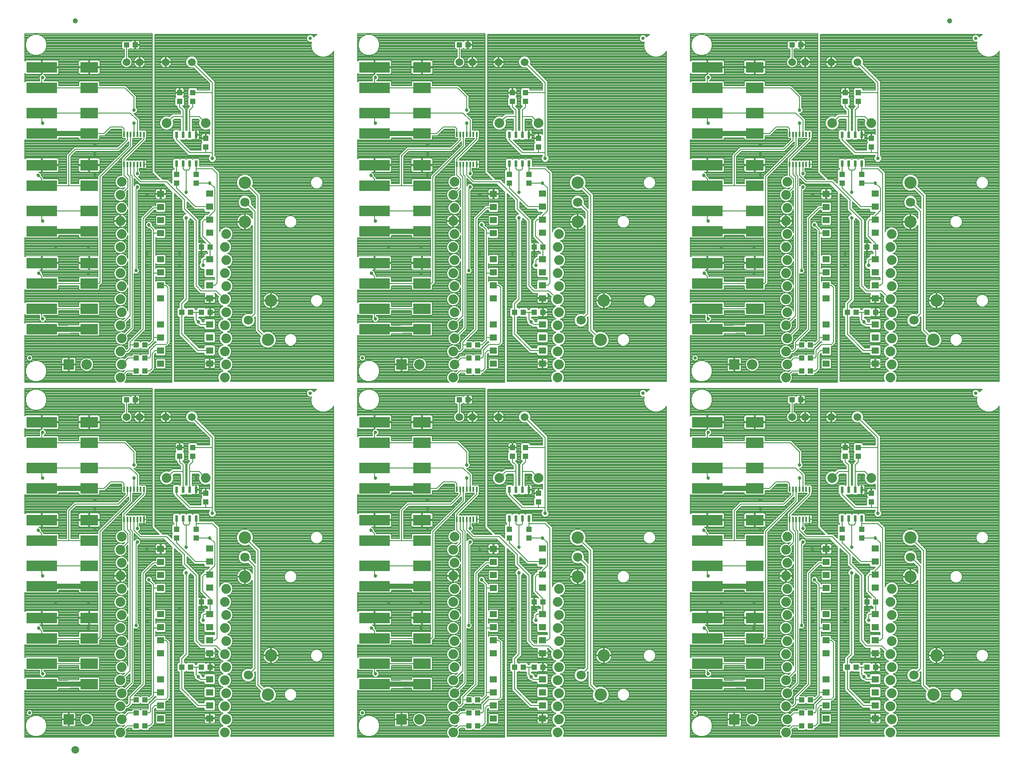
<source format=gtl>
G75*
%MOIN*%
%OFA0B0*%
%FSLAX25Y25*%
%IPPOS*%
%LPD*%
%AMOC8*
5,1,8,0,0,1.08239X$1,22.5*
%
%ADD10C,0.07400*%
%ADD11R,0.05512X0.05118*%
%ADD12R,0.02362X0.04724*%
%ADD13R,0.03937X0.04331*%
%ADD14C,0.05906*%
%ADD15R,0.04331X0.03937*%
%ADD16C,0.07087*%
%ADD17C,0.09450*%
%ADD18R,0.13780X0.07874*%
%ADD19R,0.23622X0.07874*%
%ADD20R,0.08000X0.08000*%
%ADD21C,0.08000*%
%ADD22R,0.01200X0.03900*%
%ADD23C,0.02500*%
%ADD24C,0.03937*%
%ADD25C,0.00700*%
%ADD26C,0.00800*%
%ADD27C,0.02700*%
%ADD28C,0.04000*%
D10*
X0103150Y0033750D03*
X0104150Y0043750D03*
X0103150Y0053750D03*
X0104150Y0063750D03*
X0103150Y0073750D03*
X0104150Y0083750D03*
X0103150Y0093750D03*
X0104150Y0103750D03*
X0103150Y0113750D03*
X0104150Y0123750D03*
X0103150Y0133750D03*
X0104150Y0143750D03*
X0103150Y0153750D03*
X0104150Y0163750D03*
X0103150Y0173750D03*
X0104150Y0183750D03*
X0138650Y0228750D03*
X0168650Y0228750D03*
X0183150Y0305750D03*
X0184150Y0315750D03*
X0183150Y0325750D03*
X0184150Y0335750D03*
X0183150Y0345750D03*
X0184150Y0355750D03*
X0183150Y0365750D03*
X0184150Y0375750D03*
X0183150Y0385750D03*
X0184150Y0395750D03*
X0183150Y0405750D03*
X0184150Y0415750D03*
X0104150Y0415750D03*
X0103150Y0405750D03*
X0104150Y0395750D03*
X0103150Y0385750D03*
X0104150Y0375750D03*
X0103150Y0365750D03*
X0104150Y0355750D03*
X0103150Y0345750D03*
X0104150Y0335750D03*
X0103150Y0325750D03*
X0104150Y0315750D03*
X0103150Y0305750D03*
X0103150Y0425750D03*
X0104150Y0435750D03*
X0103150Y0445750D03*
X0104150Y0455750D03*
X0138650Y0500750D03*
X0168650Y0500750D03*
X0359150Y0455750D03*
X0358150Y0445750D03*
X0359150Y0435750D03*
X0358150Y0425750D03*
X0359150Y0415750D03*
X0358150Y0405750D03*
X0359150Y0395750D03*
X0358150Y0385750D03*
X0359150Y0375750D03*
X0358150Y0365750D03*
X0359150Y0355750D03*
X0358150Y0345750D03*
X0359150Y0335750D03*
X0358150Y0325750D03*
X0359150Y0315750D03*
X0358150Y0305750D03*
X0438150Y0305750D03*
X0439150Y0315750D03*
X0438150Y0325750D03*
X0439150Y0335750D03*
X0438150Y0345750D03*
X0439150Y0355750D03*
X0438150Y0365750D03*
X0439150Y0375750D03*
X0438150Y0385750D03*
X0439150Y0395750D03*
X0438150Y0405750D03*
X0439150Y0415750D03*
X0423650Y0500750D03*
X0393650Y0500750D03*
X0614150Y0455750D03*
X0613150Y0445750D03*
X0614150Y0435750D03*
X0613150Y0425750D03*
X0614150Y0415750D03*
X0613150Y0405750D03*
X0614150Y0395750D03*
X0613150Y0385750D03*
X0614150Y0375750D03*
X0613150Y0365750D03*
X0614150Y0355750D03*
X0613150Y0345750D03*
X0614150Y0335750D03*
X0613150Y0325750D03*
X0614150Y0315750D03*
X0613150Y0305750D03*
X0693150Y0305750D03*
X0694150Y0315750D03*
X0693150Y0325750D03*
X0694150Y0335750D03*
X0693150Y0345750D03*
X0694150Y0355750D03*
X0693150Y0365750D03*
X0694150Y0375750D03*
X0693150Y0385750D03*
X0694150Y0395750D03*
X0693150Y0405750D03*
X0694150Y0415750D03*
X0678650Y0500750D03*
X0648650Y0500750D03*
X0648650Y0228750D03*
X0678650Y0228750D03*
X0614150Y0183750D03*
X0613150Y0173750D03*
X0614150Y0163750D03*
X0613150Y0153750D03*
X0614150Y0143750D03*
X0613150Y0133750D03*
X0614150Y0123750D03*
X0613150Y0113750D03*
X0614150Y0103750D03*
X0613150Y0093750D03*
X0614150Y0083750D03*
X0613150Y0073750D03*
X0614150Y0063750D03*
X0613150Y0053750D03*
X0614150Y0043750D03*
X0613150Y0033750D03*
X0693150Y0033750D03*
X0694150Y0043750D03*
X0693150Y0053750D03*
X0694150Y0063750D03*
X0693150Y0073750D03*
X0694150Y0083750D03*
X0693150Y0093750D03*
X0694150Y0103750D03*
X0693150Y0113750D03*
X0694150Y0123750D03*
X0693150Y0133750D03*
X0694150Y0143750D03*
X0439150Y0143750D03*
X0438150Y0133750D03*
X0439150Y0123750D03*
X0438150Y0113750D03*
X0439150Y0103750D03*
X0438150Y0093750D03*
X0439150Y0083750D03*
X0438150Y0073750D03*
X0439150Y0063750D03*
X0438150Y0053750D03*
X0439150Y0043750D03*
X0438150Y0033750D03*
X0359150Y0043750D03*
X0358150Y0033750D03*
X0358150Y0053750D03*
X0359150Y0063750D03*
X0358150Y0073750D03*
X0359150Y0083750D03*
X0358150Y0093750D03*
X0359150Y0103750D03*
X0358150Y0113750D03*
X0359150Y0123750D03*
X0358150Y0133750D03*
X0359150Y0143750D03*
X0358150Y0153750D03*
X0359150Y0163750D03*
X0358150Y0173750D03*
X0359150Y0183750D03*
X0393650Y0228750D03*
X0423650Y0228750D03*
X0184150Y0143750D03*
X0183150Y0133750D03*
X0184150Y0123750D03*
X0183150Y0113750D03*
X0184150Y0103750D03*
X0183150Y0093750D03*
X0184150Y0083750D03*
X0183150Y0073750D03*
X0184150Y0063750D03*
X0183150Y0053750D03*
X0184150Y0043750D03*
X0183150Y0033750D03*
D11*
X0171681Y0044616D03*
X0171681Y0054616D03*
X0171681Y0064616D03*
X0171681Y0074616D03*
X0171681Y0094616D03*
X0171681Y0104616D03*
X0171681Y0114616D03*
X0171681Y0124616D03*
X0171678Y0144659D03*
X0171678Y0154659D03*
X0171678Y0164659D03*
X0171678Y0174659D03*
X0134119Y0174384D03*
X0134119Y0164384D03*
X0134119Y0154384D03*
X0134119Y0144384D03*
X0134122Y0124341D03*
X0134122Y0114341D03*
X0134122Y0104341D03*
X0134122Y0094341D03*
X0134122Y0074341D03*
X0134122Y0064341D03*
X0134122Y0054341D03*
X0134122Y0044341D03*
X0389122Y0044341D03*
X0389122Y0054341D03*
X0389122Y0064341D03*
X0389122Y0074341D03*
X0389122Y0094341D03*
X0389122Y0104341D03*
X0389122Y0114341D03*
X0389122Y0124341D03*
X0389119Y0144384D03*
X0389119Y0154384D03*
X0389119Y0164384D03*
X0389119Y0174384D03*
X0426678Y0174659D03*
X0426678Y0164659D03*
X0426678Y0154659D03*
X0426678Y0144659D03*
X0426681Y0124616D03*
X0426681Y0114616D03*
X0426681Y0104616D03*
X0426681Y0094616D03*
X0426681Y0074616D03*
X0426681Y0064616D03*
X0426681Y0054616D03*
X0426681Y0044616D03*
X0644122Y0044341D03*
X0644122Y0054341D03*
X0644122Y0064341D03*
X0644122Y0074341D03*
X0644122Y0094341D03*
X0644122Y0104341D03*
X0644122Y0114341D03*
X0644122Y0124341D03*
X0644119Y0144384D03*
X0644119Y0154384D03*
X0644119Y0164384D03*
X0644119Y0174384D03*
X0681678Y0174659D03*
X0681678Y0164659D03*
X0681678Y0154659D03*
X0681678Y0144659D03*
X0681681Y0124616D03*
X0681681Y0114616D03*
X0681681Y0104616D03*
X0681681Y0094616D03*
X0681681Y0074616D03*
X0681681Y0064616D03*
X0681681Y0054616D03*
X0681681Y0044616D03*
X0681681Y0316616D03*
X0681681Y0326616D03*
X0681681Y0336616D03*
X0681681Y0346616D03*
X0681681Y0366616D03*
X0681681Y0376616D03*
X0681681Y0386616D03*
X0681681Y0396616D03*
X0681678Y0416659D03*
X0681678Y0426659D03*
X0681678Y0436659D03*
X0681678Y0446659D03*
X0644119Y0446384D03*
X0644119Y0436384D03*
X0644119Y0426384D03*
X0644119Y0416384D03*
X0644122Y0396341D03*
X0644122Y0386341D03*
X0644122Y0376341D03*
X0644122Y0366341D03*
X0644122Y0346341D03*
X0644122Y0336341D03*
X0644122Y0326341D03*
X0644122Y0316341D03*
X0426681Y0316616D03*
X0426681Y0326616D03*
X0426681Y0336616D03*
X0426681Y0346616D03*
X0426681Y0366616D03*
X0426681Y0376616D03*
X0426681Y0386616D03*
X0426681Y0396616D03*
X0426678Y0416659D03*
X0426678Y0426659D03*
X0426678Y0436659D03*
X0426678Y0446659D03*
X0389119Y0446384D03*
X0389119Y0436384D03*
X0389119Y0426384D03*
X0389119Y0416384D03*
X0389122Y0396341D03*
X0389122Y0386341D03*
X0389122Y0376341D03*
X0389122Y0366341D03*
X0389122Y0346341D03*
X0389122Y0336341D03*
X0389122Y0326341D03*
X0389122Y0316341D03*
X0171681Y0316616D03*
X0171681Y0326616D03*
X0171681Y0336616D03*
X0171681Y0346616D03*
X0171681Y0366616D03*
X0171681Y0376616D03*
X0171681Y0386616D03*
X0171681Y0396616D03*
X0171678Y0416659D03*
X0171678Y0426659D03*
X0171678Y0436659D03*
X0171678Y0446659D03*
X0134119Y0446384D03*
X0134119Y0436384D03*
X0134119Y0426384D03*
X0134119Y0416384D03*
X0134122Y0396341D03*
X0134122Y0386341D03*
X0134122Y0376341D03*
X0134122Y0366341D03*
X0134122Y0346341D03*
X0134122Y0336341D03*
X0134122Y0326341D03*
X0134122Y0316341D03*
D12*
X0146150Y0219774D03*
X0151150Y0219774D03*
X0156150Y0219774D03*
X0161150Y0219774D03*
X0161150Y0197726D03*
X0156150Y0197726D03*
X0151150Y0197726D03*
X0146150Y0197726D03*
X0401150Y0197726D03*
X0406150Y0197726D03*
X0411150Y0197726D03*
X0416150Y0197726D03*
X0416150Y0219774D03*
X0411150Y0219774D03*
X0406150Y0219774D03*
X0401150Y0219774D03*
X0656150Y0219774D03*
X0661150Y0219774D03*
X0666150Y0219774D03*
X0671150Y0219774D03*
X0671150Y0197726D03*
X0666150Y0197726D03*
X0661150Y0197726D03*
X0656150Y0197726D03*
X0656150Y0469726D03*
X0661150Y0469726D03*
X0666150Y0469726D03*
X0671150Y0469726D03*
X0671150Y0491774D03*
X0666150Y0491774D03*
X0661150Y0491774D03*
X0656150Y0491774D03*
X0416150Y0491774D03*
X0411150Y0491774D03*
X0406150Y0491774D03*
X0401150Y0491774D03*
X0401150Y0469726D03*
X0406150Y0469726D03*
X0411150Y0469726D03*
X0416150Y0469726D03*
X0161150Y0469726D03*
X0156150Y0469726D03*
X0151150Y0469726D03*
X0146150Y0469726D03*
X0146150Y0491774D03*
X0151150Y0491774D03*
X0156150Y0491774D03*
X0161150Y0491774D03*
D13*
X0168650Y0489096D03*
X0168650Y0482404D03*
X0161150Y0461596D03*
X0161150Y0454904D03*
X0146150Y0454904D03*
X0146150Y0461596D03*
X0148650Y0517404D03*
X0148650Y0524096D03*
X0158650Y0524096D03*
X0158650Y0517404D03*
X0401150Y0461596D03*
X0401150Y0454904D03*
X0416150Y0454904D03*
X0416150Y0461596D03*
X0423650Y0482404D03*
X0423650Y0489096D03*
X0413650Y0517404D03*
X0413650Y0524096D03*
X0403650Y0524096D03*
X0403650Y0517404D03*
X0658650Y0517404D03*
X0658650Y0524096D03*
X0668650Y0524096D03*
X0668650Y0517404D03*
X0678650Y0489096D03*
X0678650Y0482404D03*
X0671150Y0461596D03*
X0671150Y0454904D03*
X0656150Y0454904D03*
X0656150Y0461596D03*
X0658650Y0252096D03*
X0658650Y0245404D03*
X0668650Y0245404D03*
X0668650Y0252096D03*
X0678650Y0217096D03*
X0678650Y0210404D03*
X0671150Y0189596D03*
X0671150Y0182904D03*
X0656150Y0182904D03*
X0656150Y0189596D03*
X0423650Y0210404D03*
X0423650Y0217096D03*
X0416150Y0189596D03*
X0416150Y0182904D03*
X0401150Y0182904D03*
X0401150Y0189596D03*
X0403650Y0245404D03*
X0403650Y0252096D03*
X0413650Y0252096D03*
X0413650Y0245404D03*
X0168650Y0217096D03*
X0168650Y0210404D03*
X0161150Y0189596D03*
X0161150Y0182904D03*
X0146150Y0182904D03*
X0146150Y0189596D03*
X0148650Y0245404D03*
X0148650Y0252096D03*
X0158650Y0252096D03*
X0158650Y0245404D03*
D14*
X0157941Y0275561D03*
X0137941Y0275561D03*
X0117941Y0275561D03*
X0107941Y0275561D03*
X0362941Y0275561D03*
X0372941Y0275561D03*
X0392941Y0275561D03*
X0412941Y0275561D03*
X0617941Y0275561D03*
X0627941Y0275561D03*
X0647941Y0275561D03*
X0667941Y0275561D03*
X0667941Y0547561D03*
X0647941Y0547561D03*
X0627941Y0547561D03*
X0617941Y0547561D03*
X0412941Y0547561D03*
X0392941Y0547561D03*
X0372941Y0547561D03*
X0362941Y0547561D03*
X0157941Y0547561D03*
X0137941Y0547561D03*
X0117941Y0547561D03*
X0107941Y0547561D03*
X0068650Y0020500D03*
D15*
X0115304Y0038750D03*
X0121996Y0038750D03*
X0121996Y0048750D03*
X0115304Y0048750D03*
X0115304Y0058750D03*
X0121996Y0058750D03*
X0150304Y0083750D03*
X0156996Y0083750D03*
X0165304Y0083750D03*
X0171996Y0083750D03*
X0171996Y0133750D03*
X0165304Y0133750D03*
X0370304Y0058750D03*
X0376996Y0058750D03*
X0376996Y0048750D03*
X0370304Y0048750D03*
X0370304Y0038750D03*
X0376996Y0038750D03*
X0405304Y0083750D03*
X0411996Y0083750D03*
X0420304Y0083750D03*
X0426996Y0083750D03*
X0426996Y0133750D03*
X0420304Y0133750D03*
X0625304Y0058750D03*
X0631996Y0058750D03*
X0631996Y0048750D03*
X0625304Y0048750D03*
X0625304Y0038750D03*
X0631996Y0038750D03*
X0660304Y0083750D03*
X0666996Y0083750D03*
X0675304Y0083750D03*
X0681996Y0083750D03*
X0681996Y0133750D03*
X0675304Y0133750D03*
X0624496Y0288750D03*
X0617804Y0288750D03*
X0625304Y0310750D03*
X0631996Y0310750D03*
X0631996Y0320750D03*
X0625304Y0320750D03*
X0625304Y0330750D03*
X0631996Y0330750D03*
X0660304Y0355750D03*
X0666996Y0355750D03*
X0675304Y0355750D03*
X0681996Y0355750D03*
X0681996Y0405750D03*
X0675304Y0405750D03*
X0624496Y0560750D03*
X0617804Y0560750D03*
X0426996Y0405750D03*
X0420304Y0405750D03*
X0420304Y0355750D03*
X0426996Y0355750D03*
X0411996Y0355750D03*
X0405304Y0355750D03*
X0376996Y0330750D03*
X0370304Y0330750D03*
X0370304Y0320750D03*
X0376996Y0320750D03*
X0376996Y0310750D03*
X0370304Y0310750D03*
X0369496Y0288750D03*
X0362804Y0288750D03*
X0171996Y0355750D03*
X0165304Y0355750D03*
X0156996Y0355750D03*
X0150304Y0355750D03*
X0121996Y0330750D03*
X0115304Y0330750D03*
X0115304Y0320750D03*
X0121996Y0320750D03*
X0121996Y0310750D03*
X0115304Y0310750D03*
X0114496Y0288750D03*
X0107804Y0288750D03*
X0165304Y0405750D03*
X0171996Y0405750D03*
X0114496Y0560750D03*
X0107804Y0560750D03*
X0362804Y0560750D03*
X0369496Y0560750D03*
D16*
X0453650Y0440199D03*
X0456150Y0349699D03*
X0201150Y0349699D03*
X0198650Y0440199D03*
X0198650Y0168199D03*
X0201150Y0077699D03*
X0456150Y0077699D03*
X0453650Y0168199D03*
X0708650Y0168199D03*
X0711150Y0077699D03*
X0711150Y0349699D03*
X0708650Y0440199D03*
D17*
X0708650Y0425199D03*
X0708650Y0455199D03*
X0728650Y0364699D03*
X0726150Y0334699D03*
X0708650Y0183199D03*
X0708650Y0153199D03*
X0728650Y0092699D03*
X0726150Y0062699D03*
X0473650Y0092699D03*
X0471150Y0062699D03*
X0453650Y0153199D03*
X0453650Y0183199D03*
X0471150Y0334699D03*
X0473650Y0364699D03*
X0453650Y0425199D03*
X0453650Y0455199D03*
X0218650Y0364699D03*
X0216150Y0334699D03*
X0198650Y0425199D03*
X0198650Y0455199D03*
X0198650Y0183199D03*
X0198650Y0153199D03*
X0218650Y0092699D03*
X0216150Y0062699D03*
D18*
X0334319Y0070876D03*
X0334319Y0086624D03*
X0334319Y0105876D03*
X0334319Y0121624D03*
X0334319Y0145876D03*
X0334319Y0161624D03*
X0334319Y0180876D03*
X0334319Y0196624D03*
X0334319Y0220876D03*
X0334319Y0236624D03*
X0334319Y0255876D03*
X0334319Y0271624D03*
X0334319Y0342876D03*
X0334319Y0358624D03*
X0334319Y0377876D03*
X0334319Y0393624D03*
X0334319Y0417876D03*
X0334319Y0433624D03*
X0334319Y0452876D03*
X0334319Y0468624D03*
X0334319Y0492876D03*
X0334319Y0508624D03*
X0334319Y0527876D03*
X0334319Y0543624D03*
X0589319Y0543624D03*
X0589319Y0527876D03*
X0589319Y0508624D03*
X0589319Y0492876D03*
X0589319Y0468624D03*
X0589319Y0452876D03*
X0589319Y0433624D03*
X0589319Y0417876D03*
X0589319Y0393624D03*
X0589319Y0377876D03*
X0589319Y0358624D03*
X0589319Y0342876D03*
X0589319Y0271624D03*
X0589319Y0255876D03*
X0589319Y0236624D03*
X0589319Y0220876D03*
X0589319Y0196624D03*
X0589319Y0180876D03*
X0589319Y0161624D03*
X0589319Y0145876D03*
X0589319Y0121624D03*
X0589319Y0105876D03*
X0589319Y0086624D03*
X0589319Y0070876D03*
X0079319Y0070876D03*
X0079319Y0086624D03*
X0079319Y0105876D03*
X0079319Y0121624D03*
X0079319Y0145876D03*
X0079319Y0161624D03*
X0079319Y0180876D03*
X0079319Y0196624D03*
X0079319Y0220876D03*
X0079319Y0236624D03*
X0079319Y0255876D03*
X0079319Y0271624D03*
X0079319Y0342876D03*
X0079319Y0358624D03*
X0079319Y0377876D03*
X0079319Y0393624D03*
X0079319Y0417876D03*
X0079319Y0433624D03*
X0079319Y0452876D03*
X0079319Y0468624D03*
X0079319Y0492876D03*
X0079319Y0508624D03*
X0079319Y0527876D03*
X0079319Y0543624D03*
D19*
X0042902Y0543624D03*
X0042902Y0527876D03*
X0042902Y0508624D03*
X0042902Y0492876D03*
X0042902Y0468624D03*
X0042902Y0452876D03*
X0042902Y0433624D03*
X0042902Y0417876D03*
X0042902Y0393624D03*
X0042902Y0377876D03*
X0042902Y0358624D03*
X0042902Y0342876D03*
X0042902Y0271624D03*
X0042902Y0255876D03*
X0042902Y0236624D03*
X0042902Y0220876D03*
X0042902Y0196624D03*
X0042902Y0180876D03*
X0042902Y0161624D03*
X0042902Y0145876D03*
X0042902Y0121624D03*
X0042902Y0105876D03*
X0042902Y0086624D03*
X0042902Y0070876D03*
X0297902Y0070876D03*
X0297902Y0086624D03*
X0297902Y0105876D03*
X0297902Y0121624D03*
X0297902Y0145876D03*
X0297902Y0161624D03*
X0297902Y0180876D03*
X0297902Y0196624D03*
X0297902Y0220876D03*
X0297902Y0236624D03*
X0297902Y0255876D03*
X0297902Y0271624D03*
X0297902Y0342876D03*
X0297902Y0358624D03*
X0297902Y0377876D03*
X0297902Y0393624D03*
X0297902Y0417876D03*
X0297902Y0433624D03*
X0297902Y0452876D03*
X0297902Y0468624D03*
X0297902Y0492876D03*
X0297902Y0508624D03*
X0297902Y0527876D03*
X0297902Y0543624D03*
X0552902Y0543624D03*
X0552902Y0527876D03*
X0552902Y0508624D03*
X0552902Y0492876D03*
X0552902Y0468624D03*
X0552902Y0452876D03*
X0552902Y0433624D03*
X0552902Y0417876D03*
X0552902Y0393624D03*
X0552902Y0377876D03*
X0552902Y0358624D03*
X0552902Y0342876D03*
X0552902Y0271624D03*
X0552902Y0255876D03*
X0552902Y0236624D03*
X0552902Y0220876D03*
X0552902Y0196624D03*
X0552902Y0180876D03*
X0552902Y0161624D03*
X0552902Y0145876D03*
X0552902Y0121624D03*
X0552902Y0105876D03*
X0552902Y0086624D03*
X0552902Y0070876D03*
D20*
X0573650Y0043750D03*
X0318650Y0043750D03*
X0063650Y0043750D03*
X0063650Y0315750D03*
X0318650Y0315750D03*
X0573650Y0315750D03*
D21*
X0587430Y0315750D03*
X0332430Y0315750D03*
X0077430Y0315750D03*
X0077430Y0043750D03*
X0332430Y0043750D03*
X0587430Y0043750D03*
D22*
X0615973Y0197263D03*
X0618532Y0197263D03*
X0621091Y0197263D03*
X0623650Y0197263D03*
X0626209Y0197263D03*
X0628768Y0197263D03*
X0631327Y0197263D03*
X0631327Y0220237D03*
X0628768Y0220237D03*
X0626209Y0220237D03*
X0623650Y0220237D03*
X0621091Y0220237D03*
X0618532Y0220237D03*
X0615973Y0220237D03*
X0376327Y0220237D03*
X0373768Y0220237D03*
X0371209Y0220237D03*
X0368650Y0220237D03*
X0366091Y0220237D03*
X0363532Y0220237D03*
X0360973Y0220237D03*
X0360973Y0197263D03*
X0363532Y0197263D03*
X0366091Y0197263D03*
X0368650Y0197263D03*
X0371209Y0197263D03*
X0373768Y0197263D03*
X0376327Y0197263D03*
X0121327Y0197263D03*
X0118768Y0197263D03*
X0116209Y0197263D03*
X0113650Y0197263D03*
X0111091Y0197263D03*
X0108532Y0197263D03*
X0105973Y0197263D03*
X0105973Y0220237D03*
X0108532Y0220237D03*
X0111091Y0220237D03*
X0113650Y0220237D03*
X0116209Y0220237D03*
X0118768Y0220237D03*
X0121327Y0220237D03*
X0121327Y0469263D03*
X0118768Y0469263D03*
X0116209Y0469263D03*
X0113650Y0469263D03*
X0111091Y0469263D03*
X0108532Y0469263D03*
X0105973Y0469263D03*
X0105973Y0492237D03*
X0108532Y0492237D03*
X0111091Y0492237D03*
X0113650Y0492237D03*
X0116209Y0492237D03*
X0118768Y0492237D03*
X0121327Y0492237D03*
X0360973Y0492237D03*
X0363532Y0492237D03*
X0366091Y0492237D03*
X0368650Y0492237D03*
X0371209Y0492237D03*
X0373768Y0492237D03*
X0376327Y0492237D03*
X0376327Y0469263D03*
X0373768Y0469263D03*
X0371209Y0469263D03*
X0368650Y0469263D03*
X0366091Y0469263D03*
X0363532Y0469263D03*
X0360973Y0469263D03*
X0615973Y0469263D03*
X0618532Y0469263D03*
X0621091Y0469263D03*
X0623650Y0469263D03*
X0626209Y0469263D03*
X0628768Y0469263D03*
X0631327Y0469263D03*
X0631327Y0492237D03*
X0628768Y0492237D03*
X0626209Y0492237D03*
X0623650Y0492237D03*
X0621091Y0492237D03*
X0618532Y0492237D03*
X0615973Y0492237D03*
D23*
X0503650Y0565750D03*
X0758650Y0565750D03*
X0543650Y0320750D03*
X0503650Y0293750D03*
X0288650Y0320750D03*
X0248650Y0293750D03*
X0033650Y0320750D03*
X0248650Y0565750D03*
X0758650Y0293750D03*
X0543650Y0048750D03*
X0288650Y0048750D03*
X0033650Y0048750D03*
D24*
X0068650Y0579000D03*
X0738650Y0579000D03*
D25*
X0631327Y0492237D02*
X0631327Y0488427D01*
X0615973Y0473073D01*
X0615973Y0469263D01*
X0611650Y0480750D02*
X0618532Y0487632D01*
X0618532Y0492237D01*
X0621091Y0492237D02*
X0621091Y0483191D01*
X0597650Y0459750D01*
X0597650Y0378750D01*
X0596776Y0377876D01*
X0589319Y0377876D01*
X0552902Y0377876D02*
X0552902Y0383498D01*
X0550650Y0385750D01*
X0552902Y0358624D02*
X0552902Y0351498D01*
X0553650Y0350750D01*
X0553650Y0425750D02*
X0552902Y0426498D01*
X0552902Y0433624D01*
X0552902Y0452876D02*
X0552902Y0457998D01*
X0550150Y0460750D01*
X0573650Y0452876D02*
X0573650Y0475750D01*
X0578650Y0480750D01*
X0611650Y0480750D01*
X0553650Y0500750D02*
X0552902Y0501498D01*
X0552902Y0508624D01*
X0376327Y0492237D02*
X0376327Y0488427D01*
X0360973Y0473073D01*
X0360973Y0469263D01*
X0356650Y0480750D02*
X0363532Y0487632D01*
X0363532Y0492237D01*
X0366091Y0492237D02*
X0366091Y0483191D01*
X0342650Y0459750D01*
X0342650Y0378750D01*
X0341776Y0377876D01*
X0334319Y0377876D01*
X0297902Y0377876D02*
X0297902Y0383498D01*
X0295650Y0385750D01*
X0297902Y0358624D02*
X0297902Y0351498D01*
X0298650Y0350750D01*
X0298650Y0425750D02*
X0297902Y0426498D01*
X0297902Y0433624D01*
X0297902Y0452876D02*
X0297902Y0457998D01*
X0295150Y0460750D01*
X0318650Y0452876D02*
X0318650Y0475750D01*
X0323650Y0480750D01*
X0356650Y0480750D01*
X0298650Y0500750D02*
X0297902Y0501498D01*
X0297902Y0508624D01*
X0121327Y0492237D02*
X0121327Y0488427D01*
X0105973Y0473073D01*
X0105973Y0469263D01*
X0101650Y0480750D02*
X0108532Y0487632D01*
X0108532Y0492237D01*
X0111091Y0492237D02*
X0111091Y0483191D01*
X0087650Y0459750D01*
X0087650Y0378750D01*
X0086776Y0377876D01*
X0079319Y0377876D01*
X0042902Y0377876D02*
X0042902Y0383498D01*
X0040650Y0385750D01*
X0042902Y0358624D02*
X0042902Y0351498D01*
X0043650Y0350750D01*
X0043650Y0425750D02*
X0042902Y0426498D01*
X0042902Y0433624D01*
X0042902Y0452876D02*
X0042902Y0457998D01*
X0040150Y0460750D01*
X0063650Y0452876D02*
X0063650Y0475750D01*
X0068650Y0480750D01*
X0101650Y0480750D01*
X0043650Y0500750D02*
X0042902Y0501498D01*
X0042902Y0508624D01*
X0042902Y0236624D02*
X0042902Y0229498D01*
X0043650Y0228750D01*
X0068650Y0208750D02*
X0063650Y0203750D01*
X0063650Y0180876D01*
X0087650Y0187750D02*
X0111091Y0211191D01*
X0111091Y0220237D01*
X0108532Y0220237D02*
X0108532Y0215632D01*
X0101650Y0208750D01*
X0068650Y0208750D01*
X0087650Y0187750D02*
X0087650Y0106750D01*
X0086776Y0105876D01*
X0079319Y0105876D01*
X0042902Y0105876D02*
X0042902Y0111498D01*
X0040650Y0113750D01*
X0042902Y0086624D02*
X0042902Y0079498D01*
X0043650Y0078750D01*
X0043650Y0153750D02*
X0042902Y0154498D01*
X0042902Y0161624D01*
X0042902Y0180876D02*
X0042902Y0185998D01*
X0040150Y0188750D01*
X0105973Y0197263D02*
X0105973Y0201073D01*
X0121327Y0216427D01*
X0121327Y0220237D01*
X0295150Y0188750D02*
X0297902Y0185998D01*
X0297902Y0180876D01*
X0318650Y0180876D02*
X0318650Y0203750D01*
X0323650Y0208750D01*
X0356650Y0208750D01*
X0363532Y0215632D01*
X0363532Y0220237D01*
X0366091Y0220237D02*
X0366091Y0211191D01*
X0342650Y0187750D01*
X0342650Y0106750D01*
X0341776Y0105876D01*
X0334319Y0105876D01*
X0297902Y0105876D02*
X0297902Y0111498D01*
X0295650Y0113750D01*
X0297902Y0086624D02*
X0297902Y0079498D01*
X0298650Y0078750D01*
X0298650Y0153750D02*
X0297902Y0154498D01*
X0297902Y0161624D01*
X0360973Y0197263D02*
X0360973Y0201073D01*
X0376327Y0216427D01*
X0376327Y0220237D01*
X0298650Y0228750D02*
X0297902Y0229498D01*
X0297902Y0236624D01*
X0552902Y0236624D02*
X0552902Y0229498D01*
X0553650Y0228750D01*
X0578650Y0208750D02*
X0573650Y0203750D01*
X0573650Y0180876D01*
X0597650Y0187750D02*
X0621091Y0211191D01*
X0621091Y0220237D01*
X0618532Y0220237D02*
X0618532Y0215632D01*
X0611650Y0208750D01*
X0578650Y0208750D01*
X0597650Y0187750D02*
X0597650Y0106750D01*
X0596776Y0105876D01*
X0589319Y0105876D01*
X0552902Y0105876D02*
X0552902Y0111498D01*
X0550650Y0113750D01*
X0552902Y0086624D02*
X0552902Y0079498D01*
X0553650Y0078750D01*
X0553650Y0153750D02*
X0552902Y0154498D01*
X0552902Y0161624D01*
X0552902Y0180876D02*
X0552902Y0185998D01*
X0550150Y0188750D01*
X0615973Y0197263D02*
X0615973Y0201073D01*
X0631327Y0216427D01*
X0631327Y0220237D01*
D26*
X0030050Y0066273D02*
X0030050Y0030150D01*
X0099810Y0030150D01*
X0098990Y0030970D01*
X0098243Y0032774D01*
X0098243Y0034726D01*
X0098990Y0036530D01*
X0100370Y0037910D01*
X0102174Y0038657D01*
X0104126Y0038657D01*
X0105299Y0038171D01*
X0106543Y0039416D01*
X0106543Y0039416D01*
X0106567Y0039440D01*
X0105126Y0038843D01*
X0103174Y0038843D01*
X0101370Y0039590D01*
X0099990Y0040970D01*
X0099243Y0042774D01*
X0099243Y0044726D01*
X0099990Y0046530D01*
X0101370Y0047910D01*
X0103174Y0048657D01*
X0105126Y0048657D01*
X0106299Y0048171D01*
X0108484Y0050357D01*
X0111931Y0050357D01*
X0111931Y0051218D01*
X0112638Y0051926D01*
X0117969Y0051926D01*
X0118650Y0051244D01*
X0119331Y0051926D01*
X0124543Y0051926D01*
X0124543Y0055416D01*
X0129043Y0059916D01*
X0129984Y0060857D01*
X0130584Y0060857D01*
X0130159Y0061281D01*
X0130159Y0061487D01*
X0129316Y0060643D01*
X0125816Y0057143D01*
X0125369Y0057143D01*
X0125369Y0056281D01*
X0124662Y0055574D01*
X0119331Y0055574D01*
X0118650Y0056256D01*
X0117969Y0055574D01*
X0112638Y0055574D01*
X0112257Y0055956D01*
X0112257Y0055084D01*
X0110257Y0053084D01*
X0109316Y0052143D01*
X0107796Y0052143D01*
X0107310Y0050970D01*
X0105930Y0049590D01*
X0104126Y0048843D01*
X0102174Y0048843D01*
X0100370Y0049590D01*
X0098990Y0050970D01*
X0098243Y0052774D01*
X0098243Y0054726D01*
X0098990Y0056530D01*
X0100370Y0057910D01*
X0102174Y0058657D01*
X0104126Y0058657D01*
X0105930Y0057910D01*
X0107310Y0056530D01*
X0107796Y0055357D01*
X0107984Y0055357D01*
X0109043Y0056416D01*
X0109043Y0061416D01*
X0119043Y0071416D01*
X0119043Y0156416D01*
X0119984Y0157357D01*
X0127984Y0165357D01*
X0130156Y0165357D01*
X0130156Y0167443D01*
X0130863Y0168150D01*
X0137374Y0168150D01*
X0138081Y0167443D01*
X0138081Y0161325D01*
X0137374Y0160618D01*
X0130863Y0160618D01*
X0130156Y0161325D01*
X0130156Y0162143D01*
X0129316Y0162143D01*
X0122257Y0155084D01*
X0122257Y0070084D01*
X0114098Y0061926D01*
X0117969Y0061926D01*
X0118650Y0061244D01*
X0119331Y0061926D01*
X0124662Y0061926D01*
X0125357Y0061230D01*
X0127043Y0062916D01*
X0127043Y0146588D01*
X0125391Y0148240D01*
X0124598Y0148240D01*
X0123658Y0148629D01*
X0122939Y0149349D01*
X0122550Y0150289D01*
X0122550Y0151306D01*
X0122939Y0152246D01*
X0123658Y0152965D01*
X0124598Y0153354D01*
X0125615Y0153354D01*
X0126555Y0152965D01*
X0127274Y0152246D01*
X0127664Y0151306D01*
X0127664Y0150513D01*
X0129316Y0148861D01*
X0130257Y0147920D01*
X0130257Y0147544D01*
X0130863Y0148150D01*
X0137374Y0148150D01*
X0138081Y0147443D01*
X0138081Y0141325D01*
X0137374Y0140618D01*
X0130863Y0140618D01*
X0130257Y0141223D01*
X0130257Y0127497D01*
X0130867Y0128107D01*
X0137378Y0128107D01*
X0138085Y0127400D01*
X0138085Y0121281D01*
X0137378Y0120574D01*
X0130867Y0120574D01*
X0130257Y0121184D01*
X0130257Y0117497D01*
X0130867Y0118107D01*
X0137378Y0118107D01*
X0138085Y0117400D01*
X0138085Y0111281D01*
X0137378Y0110574D01*
X0130867Y0110574D01*
X0130257Y0111184D01*
X0130257Y0107497D01*
X0130867Y0108107D01*
X0137378Y0108107D01*
X0138085Y0107400D01*
X0138085Y0105948D01*
X0138725Y0105948D01*
X0141257Y0103416D01*
X0141257Y0060084D01*
X0140316Y0059143D01*
X0138816Y0057643D01*
X0137842Y0057643D01*
X0138085Y0057400D01*
X0138085Y0051281D01*
X0137378Y0050574D01*
X0130867Y0050574D01*
X0130159Y0051281D01*
X0130159Y0052487D01*
X0129257Y0051584D01*
X0129257Y0040084D01*
X0127257Y0038084D01*
X0126316Y0037143D01*
X0125369Y0037143D01*
X0125369Y0036281D01*
X0124662Y0035574D01*
X0119331Y0035574D01*
X0118650Y0036256D01*
X0117969Y0035574D01*
X0112638Y0035574D01*
X0111931Y0036281D01*
X0111931Y0037143D01*
X0108816Y0037143D01*
X0107571Y0035899D01*
X0108057Y0034726D01*
X0108057Y0032774D01*
X0107310Y0030970D01*
X0106490Y0030150D01*
X0142650Y0030150D01*
X0142650Y0175750D01*
X0136257Y0182143D01*
X0117984Y0182143D01*
X0117043Y0183084D01*
X0113757Y0186370D01*
X0113757Y0180655D01*
X0113982Y0181198D01*
X0114702Y0181918D01*
X0115641Y0182307D01*
X0116659Y0182307D01*
X0117598Y0181918D01*
X0118318Y0181198D01*
X0118707Y0180259D01*
X0118707Y0179241D01*
X0118318Y0178302D01*
X0117598Y0177582D01*
X0116757Y0177234D01*
X0116757Y0117759D01*
X0117318Y0117198D01*
X0117707Y0116259D01*
X0117707Y0115241D01*
X0117318Y0114302D01*
X0116598Y0113582D01*
X0115659Y0113193D01*
X0114641Y0113193D01*
X0113757Y0113559D01*
X0113757Y0071084D01*
X0112816Y0070143D01*
X0108571Y0065899D01*
X0109057Y0064726D01*
X0109057Y0062774D01*
X0108310Y0060970D01*
X0106930Y0059590D01*
X0105126Y0058843D01*
X0103174Y0058843D01*
X0101370Y0059590D01*
X0099990Y0060970D01*
X0099243Y0062774D01*
X0099243Y0064726D01*
X0099990Y0066530D01*
X0101370Y0067910D01*
X0103174Y0068657D01*
X0105126Y0068657D01*
X0106299Y0068171D01*
X0110543Y0072416D01*
X0110543Y0078870D01*
X0107571Y0075899D01*
X0108057Y0074726D01*
X0108057Y0072774D01*
X0107310Y0070970D01*
X0105930Y0069590D01*
X0104126Y0068843D01*
X0102174Y0068843D01*
X0100370Y0069590D01*
X0098990Y0070970D01*
X0098243Y0072774D01*
X0098243Y0074726D01*
X0098990Y0076530D01*
X0100370Y0077910D01*
X0102174Y0078657D01*
X0104126Y0078657D01*
X0105299Y0078171D01*
X0106567Y0079440D01*
X0105126Y0078843D01*
X0103174Y0078843D01*
X0101370Y0079590D01*
X0099990Y0080970D01*
X0099243Y0082774D01*
X0099243Y0084726D01*
X0099990Y0086530D01*
X0101370Y0087910D01*
X0103174Y0088657D01*
X0105126Y0088657D01*
X0106930Y0087910D01*
X0108310Y0086530D01*
X0109043Y0084760D01*
X0109043Y0102740D01*
X0108310Y0100970D01*
X0106930Y0099590D01*
X0105126Y0098843D01*
X0103174Y0098843D01*
X0101370Y0099590D01*
X0099990Y0100970D01*
X0099243Y0102774D01*
X0099243Y0104726D01*
X0099990Y0106530D01*
X0101370Y0107910D01*
X0103174Y0108657D01*
X0105126Y0108657D01*
X0106930Y0107910D01*
X0108310Y0106530D01*
X0109043Y0104760D01*
X0109043Y0122740D01*
X0108310Y0120970D01*
X0106930Y0119590D01*
X0105126Y0118843D01*
X0103174Y0118843D01*
X0101370Y0119590D01*
X0099990Y0120970D01*
X0099243Y0122774D01*
X0099243Y0124726D01*
X0099990Y0126530D01*
X0101370Y0127910D01*
X0103174Y0128657D01*
X0105126Y0128657D01*
X0106930Y0127910D01*
X0108310Y0126530D01*
X0109043Y0124760D01*
X0109043Y0142740D01*
X0108310Y0140970D01*
X0106930Y0139590D01*
X0105126Y0138843D01*
X0103174Y0138843D01*
X0101370Y0139590D01*
X0099990Y0140970D01*
X0099243Y0142774D01*
X0099243Y0144726D01*
X0099990Y0146530D01*
X0101370Y0147910D01*
X0103174Y0148657D01*
X0103550Y0148657D01*
X0103550Y0153350D01*
X0103550Y0154150D01*
X0108250Y0154150D01*
X0108250Y0154151D01*
X0108124Y0154944D01*
X0107876Y0155708D01*
X0107512Y0156423D01*
X0107040Y0157072D01*
X0106472Y0157640D01*
X0105823Y0158112D01*
X0105108Y0158476D01*
X0104344Y0158724D01*
X0103596Y0158843D01*
X0105126Y0158843D01*
X0106930Y0159590D01*
X0108310Y0160970D01*
X0109043Y0162740D01*
X0109043Y0144760D01*
X0108310Y0146530D01*
X0106930Y0147910D01*
X0105126Y0148657D01*
X0103596Y0148657D01*
X0104344Y0148776D01*
X0105108Y0149024D01*
X0105823Y0149388D01*
X0106472Y0149860D01*
X0107040Y0150428D01*
X0107512Y0151077D01*
X0107876Y0151792D01*
X0108124Y0152556D01*
X0108250Y0153349D01*
X0108250Y0153350D01*
X0103550Y0153350D01*
X0102750Y0153350D01*
X0102750Y0148650D01*
X0102749Y0148650D01*
X0101956Y0148776D01*
X0101192Y0149024D01*
X0100477Y0149388D01*
X0099828Y0149860D01*
X0099260Y0150428D01*
X0098788Y0151077D01*
X0098424Y0151792D01*
X0098176Y0152556D01*
X0098050Y0153349D01*
X0098050Y0153350D01*
X0102750Y0153350D01*
X0102750Y0154150D01*
X0102750Y0158850D01*
X0102749Y0158850D01*
X0101956Y0158724D01*
X0101192Y0158476D01*
X0100477Y0158112D01*
X0099828Y0157640D01*
X0099260Y0157072D01*
X0098788Y0156423D01*
X0098424Y0155708D01*
X0098176Y0154944D01*
X0098050Y0154151D01*
X0098050Y0154150D01*
X0102750Y0154150D01*
X0103550Y0154150D01*
X0103550Y0158843D01*
X0103174Y0158843D01*
X0101370Y0159590D01*
X0099990Y0160970D01*
X0099243Y0162774D01*
X0099243Y0164726D01*
X0099990Y0166530D01*
X0101370Y0167910D01*
X0103174Y0168657D01*
X0105126Y0168657D01*
X0106930Y0167910D01*
X0108310Y0166530D01*
X0109043Y0164760D01*
X0109043Y0177370D01*
X0107571Y0175899D01*
X0108057Y0174726D01*
X0108057Y0172774D01*
X0107310Y0170970D01*
X0105930Y0169590D01*
X0104126Y0168843D01*
X0102174Y0168843D01*
X0100370Y0169590D01*
X0098990Y0170970D01*
X0098243Y0172774D01*
X0098243Y0174726D01*
X0098990Y0176530D01*
X0100370Y0177910D01*
X0102174Y0178657D01*
X0104126Y0178657D01*
X0105299Y0178171D01*
X0106567Y0179440D01*
X0105126Y0178843D01*
X0103174Y0178843D01*
X0101370Y0179590D01*
X0099990Y0180970D01*
X0099243Y0182774D01*
X0099243Y0184726D01*
X0099990Y0186530D01*
X0101370Y0187910D01*
X0103174Y0188657D01*
X0104366Y0188657D01*
X0104366Y0194613D01*
X0104166Y0194813D01*
X0104166Y0199713D01*
X0104416Y0199963D01*
X0104416Y0201718D01*
X0119770Y0217072D01*
X0119770Y0217080D01*
X0117668Y0217080D01*
X0117489Y0217260D01*
X0117309Y0217080D01*
X0115109Y0217080D01*
X0114930Y0217260D01*
X0114750Y0217080D01*
X0112648Y0217080D01*
X0112648Y0210546D01*
X0111736Y0209634D01*
X0089207Y0187105D01*
X0089207Y0106105D01*
X0088295Y0105193D01*
X0087421Y0104319D01*
X0087416Y0104319D01*
X0087416Y0101439D01*
X0086709Y0100732D01*
X0071930Y0100732D01*
X0071222Y0101439D01*
X0071222Y0104269D01*
X0055920Y0104269D01*
X0055920Y0101439D01*
X0055213Y0100732D01*
X0030591Y0100732D01*
X0030050Y0101273D01*
X0030050Y0091227D01*
X0030591Y0091768D01*
X0055213Y0091768D01*
X0055920Y0091061D01*
X0055920Y0088231D01*
X0071222Y0088231D01*
X0071222Y0091061D01*
X0071930Y0091768D01*
X0086709Y0091768D01*
X0087416Y0091061D01*
X0087416Y0082187D01*
X0086709Y0081480D01*
X0071930Y0081480D01*
X0071222Y0082187D01*
X0071222Y0085017D01*
X0055920Y0085017D01*
X0055920Y0082187D01*
X0055213Y0081480D01*
X0044459Y0081480D01*
X0044459Y0081183D01*
X0045098Y0080918D01*
X0045818Y0080198D01*
X0046207Y0079259D01*
X0046207Y0078241D01*
X0045818Y0077302D01*
X0045098Y0076582D01*
X0044159Y0076193D01*
X0043141Y0076193D01*
X0042202Y0076582D01*
X0041482Y0077302D01*
X0041093Y0078241D01*
X0041093Y0079259D01*
X0041345Y0079867D01*
X0041345Y0081480D01*
X0030591Y0081480D01*
X0030050Y0082021D01*
X0030050Y0075479D01*
X0030591Y0076020D01*
X0055213Y0076020D01*
X0055920Y0075313D01*
X0055920Y0073957D01*
X0062582Y0073957D01*
X0062886Y0074083D01*
X0071222Y0074083D01*
X0071222Y0075313D01*
X0071930Y0076020D01*
X0086709Y0076020D01*
X0087416Y0075313D01*
X0087416Y0066439D01*
X0086709Y0065732D01*
X0071930Y0065732D01*
X0071222Y0066439D01*
X0071222Y0067669D01*
X0064592Y0067669D01*
X0064288Y0067543D01*
X0055920Y0067543D01*
X0055920Y0066439D01*
X0055213Y0065732D01*
X0030591Y0065732D01*
X0030050Y0066273D01*
X0030050Y0065482D02*
X0099556Y0065482D01*
X0099243Y0064683D02*
X0030050Y0064683D01*
X0030050Y0063884D02*
X0099243Y0063884D01*
X0099243Y0063086D02*
X0030050Y0063086D01*
X0030050Y0062287D02*
X0099444Y0062287D01*
X0099775Y0061489D02*
X0030050Y0061489D01*
X0030050Y0060690D02*
X0100270Y0060690D01*
X0101068Y0059892D02*
X0030050Y0059892D01*
X0030050Y0059093D02*
X0102569Y0059093D01*
X0101300Y0058295D02*
X0030050Y0058295D01*
X0030050Y0057496D02*
X0099957Y0057496D01*
X0099158Y0056698D02*
X0030050Y0056698D01*
X0030050Y0055899D02*
X0098729Y0055899D01*
X0098398Y0055101D02*
X0030050Y0055101D01*
X0030050Y0054302D02*
X0098243Y0054302D01*
X0098243Y0053504D02*
X0030050Y0053504D01*
X0030050Y0052705D02*
X0098271Y0052705D01*
X0098602Y0051907D02*
X0030050Y0051907D01*
X0030050Y0051108D02*
X0032923Y0051108D01*
X0033161Y0051207D02*
X0032258Y0050833D01*
X0031567Y0050142D01*
X0031193Y0049239D01*
X0031193Y0048261D01*
X0031567Y0047358D01*
X0032258Y0046667D01*
X0033161Y0046293D01*
X0034139Y0046293D01*
X0035042Y0046667D01*
X0035733Y0047358D01*
X0036107Y0048261D01*
X0036107Y0049239D01*
X0035733Y0050142D01*
X0035042Y0050833D01*
X0034139Y0051207D01*
X0033161Y0051207D01*
X0034377Y0051108D02*
X0098933Y0051108D01*
X0099651Y0050310D02*
X0035565Y0050310D01*
X0035994Y0049511D02*
X0100560Y0049511D01*
X0101381Y0047914D02*
X0080629Y0047914D01*
X0080379Y0048164D02*
X0081844Y0046700D01*
X0082637Y0044786D01*
X0082637Y0042714D01*
X0081844Y0040800D01*
X0080379Y0039336D01*
X0078465Y0038543D01*
X0076394Y0038543D01*
X0074480Y0039336D01*
X0073015Y0040800D01*
X0072222Y0042714D01*
X0072222Y0044786D01*
X0073015Y0046700D01*
X0074480Y0048164D01*
X0076394Y0048957D01*
X0078465Y0048957D01*
X0080379Y0048164D01*
X0079055Y0048713D02*
X0106840Y0048713D01*
X0107639Y0049511D02*
X0105740Y0049511D01*
X0106649Y0050310D02*
X0108437Y0050310D01*
X0107367Y0051108D02*
X0111931Y0051108D01*
X0112619Y0051907D02*
X0107698Y0051907D01*
X0108650Y0053750D02*
X0103150Y0053750D01*
X0105000Y0058295D02*
X0109043Y0058295D01*
X0109043Y0059093D02*
X0105731Y0059093D01*
X0107232Y0059892D02*
X0109043Y0059892D01*
X0109043Y0060690D02*
X0108030Y0060690D01*
X0108525Y0061489D02*
X0109116Y0061489D01*
X0108856Y0062287D02*
X0109915Y0062287D01*
X0110713Y0063086D02*
X0109057Y0063086D01*
X0109057Y0063884D02*
X0111512Y0063884D01*
X0112310Y0064683D02*
X0109057Y0064683D01*
X0108744Y0065482D02*
X0113109Y0065482D01*
X0113907Y0066280D02*
X0108953Y0066280D01*
X0109751Y0067079D02*
X0114706Y0067079D01*
X0115504Y0067877D02*
X0110550Y0067877D01*
X0111348Y0068676D02*
X0116303Y0068676D01*
X0117101Y0069474D02*
X0112147Y0069474D01*
X0112945Y0070273D02*
X0117900Y0070273D01*
X0118698Y0071071D02*
X0113744Y0071071D01*
X0113757Y0071870D02*
X0119043Y0071870D01*
X0119043Y0072668D02*
X0113757Y0072668D01*
X0113757Y0073467D02*
X0119043Y0073467D01*
X0119043Y0074265D02*
X0113757Y0074265D01*
X0113757Y0075064D02*
X0119043Y0075064D01*
X0119043Y0075862D02*
X0113757Y0075862D01*
X0113757Y0076661D02*
X0119043Y0076661D01*
X0119043Y0077459D02*
X0113757Y0077459D01*
X0113757Y0078258D02*
X0119043Y0078258D01*
X0119043Y0079056D02*
X0113757Y0079056D01*
X0113757Y0079855D02*
X0119043Y0079855D01*
X0119043Y0080653D02*
X0113757Y0080653D01*
X0113757Y0081452D02*
X0119043Y0081452D01*
X0119043Y0082250D02*
X0113757Y0082250D01*
X0113757Y0083049D02*
X0119043Y0083049D01*
X0119043Y0083847D02*
X0113757Y0083847D01*
X0113757Y0084646D02*
X0119043Y0084646D01*
X0119043Y0085444D02*
X0113757Y0085444D01*
X0113757Y0086243D02*
X0119043Y0086243D01*
X0119043Y0087041D02*
X0113757Y0087041D01*
X0113757Y0087840D02*
X0119043Y0087840D01*
X0119043Y0088638D02*
X0113757Y0088638D01*
X0113757Y0089437D02*
X0119043Y0089437D01*
X0119043Y0090235D02*
X0113757Y0090235D01*
X0113757Y0091034D02*
X0119043Y0091034D01*
X0119043Y0091832D02*
X0113757Y0091832D01*
X0113757Y0092631D02*
X0119043Y0092631D01*
X0119043Y0093429D02*
X0113757Y0093429D01*
X0113757Y0094228D02*
X0119043Y0094228D01*
X0119043Y0095026D02*
X0113757Y0095026D01*
X0113757Y0095825D02*
X0119043Y0095825D01*
X0119043Y0096623D02*
X0113757Y0096623D01*
X0113757Y0097422D02*
X0119043Y0097422D01*
X0119043Y0098220D02*
X0113757Y0098220D01*
X0113757Y0099019D02*
X0119043Y0099019D01*
X0119043Y0099818D02*
X0113757Y0099818D01*
X0113757Y0100616D02*
X0119043Y0100616D01*
X0119043Y0101415D02*
X0113757Y0101415D01*
X0113757Y0102213D02*
X0119043Y0102213D01*
X0119043Y0103012D02*
X0113757Y0103012D01*
X0113757Y0103810D02*
X0119043Y0103810D01*
X0119043Y0104609D02*
X0113757Y0104609D01*
X0113757Y0105407D02*
X0119043Y0105407D01*
X0119043Y0106206D02*
X0113757Y0106206D01*
X0113757Y0107004D02*
X0119043Y0107004D01*
X0119043Y0107803D02*
X0113757Y0107803D01*
X0113757Y0108601D02*
X0119043Y0108601D01*
X0119043Y0109400D02*
X0113757Y0109400D01*
X0113757Y0110198D02*
X0119043Y0110198D01*
X0119043Y0110997D02*
X0113757Y0110997D01*
X0113757Y0111795D02*
X0119043Y0111795D01*
X0119043Y0112594D02*
X0113757Y0112594D01*
X0113757Y0113392D02*
X0114160Y0113392D01*
X0116140Y0113392D02*
X0119043Y0113392D01*
X0119043Y0114191D02*
X0117207Y0114191D01*
X0117603Y0114989D02*
X0119043Y0114989D01*
X0119043Y0115788D02*
X0117707Y0115788D01*
X0117571Y0116586D02*
X0119043Y0116586D01*
X0119043Y0117385D02*
X0117131Y0117385D01*
X0116757Y0118183D02*
X0119043Y0118183D01*
X0119043Y0118982D02*
X0116757Y0118982D01*
X0116757Y0119780D02*
X0119043Y0119780D01*
X0119043Y0120579D02*
X0116757Y0120579D01*
X0116757Y0121377D02*
X0119043Y0121377D01*
X0119043Y0122176D02*
X0116757Y0122176D01*
X0116757Y0122974D02*
X0119043Y0122974D01*
X0119043Y0123773D02*
X0116757Y0123773D01*
X0116757Y0124571D02*
X0119043Y0124571D01*
X0119043Y0125370D02*
X0116757Y0125370D01*
X0116757Y0126168D02*
X0119043Y0126168D01*
X0119043Y0126967D02*
X0116757Y0126967D01*
X0116757Y0127765D02*
X0119043Y0127765D01*
X0119043Y0128564D02*
X0116757Y0128564D01*
X0116757Y0129362D02*
X0119043Y0129362D01*
X0119043Y0130161D02*
X0116757Y0130161D01*
X0116757Y0130959D02*
X0119043Y0130959D01*
X0119043Y0131758D02*
X0116757Y0131758D01*
X0116757Y0132556D02*
X0119043Y0132556D01*
X0119043Y0133355D02*
X0116757Y0133355D01*
X0116757Y0134153D02*
X0119043Y0134153D01*
X0119043Y0134952D02*
X0116757Y0134952D01*
X0116757Y0135751D02*
X0119043Y0135751D01*
X0119043Y0136549D02*
X0116757Y0136549D01*
X0116757Y0137348D02*
X0119043Y0137348D01*
X0119043Y0138146D02*
X0116757Y0138146D01*
X0116757Y0138945D02*
X0119043Y0138945D01*
X0119043Y0139743D02*
X0116757Y0139743D01*
X0116757Y0140542D02*
X0119043Y0140542D01*
X0119043Y0141340D02*
X0116757Y0141340D01*
X0116757Y0142139D02*
X0119043Y0142139D01*
X0119043Y0142937D02*
X0116757Y0142937D01*
X0116757Y0143736D02*
X0119043Y0143736D01*
X0119043Y0144534D02*
X0116757Y0144534D01*
X0116757Y0145333D02*
X0119043Y0145333D01*
X0119043Y0146131D02*
X0116757Y0146131D01*
X0116757Y0146930D02*
X0119043Y0146930D01*
X0119043Y0147728D02*
X0116757Y0147728D01*
X0116757Y0148527D02*
X0119043Y0148527D01*
X0119043Y0149325D02*
X0116757Y0149325D01*
X0116757Y0150124D02*
X0119043Y0150124D01*
X0119043Y0150922D02*
X0116757Y0150922D01*
X0116757Y0151721D02*
X0119043Y0151721D01*
X0119043Y0152519D02*
X0116757Y0152519D01*
X0116757Y0153318D02*
X0119043Y0153318D01*
X0119043Y0154116D02*
X0116757Y0154116D01*
X0116757Y0154915D02*
X0119043Y0154915D01*
X0119043Y0155713D02*
X0116757Y0155713D01*
X0116757Y0156512D02*
X0119139Y0156512D01*
X0119938Y0157310D02*
X0116757Y0157310D01*
X0116757Y0158109D02*
X0120736Y0158109D01*
X0121535Y0158907D02*
X0116757Y0158907D01*
X0116757Y0159706D02*
X0122333Y0159706D01*
X0123132Y0160504D02*
X0116757Y0160504D01*
X0116757Y0161303D02*
X0123930Y0161303D01*
X0124729Y0162101D02*
X0116757Y0162101D01*
X0116757Y0162900D02*
X0125527Y0162900D01*
X0126326Y0163698D02*
X0116757Y0163698D01*
X0116757Y0164497D02*
X0127124Y0164497D01*
X0127923Y0165295D02*
X0116757Y0165295D01*
X0116757Y0166094D02*
X0130156Y0166094D01*
X0130156Y0166892D02*
X0116757Y0166892D01*
X0116757Y0167691D02*
X0130404Y0167691D01*
X0131178Y0170425D02*
X0133719Y0170425D01*
X0133719Y0173984D01*
X0134518Y0173984D01*
X0134518Y0170425D01*
X0137059Y0170425D01*
X0137415Y0170520D01*
X0137734Y0170705D01*
X0137995Y0170965D01*
X0138179Y0171284D01*
X0138274Y0171640D01*
X0138274Y0173984D01*
X0134519Y0173984D01*
X0134519Y0174784D01*
X0138274Y0174784D01*
X0138274Y0177127D01*
X0138179Y0177483D01*
X0137995Y0177803D01*
X0137734Y0178063D01*
X0137415Y0178247D01*
X0137059Y0178343D01*
X0134518Y0178343D01*
X0134518Y0174784D01*
X0133719Y0174784D01*
X0133719Y0178343D01*
X0131178Y0178343D01*
X0130822Y0178247D01*
X0130503Y0178063D01*
X0130242Y0177803D01*
X0130058Y0177483D01*
X0129963Y0177127D01*
X0129963Y0174784D01*
X0133718Y0174784D01*
X0133718Y0173984D01*
X0129963Y0173984D01*
X0129963Y0171640D01*
X0130058Y0171284D01*
X0130242Y0170965D01*
X0130503Y0170705D01*
X0130822Y0170520D01*
X0131178Y0170425D01*
X0130322Y0170885D02*
X0116757Y0170885D01*
X0116757Y0170087D02*
X0142650Y0170087D01*
X0142650Y0170885D02*
X0137915Y0170885D01*
X0138274Y0171684D02*
X0142650Y0171684D01*
X0142650Y0172482D02*
X0138274Y0172482D01*
X0138274Y0173281D02*
X0142650Y0173281D01*
X0142650Y0174079D02*
X0134519Y0174079D01*
X0134518Y0173281D02*
X0133719Y0173281D01*
X0133718Y0174079D02*
X0116757Y0174079D01*
X0116757Y0173281D02*
X0129963Y0173281D01*
X0129963Y0172482D02*
X0116757Y0172482D01*
X0116757Y0171684D02*
X0129963Y0171684D01*
X0129963Y0174878D02*
X0116757Y0174878D01*
X0116757Y0175676D02*
X0129963Y0175676D01*
X0129963Y0176475D02*
X0116757Y0176475D01*
X0116852Y0177273D02*
X0130002Y0177273D01*
X0130518Y0178072D02*
X0118088Y0178072D01*
X0118553Y0178870D02*
X0139530Y0178870D01*
X0140328Y0178072D02*
X0137719Y0178072D01*
X0138235Y0177273D02*
X0141127Y0177273D01*
X0141925Y0176475D02*
X0138274Y0176475D01*
X0138274Y0175676D02*
X0142650Y0175676D01*
X0142650Y0174878D02*
X0138274Y0174878D01*
X0134518Y0174878D02*
X0133719Y0174878D01*
X0133719Y0175676D02*
X0134518Y0175676D01*
X0134518Y0176475D02*
X0133719Y0176475D01*
X0133719Y0177273D02*
X0134518Y0177273D01*
X0134518Y0178072D02*
X0133719Y0178072D01*
X0137134Y0181266D02*
X0118251Y0181266D01*
X0118621Y0180467D02*
X0137933Y0180467D01*
X0138731Y0179669D02*
X0118707Y0179669D01*
X0116150Y0179750D02*
X0115150Y0178750D01*
X0115150Y0115750D01*
X0109043Y0115788D02*
X0107617Y0115788D01*
X0107310Y0116530D02*
X0108057Y0114726D01*
X0108057Y0112774D01*
X0107310Y0110970D01*
X0105930Y0109590D01*
X0104126Y0108843D01*
X0102174Y0108843D01*
X0100370Y0109590D01*
X0098990Y0110970D01*
X0098243Y0112774D01*
X0098243Y0114726D01*
X0098990Y0116530D01*
X0100370Y0117910D01*
X0102174Y0118657D01*
X0104126Y0118657D01*
X0105930Y0117910D01*
X0107310Y0116530D01*
X0107253Y0116586D02*
X0109043Y0116586D01*
X0109043Y0117385D02*
X0106455Y0117385D01*
X0105270Y0118183D02*
X0109043Y0118183D01*
X0109043Y0118982D02*
X0105461Y0118982D01*
X0107120Y0119780D02*
X0109043Y0119780D01*
X0109043Y0120579D02*
X0107918Y0120579D01*
X0108479Y0121377D02*
X0109043Y0121377D01*
X0109043Y0122176D02*
X0108809Y0122176D01*
X0108790Y0125370D02*
X0109043Y0125370D01*
X0109043Y0126168D02*
X0108460Y0126168D01*
X0109043Y0126967D02*
X0107873Y0126967D01*
X0107074Y0127765D02*
X0109043Y0127765D01*
X0109043Y0128564D02*
X0105351Y0128564D01*
X0105380Y0129362D02*
X0109043Y0129362D01*
X0109043Y0130161D02*
X0106501Y0130161D01*
X0105930Y0129590D02*
X0107310Y0130970D01*
X0108057Y0132774D01*
X0108057Y0134726D01*
X0107310Y0136530D01*
X0105930Y0137910D01*
X0104126Y0138657D01*
X0102174Y0138657D01*
X0100370Y0137910D01*
X0098990Y0136530D01*
X0098243Y0134726D01*
X0098243Y0132774D01*
X0098990Y0130970D01*
X0100370Y0129590D01*
X0102174Y0128843D01*
X0104126Y0128843D01*
X0105930Y0129590D01*
X0107299Y0130959D02*
X0109043Y0130959D01*
X0109043Y0131758D02*
X0107636Y0131758D01*
X0107967Y0132556D02*
X0109043Y0132556D01*
X0109043Y0133355D02*
X0108057Y0133355D01*
X0108057Y0134153D02*
X0109043Y0134153D01*
X0109043Y0134952D02*
X0107963Y0134952D01*
X0107633Y0135751D02*
X0109043Y0135751D01*
X0109043Y0136549D02*
X0107291Y0136549D01*
X0106492Y0137348D02*
X0109043Y0137348D01*
X0109043Y0138146D02*
X0105360Y0138146D01*
X0105371Y0138945D02*
X0109043Y0138945D01*
X0109043Y0139743D02*
X0107083Y0139743D01*
X0107881Y0140542D02*
X0109043Y0140542D01*
X0109043Y0141340D02*
X0108463Y0141340D01*
X0108794Y0142139D02*
X0109043Y0142139D01*
X0109043Y0145333D02*
X0108806Y0145333D01*
X0109043Y0146131D02*
X0108475Y0146131D01*
X0107910Y0146930D02*
X0109043Y0146930D01*
X0109043Y0147728D02*
X0107111Y0147728D01*
X0105441Y0148527D02*
X0109043Y0148527D01*
X0109043Y0149325D02*
X0105700Y0149325D01*
X0106736Y0150124D02*
X0109043Y0150124D01*
X0109043Y0150922D02*
X0107399Y0150922D01*
X0107840Y0151721D02*
X0109043Y0151721D01*
X0109043Y0152519D02*
X0108113Y0152519D01*
X0108245Y0153318D02*
X0109043Y0153318D01*
X0109043Y0154116D02*
X0103550Y0154116D01*
X0103550Y0153318D02*
X0102750Y0153318D01*
X0102750Y0154116D02*
X0089207Y0154116D01*
X0089207Y0153318D02*
X0098055Y0153318D01*
X0098187Y0152519D02*
X0089207Y0152519D01*
X0089207Y0151721D02*
X0098460Y0151721D01*
X0098901Y0150922D02*
X0089207Y0150922D01*
X0089207Y0150124D02*
X0099564Y0150124D01*
X0100600Y0149325D02*
X0089207Y0149325D01*
X0089207Y0148527D02*
X0102859Y0148527D01*
X0102750Y0149325D02*
X0103550Y0149325D01*
X0103550Y0150124D02*
X0102750Y0150124D01*
X0102750Y0150922D02*
X0103550Y0150922D01*
X0103550Y0151721D02*
X0102750Y0151721D01*
X0102750Y0152519D02*
X0103550Y0152519D01*
X0103550Y0154915D02*
X0102750Y0154915D01*
X0102750Y0155713D02*
X0103550Y0155713D01*
X0103550Y0156512D02*
X0102750Y0156512D01*
X0102750Y0157310D02*
X0103550Y0157310D01*
X0103550Y0158109D02*
X0102750Y0158109D01*
X0103018Y0158907D02*
X0089207Y0158907D01*
X0089207Y0158109D02*
X0100473Y0158109D01*
X0099498Y0157310D02*
X0089207Y0157310D01*
X0089207Y0156512D02*
X0098853Y0156512D01*
X0098427Y0155713D02*
X0089207Y0155713D01*
X0089207Y0154915D02*
X0098171Y0154915D01*
X0101254Y0159706D02*
X0089207Y0159706D01*
X0089207Y0160504D02*
X0100456Y0160504D01*
X0099852Y0161303D02*
X0089207Y0161303D01*
X0089207Y0162101D02*
X0099521Y0162101D01*
X0099243Y0162900D02*
X0089207Y0162900D01*
X0089207Y0163698D02*
X0099243Y0163698D01*
X0099243Y0164497D02*
X0089207Y0164497D01*
X0089207Y0165295D02*
X0099479Y0165295D01*
X0099810Y0166094D02*
X0089207Y0166094D01*
X0089207Y0166892D02*
X0100353Y0166892D01*
X0101151Y0167691D02*
X0089207Y0167691D01*
X0089207Y0168489D02*
X0102769Y0168489D01*
X0101099Y0169288D02*
X0089207Y0169288D01*
X0089207Y0170087D02*
X0099874Y0170087D01*
X0099075Y0170885D02*
X0089207Y0170885D01*
X0089207Y0171684D02*
X0098695Y0171684D01*
X0098364Y0172482D02*
X0089207Y0172482D01*
X0089207Y0173281D02*
X0098243Y0173281D01*
X0098243Y0174079D02*
X0089207Y0174079D01*
X0089207Y0174878D02*
X0098306Y0174878D01*
X0098636Y0175676D02*
X0089207Y0175676D01*
X0089207Y0176475D02*
X0098967Y0176475D01*
X0099733Y0177273D02*
X0089207Y0177273D01*
X0089207Y0178072D02*
X0100760Y0178072D01*
X0101292Y0179669D02*
X0089207Y0179669D01*
X0089207Y0180467D02*
X0100493Y0180467D01*
X0099868Y0181266D02*
X0089207Y0181266D01*
X0089207Y0182064D02*
X0099537Y0182064D01*
X0099243Y0182863D02*
X0089207Y0182863D01*
X0089207Y0183661D02*
X0099243Y0183661D01*
X0099243Y0184460D02*
X0089207Y0184460D01*
X0089207Y0185258D02*
X0099463Y0185258D01*
X0099794Y0186057D02*
X0089207Y0186057D01*
X0089207Y0186855D02*
X0100316Y0186855D01*
X0101114Y0187654D02*
X0089756Y0187654D01*
X0090554Y0188452D02*
X0102679Y0188452D01*
X0104366Y0189251D02*
X0091353Y0189251D01*
X0092151Y0190049D02*
X0104366Y0190049D01*
X0104366Y0190848D02*
X0092950Y0190848D01*
X0093748Y0191646D02*
X0104366Y0191646D01*
X0104366Y0192445D02*
X0094547Y0192445D01*
X0095345Y0193243D02*
X0104366Y0193243D01*
X0104366Y0194042D02*
X0096144Y0194042D01*
X0096942Y0194840D02*
X0104166Y0194840D01*
X0104166Y0195639D02*
X0097741Y0195639D01*
X0098539Y0196437D02*
X0104166Y0196437D01*
X0104166Y0197236D02*
X0099338Y0197236D01*
X0100136Y0198034D02*
X0104166Y0198034D01*
X0104166Y0198833D02*
X0100935Y0198833D01*
X0101733Y0199631D02*
X0104166Y0199631D01*
X0104416Y0200430D02*
X0102532Y0200430D01*
X0103330Y0201228D02*
X0104416Y0201228D01*
X0104129Y0202027D02*
X0104725Y0202027D01*
X0104928Y0202825D02*
X0105523Y0202825D01*
X0105726Y0203624D02*
X0106322Y0203624D01*
X0106525Y0204422D02*
X0107120Y0204422D01*
X0107323Y0205221D02*
X0107919Y0205221D01*
X0108122Y0206020D02*
X0108717Y0206020D01*
X0108920Y0206818D02*
X0109516Y0206818D01*
X0109719Y0207617D02*
X0110314Y0207617D01*
X0110517Y0208415D02*
X0111113Y0208415D01*
X0111316Y0209214D02*
X0111912Y0209214D01*
X0112114Y0210012D02*
X0112710Y0210012D01*
X0112648Y0210811D02*
X0113509Y0210811D01*
X0114307Y0211609D02*
X0112648Y0211609D01*
X0112648Y0212408D02*
X0115106Y0212408D01*
X0115904Y0213206D02*
X0112648Y0213206D01*
X0112648Y0214005D02*
X0116703Y0214005D01*
X0117501Y0214803D02*
X0112648Y0214803D01*
X0112648Y0215602D02*
X0118300Y0215602D01*
X0119098Y0216400D02*
X0112648Y0216400D01*
X0114868Y0217199D02*
X0114991Y0217199D01*
X0117427Y0217199D02*
X0117550Y0217199D01*
X0116209Y0220237D02*
X0116209Y0231191D01*
X0110776Y0236624D01*
X0079319Y0236624D01*
X0042902Y0236624D01*
X0042902Y0220876D02*
X0043028Y0220750D01*
X0055213Y0215732D02*
X0030591Y0215732D01*
X0030050Y0216273D01*
X0030050Y0201500D01*
X0030231Y0201681D01*
X0030551Y0201866D01*
X0030907Y0201961D01*
X0042502Y0201961D01*
X0042502Y0197024D01*
X0043302Y0197024D01*
X0056113Y0197024D01*
X0056113Y0200745D01*
X0056018Y0201101D01*
X0055833Y0201421D01*
X0055573Y0201681D01*
X0055253Y0201866D01*
X0054897Y0201961D01*
X0043302Y0201961D01*
X0043302Y0197024D01*
X0043302Y0196224D01*
X0056113Y0196224D01*
X0056113Y0192503D01*
X0056018Y0192147D01*
X0055833Y0191827D01*
X0055573Y0191567D01*
X0055253Y0191382D01*
X0054897Y0191287D01*
X0043302Y0191287D01*
X0043302Y0196224D01*
X0042502Y0196224D01*
X0042502Y0191287D01*
X0040707Y0191287D01*
X0041598Y0190918D01*
X0042318Y0190198D01*
X0042707Y0189259D01*
X0042707Y0188395D01*
X0044459Y0186643D01*
X0044459Y0186020D01*
X0055213Y0186020D01*
X0055920Y0185313D01*
X0055920Y0182483D01*
X0062093Y0182483D01*
X0062093Y0204395D01*
X0063005Y0205307D01*
X0063005Y0205307D01*
X0068005Y0210307D01*
X0069295Y0210307D01*
X0101005Y0210307D01*
X0106975Y0216277D01*
X0106975Y0217080D01*
X0104873Y0217080D01*
X0104166Y0217787D01*
X0104166Y0222687D01*
X0104366Y0222887D01*
X0104366Y0223761D01*
X0103984Y0224143D01*
X0096316Y0224143D01*
X0091316Y0219143D01*
X0087416Y0219143D01*
X0087416Y0216439D01*
X0086709Y0215732D01*
X0071930Y0215732D01*
X0071222Y0216439D01*
X0071222Y0217543D01*
X0055920Y0217543D01*
X0055920Y0216439D01*
X0055213Y0215732D01*
X0055881Y0216400D02*
X0071261Y0216400D01*
X0071222Y0217199D02*
X0055920Y0217199D01*
X0066113Y0208415D02*
X0030050Y0208415D01*
X0030050Y0207617D02*
X0065315Y0207617D01*
X0064516Y0206818D02*
X0030050Y0206818D01*
X0030050Y0206020D02*
X0063717Y0206020D01*
X0062919Y0205221D02*
X0030050Y0205221D01*
X0030050Y0204422D02*
X0062120Y0204422D01*
X0062093Y0203624D02*
X0030050Y0203624D01*
X0030050Y0202825D02*
X0062093Y0202825D01*
X0062093Y0202027D02*
X0030050Y0202027D01*
X0030050Y0209214D02*
X0066912Y0209214D01*
X0067710Y0210012D02*
X0030050Y0210012D01*
X0030050Y0210811D02*
X0101509Y0210811D01*
X0102307Y0211609D02*
X0030050Y0211609D01*
X0030050Y0212408D02*
X0103106Y0212408D01*
X0103904Y0213206D02*
X0030050Y0213206D01*
X0030050Y0214005D02*
X0104703Y0214005D01*
X0105501Y0214803D02*
X0030050Y0214803D01*
X0030050Y0215602D02*
X0106300Y0215602D01*
X0106975Y0216400D02*
X0087377Y0216400D01*
X0087416Y0217199D02*
X0104754Y0217199D01*
X0104166Y0217997D02*
X0087416Y0217997D01*
X0087416Y0218796D02*
X0104166Y0218796D01*
X0104166Y0219594D02*
X0091767Y0219594D01*
X0092565Y0220393D02*
X0104166Y0220393D01*
X0104166Y0221191D02*
X0093364Y0221191D01*
X0094162Y0221990D02*
X0104166Y0221990D01*
X0104267Y0222788D02*
X0094961Y0222788D01*
X0095760Y0223587D02*
X0104366Y0223587D01*
X0105973Y0224427D02*
X0104650Y0225750D01*
X0095650Y0225750D01*
X0090650Y0220750D01*
X0079445Y0220750D01*
X0079319Y0220876D01*
X0079193Y0220750D01*
X0069295Y0207193D02*
X0102295Y0207193D01*
X0109177Y0214075D01*
X0109534Y0214432D01*
X0109534Y0211836D01*
X0086093Y0188395D01*
X0086093Y0186020D01*
X0071930Y0186020D01*
X0071222Y0185313D01*
X0071222Y0182483D01*
X0065207Y0182483D01*
X0065207Y0203105D01*
X0069295Y0207193D01*
X0068920Y0206818D02*
X0104516Y0206818D01*
X0103717Y0206020D02*
X0068122Y0206020D01*
X0067323Y0205221D02*
X0102919Y0205221D01*
X0102120Y0204422D02*
X0066525Y0204422D01*
X0065726Y0203624D02*
X0101322Y0203624D01*
X0100523Y0202825D02*
X0065207Y0202825D01*
X0065207Y0202027D02*
X0099725Y0202027D01*
X0098926Y0201228D02*
X0087440Y0201228D01*
X0087514Y0201101D02*
X0087329Y0201421D01*
X0087069Y0201681D01*
X0086749Y0201866D01*
X0086393Y0201961D01*
X0079719Y0201961D01*
X0079719Y0197024D01*
X0078919Y0197024D01*
X0078919Y0196224D01*
X0071030Y0196224D01*
X0071030Y0192503D01*
X0071125Y0192147D01*
X0071309Y0191827D01*
X0071570Y0191567D01*
X0071889Y0191382D01*
X0072245Y0191287D01*
X0078919Y0191287D01*
X0078919Y0196224D01*
X0079719Y0196224D01*
X0079719Y0191287D01*
X0086393Y0191287D01*
X0086749Y0191382D01*
X0087069Y0191567D01*
X0087329Y0191827D01*
X0087514Y0192147D01*
X0087609Y0192503D01*
X0087609Y0196224D01*
X0079719Y0196224D01*
X0079719Y0197024D01*
X0087609Y0197024D01*
X0087609Y0200745D01*
X0087514Y0201101D01*
X0087609Y0200430D02*
X0098128Y0200430D01*
X0097329Y0199631D02*
X0087609Y0199631D01*
X0087609Y0198833D02*
X0096531Y0198833D01*
X0095732Y0198034D02*
X0087609Y0198034D01*
X0087609Y0197236D02*
X0094934Y0197236D01*
X0094135Y0196437D02*
X0079719Y0196437D01*
X0079719Y0195639D02*
X0078919Y0195639D01*
X0078919Y0196437D02*
X0065207Y0196437D01*
X0065207Y0195639D02*
X0071030Y0195639D01*
X0071030Y0194840D02*
X0065207Y0194840D01*
X0065207Y0194042D02*
X0071030Y0194042D01*
X0071030Y0193243D02*
X0065207Y0193243D01*
X0065207Y0192445D02*
X0071045Y0192445D01*
X0071490Y0191646D02*
X0065207Y0191646D01*
X0065207Y0190848D02*
X0088546Y0190848D01*
X0089344Y0191646D02*
X0087148Y0191646D01*
X0087594Y0192445D02*
X0090143Y0192445D01*
X0090941Y0193243D02*
X0087609Y0193243D01*
X0087609Y0194042D02*
X0091740Y0194042D01*
X0092538Y0194840D02*
X0087609Y0194840D01*
X0087609Y0195639D02*
X0093337Y0195639D01*
X0087747Y0190049D02*
X0065207Y0190049D01*
X0065207Y0189251D02*
X0086949Y0189251D01*
X0086150Y0188452D02*
X0065207Y0188452D01*
X0065207Y0187654D02*
X0086093Y0187654D01*
X0086093Y0186855D02*
X0065207Y0186855D01*
X0065207Y0186057D02*
X0086093Y0186057D01*
X0089207Y0178870D02*
X0103108Y0178870D01*
X0105192Y0178870D02*
X0105997Y0178870D01*
X0108950Y0179550D02*
X0103150Y0173750D01*
X0107664Y0175676D02*
X0109043Y0175676D01*
X0109043Y0174878D02*
X0107994Y0174878D01*
X0108057Y0174079D02*
X0109043Y0174079D01*
X0109043Y0173281D02*
X0108057Y0173281D01*
X0107936Y0172482D02*
X0109043Y0172482D01*
X0109043Y0171684D02*
X0107605Y0171684D01*
X0107225Y0170885D02*
X0109043Y0170885D01*
X0109043Y0170087D02*
X0106426Y0170087D01*
X0105201Y0169288D02*
X0109043Y0169288D01*
X0109043Y0168489D02*
X0105531Y0168489D01*
X0107149Y0167691D02*
X0109043Y0167691D01*
X0109043Y0166892D02*
X0107947Y0166892D01*
X0108490Y0166094D02*
X0109043Y0166094D01*
X0109043Y0165295D02*
X0108821Y0165295D01*
X0108778Y0162101D02*
X0109043Y0162101D01*
X0109043Y0161303D02*
X0108448Y0161303D01*
X0109043Y0160504D02*
X0107844Y0160504D01*
X0107046Y0159706D02*
X0109043Y0159706D01*
X0109043Y0158907D02*
X0105282Y0158907D01*
X0105827Y0158109D02*
X0109043Y0158109D01*
X0109043Y0157310D02*
X0106802Y0157310D01*
X0107447Y0156512D02*
X0109043Y0156512D01*
X0109043Y0155713D02*
X0107873Y0155713D01*
X0108129Y0154915D02*
X0109043Y0154915D01*
X0101189Y0147728D02*
X0089207Y0147728D01*
X0089207Y0146930D02*
X0100390Y0146930D01*
X0099825Y0146131D02*
X0089207Y0146131D01*
X0089207Y0145333D02*
X0099494Y0145333D01*
X0099243Y0144534D02*
X0089207Y0144534D01*
X0089207Y0143736D02*
X0099243Y0143736D01*
X0099243Y0142937D02*
X0089207Y0142937D01*
X0089207Y0142139D02*
X0099506Y0142139D01*
X0099837Y0141340D02*
X0089207Y0141340D01*
X0089207Y0140542D02*
X0100419Y0140542D01*
X0101217Y0139743D02*
X0089207Y0139743D01*
X0089207Y0138945D02*
X0102928Y0138945D01*
X0100940Y0138146D02*
X0089207Y0138146D01*
X0089207Y0137348D02*
X0099808Y0137348D01*
X0099009Y0136549D02*
X0089207Y0136549D01*
X0089207Y0135751D02*
X0098667Y0135751D01*
X0098337Y0134952D02*
X0089207Y0134952D01*
X0089207Y0134153D02*
X0098243Y0134153D01*
X0098243Y0133355D02*
X0089207Y0133355D01*
X0089207Y0132556D02*
X0098333Y0132556D01*
X0098664Y0131758D02*
X0089207Y0131758D01*
X0089207Y0130959D02*
X0099001Y0130959D01*
X0099799Y0130161D02*
X0089207Y0130161D01*
X0089207Y0129362D02*
X0100920Y0129362D01*
X0101226Y0127765D02*
X0089207Y0127765D01*
X0089207Y0126967D02*
X0100427Y0126967D01*
X0099840Y0126168D02*
X0089207Y0126168D01*
X0089207Y0125370D02*
X0099510Y0125370D01*
X0099243Y0124571D02*
X0089207Y0124571D01*
X0089207Y0123773D02*
X0099243Y0123773D01*
X0099243Y0122974D02*
X0089207Y0122974D01*
X0089207Y0122176D02*
X0099491Y0122176D01*
X0099821Y0121377D02*
X0089207Y0121377D01*
X0089207Y0120579D02*
X0100382Y0120579D01*
X0101180Y0119780D02*
X0089207Y0119780D01*
X0089207Y0118982D02*
X0102839Y0118982D01*
X0101030Y0118183D02*
X0089207Y0118183D01*
X0089207Y0117385D02*
X0099845Y0117385D01*
X0099047Y0116586D02*
X0089207Y0116586D01*
X0089207Y0115788D02*
X0098683Y0115788D01*
X0098352Y0114989D02*
X0089207Y0114989D01*
X0089207Y0114191D02*
X0098243Y0114191D01*
X0098243Y0113392D02*
X0089207Y0113392D01*
X0089207Y0112594D02*
X0098318Y0112594D01*
X0098648Y0111795D02*
X0089207Y0111795D01*
X0089207Y0110997D02*
X0098979Y0110997D01*
X0099762Y0110198D02*
X0089207Y0110198D01*
X0089207Y0109400D02*
X0100830Y0109400D01*
X0101263Y0107803D02*
X0089207Y0107803D01*
X0089207Y0108601D02*
X0103039Y0108601D01*
X0105261Y0108601D02*
X0109043Y0108601D01*
X0109043Y0107803D02*
X0107037Y0107803D01*
X0107836Y0107004D02*
X0109043Y0107004D01*
X0109043Y0106206D02*
X0108444Y0106206D01*
X0108775Y0105407D02*
X0109043Y0105407D01*
X0109043Y0102213D02*
X0108825Y0102213D01*
X0109043Y0101415D02*
X0108494Y0101415D01*
X0107956Y0100616D02*
X0109043Y0100616D01*
X0109043Y0099818D02*
X0107157Y0099818D01*
X0105551Y0099019D02*
X0109043Y0099019D01*
X0109043Y0098220D02*
X0105180Y0098220D01*
X0105930Y0097910D02*
X0104126Y0098657D01*
X0102174Y0098657D01*
X0100370Y0097910D01*
X0098990Y0096530D01*
X0098243Y0094726D01*
X0098243Y0092774D01*
X0098990Y0090970D01*
X0100370Y0089590D01*
X0102174Y0088843D01*
X0104126Y0088843D01*
X0105930Y0089590D01*
X0107310Y0090970D01*
X0108057Y0092774D01*
X0108057Y0094726D01*
X0107310Y0096530D01*
X0105930Y0097910D01*
X0106418Y0097422D02*
X0109043Y0097422D01*
X0109043Y0096623D02*
X0107216Y0096623D01*
X0107602Y0095825D02*
X0109043Y0095825D01*
X0109043Y0095026D02*
X0107933Y0095026D01*
X0108057Y0094228D02*
X0109043Y0094228D01*
X0109043Y0093429D02*
X0108057Y0093429D01*
X0107998Y0092631D02*
X0109043Y0092631D01*
X0109043Y0091832D02*
X0107667Y0091832D01*
X0107336Y0091034D02*
X0109043Y0091034D01*
X0109043Y0090235D02*
X0106575Y0090235D01*
X0105560Y0089437D02*
X0109043Y0089437D01*
X0109043Y0088638D02*
X0105171Y0088638D01*
X0107000Y0087840D02*
X0109043Y0087840D01*
X0109043Y0087041D02*
X0107798Y0087041D01*
X0108429Y0086243D02*
X0109043Y0086243D01*
X0109043Y0085444D02*
X0108760Y0085444D01*
X0110650Y0081250D02*
X0110650Y0187371D01*
X0108532Y0189489D01*
X0108532Y0197263D01*
X0111091Y0197263D02*
X0111091Y0189052D01*
X0112150Y0187993D01*
X0112150Y0071750D01*
X0104150Y0063750D01*
X0100539Y0067079D02*
X0087416Y0067079D01*
X0087416Y0067877D02*
X0101337Y0067877D01*
X0100650Y0069474D02*
X0087416Y0069474D01*
X0087416Y0068676D02*
X0106803Y0068676D01*
X0107601Y0069474D02*
X0105650Y0069474D01*
X0106612Y0070273D02*
X0108400Y0070273D01*
X0109198Y0071071D02*
X0107352Y0071071D01*
X0107682Y0071870D02*
X0109997Y0071870D01*
X0110543Y0072668D02*
X0108013Y0072668D01*
X0108057Y0073467D02*
X0110543Y0073467D01*
X0110543Y0074265D02*
X0108057Y0074265D01*
X0107917Y0075064D02*
X0110543Y0075064D01*
X0110543Y0075862D02*
X0107586Y0075862D01*
X0108333Y0076661D02*
X0110543Y0076661D01*
X0110543Y0077459D02*
X0109132Y0077459D01*
X0109930Y0078258D02*
X0110543Y0078258D01*
X0110650Y0081250D02*
X0103150Y0073750D01*
X0098617Y0071870D02*
X0087416Y0071870D01*
X0087416Y0072668D02*
X0098287Y0072668D01*
X0098243Y0073467D02*
X0087416Y0073467D01*
X0087416Y0074265D02*
X0098243Y0074265D01*
X0098383Y0075064D02*
X0087416Y0075064D01*
X0086867Y0075862D02*
X0098714Y0075862D01*
X0099121Y0076661D02*
X0045177Y0076661D01*
X0045883Y0077459D02*
X0099920Y0077459D01*
X0101210Y0078258D02*
X0046207Y0078258D01*
X0046207Y0079056D02*
X0102659Y0079056D01*
X0101106Y0079855D02*
X0045960Y0079855D01*
X0045363Y0080653D02*
X0100307Y0080653D01*
X0099791Y0081452D02*
X0044459Y0081452D01*
X0041345Y0081452D02*
X0030050Y0081452D01*
X0030050Y0080653D02*
X0041345Y0080653D01*
X0041340Y0079855D02*
X0030050Y0079855D01*
X0030050Y0079056D02*
X0041093Y0079056D01*
X0041093Y0078258D02*
X0030050Y0078258D01*
X0030050Y0077459D02*
X0041417Y0077459D01*
X0042123Y0076661D02*
X0030050Y0076661D01*
X0030050Y0075862D02*
X0030433Y0075862D01*
X0042902Y0070876D02*
X0043028Y0070750D01*
X0055371Y0075862D02*
X0071772Y0075862D01*
X0071222Y0075064D02*
X0055920Y0075064D01*
X0055920Y0074265D02*
X0071222Y0074265D01*
X0071222Y0067079D02*
X0055920Y0067079D01*
X0055761Y0066280D02*
X0071381Y0066280D01*
X0063650Y0070750D02*
X0063524Y0070876D01*
X0055920Y0082250D02*
X0071222Y0082250D01*
X0071222Y0083049D02*
X0055920Y0083049D01*
X0055920Y0083847D02*
X0071222Y0083847D01*
X0071222Y0084646D02*
X0055920Y0084646D01*
X0055920Y0088638D02*
X0071222Y0088638D01*
X0071222Y0089437D02*
X0055920Y0089437D01*
X0055920Y0090235D02*
X0071222Y0090235D01*
X0071222Y0091034D02*
X0055920Y0091034D01*
X0055896Y0101415D02*
X0071247Y0101415D01*
X0071222Y0102213D02*
X0055920Y0102213D01*
X0055920Y0103012D02*
X0071222Y0103012D01*
X0071222Y0103810D02*
X0055920Y0103810D01*
X0055920Y0107483D02*
X0055920Y0110313D01*
X0055213Y0111020D01*
X0044459Y0111020D01*
X0044459Y0112143D01*
X0043207Y0113395D01*
X0043207Y0114259D01*
X0042818Y0115198D01*
X0042098Y0115918D01*
X0041207Y0116287D01*
X0042502Y0116287D01*
X0042502Y0121224D01*
X0043302Y0121224D01*
X0043302Y0122024D01*
X0056113Y0122024D01*
X0056113Y0125745D01*
X0056018Y0126101D01*
X0055833Y0126421D01*
X0055573Y0126681D01*
X0055253Y0126866D01*
X0054897Y0126961D01*
X0043302Y0126961D01*
X0043302Y0122024D01*
X0042502Y0122024D01*
X0042502Y0126961D01*
X0030907Y0126961D01*
X0030551Y0126866D01*
X0030231Y0126681D01*
X0030050Y0126500D01*
X0030050Y0141273D01*
X0030591Y0140732D01*
X0055213Y0140732D01*
X0055920Y0141439D01*
X0055920Y0142669D01*
X0071222Y0142669D01*
X0071222Y0141439D01*
X0071930Y0140732D01*
X0086093Y0140732D01*
X0086093Y0126961D01*
X0079719Y0126961D01*
X0079719Y0122024D01*
X0078919Y0122024D01*
X0078919Y0121224D01*
X0071030Y0121224D01*
X0071030Y0117503D01*
X0071125Y0117147D01*
X0071309Y0116827D01*
X0071570Y0116567D01*
X0071889Y0116382D01*
X0072245Y0116287D01*
X0078919Y0116287D01*
X0078919Y0121224D01*
X0079719Y0121224D01*
X0079719Y0116287D01*
X0086093Y0116287D01*
X0086093Y0111020D01*
X0071930Y0111020D01*
X0071222Y0110313D01*
X0071222Y0107483D01*
X0055920Y0107483D01*
X0055920Y0107803D02*
X0071222Y0107803D01*
X0071222Y0108601D02*
X0055920Y0108601D01*
X0055920Y0109400D02*
X0071222Y0109400D01*
X0071222Y0110198D02*
X0055920Y0110198D01*
X0055236Y0110997D02*
X0071906Y0110997D01*
X0071550Y0116586D02*
X0055592Y0116586D01*
X0055573Y0116567D02*
X0055833Y0116827D01*
X0056018Y0117147D01*
X0056113Y0117503D01*
X0056113Y0121224D01*
X0043302Y0121224D01*
X0043302Y0116287D01*
X0054897Y0116287D01*
X0055253Y0116382D01*
X0055573Y0116567D01*
X0056081Y0117385D02*
X0071061Y0117385D01*
X0071030Y0118183D02*
X0056113Y0118183D01*
X0056113Y0118982D02*
X0071030Y0118982D01*
X0071030Y0119780D02*
X0056113Y0119780D01*
X0056113Y0120579D02*
X0071030Y0120579D01*
X0071030Y0122024D02*
X0078919Y0122024D01*
X0078919Y0126961D01*
X0072245Y0126961D01*
X0071889Y0126866D01*
X0071570Y0126681D01*
X0071309Y0126421D01*
X0071125Y0126101D01*
X0071030Y0125745D01*
X0071030Y0122024D01*
X0071030Y0122176D02*
X0056113Y0122176D01*
X0056113Y0122974D02*
X0071030Y0122974D01*
X0071030Y0123773D02*
X0056113Y0123773D01*
X0056113Y0124571D02*
X0071030Y0124571D01*
X0071030Y0125370D02*
X0056113Y0125370D01*
X0055979Y0126168D02*
X0071164Y0126168D01*
X0078919Y0126168D02*
X0079719Y0126168D01*
X0079719Y0125370D02*
X0078919Y0125370D01*
X0078919Y0124571D02*
X0079719Y0124571D01*
X0079719Y0123773D02*
X0078919Y0123773D01*
X0078919Y0122974D02*
X0079719Y0122974D01*
X0079719Y0122176D02*
X0078919Y0122176D01*
X0078919Y0121377D02*
X0043302Y0121377D01*
X0043302Y0120579D02*
X0042502Y0120579D01*
X0042502Y0119780D02*
X0043302Y0119780D01*
X0043302Y0118982D02*
X0042502Y0118982D01*
X0042502Y0118183D02*
X0043302Y0118183D01*
X0043302Y0117385D02*
X0042502Y0117385D01*
X0042502Y0116586D02*
X0043302Y0116586D01*
X0042229Y0115788D02*
X0086093Y0115788D01*
X0086093Y0114989D02*
X0042904Y0114989D01*
X0043207Y0114191D02*
X0086093Y0114191D01*
X0086093Y0113392D02*
X0043210Y0113392D01*
X0044008Y0112594D02*
X0086093Y0112594D01*
X0086093Y0111795D02*
X0044459Y0111795D01*
X0042902Y0105876D02*
X0079319Y0105876D01*
X0087416Y0103810D02*
X0099243Y0103810D01*
X0099243Y0103012D02*
X0087416Y0103012D01*
X0087416Y0102213D02*
X0099475Y0102213D01*
X0099806Y0101415D02*
X0087392Y0101415D01*
X0087711Y0104609D02*
X0099243Y0104609D01*
X0099525Y0105407D02*
X0088509Y0105407D01*
X0089207Y0106206D02*
X0099856Y0106206D01*
X0100464Y0107004D02*
X0089207Y0107004D01*
X0098367Y0095026D02*
X0030050Y0095026D01*
X0030050Y0094228D02*
X0098243Y0094228D01*
X0098243Y0093429D02*
X0030050Y0093429D01*
X0030050Y0092631D02*
X0098302Y0092631D01*
X0098633Y0091832D02*
X0030050Y0091832D01*
X0030050Y0095825D02*
X0098698Y0095825D01*
X0099084Y0096623D02*
X0030050Y0096623D01*
X0030050Y0097422D02*
X0099882Y0097422D01*
X0101120Y0098220D02*
X0030050Y0098220D01*
X0030050Y0099019D02*
X0102749Y0099019D01*
X0101143Y0099818D02*
X0030050Y0099818D01*
X0030050Y0100616D02*
X0100344Y0100616D01*
X0098964Y0091034D02*
X0087416Y0091034D01*
X0087416Y0090235D02*
X0099725Y0090235D01*
X0100740Y0089437D02*
X0087416Y0089437D01*
X0087416Y0088638D02*
X0103129Y0088638D01*
X0101300Y0087840D02*
X0087416Y0087840D01*
X0087416Y0087041D02*
X0100502Y0087041D01*
X0099871Y0086243D02*
X0087416Y0086243D01*
X0087416Y0085444D02*
X0099540Y0085444D01*
X0099243Y0084646D02*
X0087416Y0084646D01*
X0087416Y0083847D02*
X0099243Y0083847D01*
X0099243Y0083049D02*
X0087416Y0083049D01*
X0087416Y0082250D02*
X0099460Y0082250D01*
X0105090Y0078258D02*
X0105385Y0078258D01*
X0105641Y0079056D02*
X0106183Y0079056D01*
X0098948Y0071071D02*
X0087416Y0071071D01*
X0087416Y0070273D02*
X0099688Y0070273D01*
X0099887Y0066280D02*
X0087257Y0066280D01*
X0106343Y0057496D02*
X0109043Y0057496D01*
X0109043Y0056698D02*
X0107142Y0056698D01*
X0107571Y0055899D02*
X0108527Y0055899D01*
X0110650Y0055750D02*
X0108650Y0053750D01*
X0109878Y0052705D02*
X0124543Y0052705D01*
X0124543Y0053504D02*
X0110677Y0053504D01*
X0111475Y0054302D02*
X0124543Y0054302D01*
X0124543Y0055101D02*
X0112257Y0055101D01*
X0112257Y0055899D02*
X0112313Y0055899D01*
X0110650Y0055750D02*
X0110650Y0058750D01*
X0115304Y0058750D01*
X0114460Y0062287D02*
X0126415Y0062287D01*
X0127043Y0063086D02*
X0115259Y0063086D01*
X0116057Y0063884D02*
X0127043Y0063884D01*
X0127043Y0064683D02*
X0116856Y0064683D01*
X0117654Y0065482D02*
X0127043Y0065482D01*
X0127043Y0066280D02*
X0118453Y0066280D01*
X0119251Y0067079D02*
X0127043Y0067079D01*
X0127043Y0067877D02*
X0120050Y0067877D01*
X0120848Y0068676D02*
X0127043Y0068676D01*
X0127043Y0069474D02*
X0121647Y0069474D01*
X0122257Y0070273D02*
X0127043Y0070273D01*
X0127043Y0071071D02*
X0122257Y0071071D01*
X0122257Y0071870D02*
X0127043Y0071870D01*
X0127043Y0072668D02*
X0122257Y0072668D01*
X0122257Y0073467D02*
X0127043Y0073467D01*
X0127043Y0074265D02*
X0122257Y0074265D01*
X0122257Y0075064D02*
X0127043Y0075064D01*
X0127043Y0075862D02*
X0122257Y0075862D01*
X0122257Y0076661D02*
X0127043Y0076661D01*
X0127043Y0077459D02*
X0122257Y0077459D01*
X0122257Y0078258D02*
X0127043Y0078258D01*
X0127043Y0079056D02*
X0122257Y0079056D01*
X0122257Y0079855D02*
X0127043Y0079855D01*
X0127043Y0080653D02*
X0122257Y0080653D01*
X0122257Y0081452D02*
X0127043Y0081452D01*
X0127043Y0082250D02*
X0122257Y0082250D01*
X0122257Y0083049D02*
X0127043Y0083049D01*
X0127043Y0083847D02*
X0122257Y0083847D01*
X0122257Y0084646D02*
X0127043Y0084646D01*
X0127043Y0085444D02*
X0122257Y0085444D01*
X0122257Y0086243D02*
X0127043Y0086243D01*
X0127043Y0087041D02*
X0122257Y0087041D01*
X0122257Y0087840D02*
X0127043Y0087840D01*
X0127043Y0088638D02*
X0122257Y0088638D01*
X0122257Y0089437D02*
X0127043Y0089437D01*
X0127043Y0090235D02*
X0122257Y0090235D01*
X0122257Y0091034D02*
X0127043Y0091034D01*
X0127043Y0091832D02*
X0122257Y0091832D01*
X0122257Y0092631D02*
X0127043Y0092631D01*
X0127043Y0093429D02*
X0122257Y0093429D01*
X0122257Y0094228D02*
X0127043Y0094228D01*
X0127043Y0095026D02*
X0122257Y0095026D01*
X0122257Y0095825D02*
X0127043Y0095825D01*
X0127043Y0096623D02*
X0122257Y0096623D01*
X0122257Y0097422D02*
X0127043Y0097422D01*
X0127043Y0098220D02*
X0122257Y0098220D01*
X0122257Y0099019D02*
X0127043Y0099019D01*
X0127043Y0099818D02*
X0122257Y0099818D01*
X0122257Y0100616D02*
X0127043Y0100616D01*
X0127043Y0101415D02*
X0122257Y0101415D01*
X0122257Y0102213D02*
X0127043Y0102213D01*
X0127043Y0103012D02*
X0122257Y0103012D01*
X0122257Y0103810D02*
X0127043Y0103810D01*
X0127043Y0104609D02*
X0122257Y0104609D01*
X0122257Y0105407D02*
X0127043Y0105407D01*
X0127043Y0106206D02*
X0122257Y0106206D01*
X0122257Y0107004D02*
X0127043Y0107004D01*
X0127043Y0107803D02*
X0122257Y0107803D01*
X0122257Y0108601D02*
X0127043Y0108601D01*
X0127043Y0109400D02*
X0122257Y0109400D01*
X0122257Y0110198D02*
X0127043Y0110198D01*
X0127043Y0110997D02*
X0122257Y0110997D01*
X0122257Y0111795D02*
X0127043Y0111795D01*
X0127043Y0112594D02*
X0122257Y0112594D01*
X0122257Y0113392D02*
X0127043Y0113392D01*
X0127043Y0114191D02*
X0122257Y0114191D01*
X0122257Y0114989D02*
X0127043Y0114989D01*
X0127043Y0115788D02*
X0122257Y0115788D01*
X0122257Y0116586D02*
X0127043Y0116586D01*
X0127043Y0117385D02*
X0122257Y0117385D01*
X0122257Y0118183D02*
X0127043Y0118183D01*
X0127043Y0118982D02*
X0122257Y0118982D01*
X0122257Y0119780D02*
X0127043Y0119780D01*
X0127043Y0120579D02*
X0122257Y0120579D01*
X0122257Y0121377D02*
X0127043Y0121377D01*
X0127043Y0122176D02*
X0122257Y0122176D01*
X0122257Y0122974D02*
X0127043Y0122974D01*
X0127043Y0123773D02*
X0122257Y0123773D01*
X0122257Y0124571D02*
X0127043Y0124571D01*
X0127043Y0125370D02*
X0122257Y0125370D01*
X0122257Y0126168D02*
X0127043Y0126168D01*
X0127043Y0126967D02*
X0122257Y0126967D01*
X0122257Y0127765D02*
X0127043Y0127765D01*
X0127043Y0128564D02*
X0122257Y0128564D01*
X0122257Y0129362D02*
X0127043Y0129362D01*
X0127043Y0130161D02*
X0122257Y0130161D01*
X0122257Y0130959D02*
X0127043Y0130959D01*
X0127043Y0131758D02*
X0122257Y0131758D01*
X0122257Y0132556D02*
X0127043Y0132556D01*
X0127043Y0133355D02*
X0122257Y0133355D01*
X0122257Y0134153D02*
X0127043Y0134153D01*
X0127043Y0134952D02*
X0122257Y0134952D01*
X0122257Y0135751D02*
X0127043Y0135751D01*
X0127043Y0136549D02*
X0122257Y0136549D01*
X0122257Y0137348D02*
X0127043Y0137348D01*
X0127043Y0138146D02*
X0122257Y0138146D01*
X0122257Y0138945D02*
X0127043Y0138945D01*
X0127043Y0139743D02*
X0122257Y0139743D01*
X0122257Y0140542D02*
X0127043Y0140542D01*
X0127043Y0141340D02*
X0122257Y0141340D01*
X0122257Y0142139D02*
X0127043Y0142139D01*
X0127043Y0142937D02*
X0122257Y0142937D01*
X0122257Y0143736D02*
X0127043Y0143736D01*
X0127043Y0144534D02*
X0122257Y0144534D01*
X0122257Y0145333D02*
X0127043Y0145333D01*
X0127043Y0146131D02*
X0122257Y0146131D01*
X0122257Y0146930D02*
X0126701Y0146930D01*
X0125903Y0147728D02*
X0122257Y0147728D01*
X0122257Y0148527D02*
X0123906Y0148527D01*
X0122962Y0149325D02*
X0122257Y0149325D01*
X0122257Y0150124D02*
X0122618Y0150124D01*
X0122550Y0150922D02*
X0122257Y0150922D01*
X0122257Y0151721D02*
X0122721Y0151721D01*
X0122257Y0152519D02*
X0123212Y0152519D01*
X0122257Y0153318D02*
X0124510Y0153318D01*
X0125704Y0153318D02*
X0130156Y0153318D01*
X0130156Y0154116D02*
X0122257Y0154116D01*
X0122257Y0154915D02*
X0130156Y0154915D01*
X0130156Y0155713D02*
X0122886Y0155713D01*
X0123685Y0156512D02*
X0130156Y0156512D01*
X0130156Y0157310D02*
X0124483Y0157310D01*
X0125282Y0158109D02*
X0130821Y0158109D01*
X0130863Y0158150D02*
X0130156Y0157443D01*
X0130156Y0151325D01*
X0130863Y0150618D01*
X0137374Y0150618D01*
X0138081Y0151325D01*
X0138081Y0157443D01*
X0137374Y0158150D01*
X0130863Y0158150D01*
X0130177Y0161303D02*
X0128476Y0161303D01*
X0129274Y0162101D02*
X0130156Y0162101D01*
X0128650Y0163750D02*
X0120650Y0155750D01*
X0120650Y0070750D01*
X0110650Y0060750D01*
X0110650Y0058750D01*
X0118294Y0055899D02*
X0119006Y0055899D01*
X0119312Y0051907D02*
X0117988Y0051907D01*
X0115304Y0048750D02*
X0109150Y0048750D01*
X0104150Y0043750D01*
X0099571Y0045519D02*
X0082333Y0045519D01*
X0082637Y0044720D02*
X0099243Y0044720D01*
X0099243Y0043922D02*
X0082637Y0043922D01*
X0082637Y0043123D02*
X0099243Y0043123D01*
X0099429Y0042325D02*
X0082475Y0042325D01*
X0082144Y0041526D02*
X0099760Y0041526D01*
X0100233Y0040728D02*
X0081771Y0040728D01*
X0080973Y0039929D02*
X0101031Y0039929D01*
X0101389Y0038332D02*
X0046750Y0038332D01*
X0046750Y0037534D02*
X0099994Y0037534D01*
X0099195Y0036735D02*
X0046583Y0036735D01*
X0046750Y0037139D02*
X0046750Y0040361D01*
X0045517Y0043338D01*
X0045517Y0043338D01*
X0043238Y0045617D01*
X0040261Y0046850D01*
X0037039Y0046850D01*
X0034062Y0045617D01*
X0034062Y0045617D01*
X0031783Y0043338D01*
X0030550Y0040361D01*
X0030550Y0037139D01*
X0031783Y0034162D01*
X0034062Y0031883D01*
X0037039Y0030650D01*
X0038319Y0030650D01*
X0040261Y0030650D01*
X0043238Y0031883D01*
X0043238Y0031883D01*
X0045517Y0034162D01*
X0046750Y0037139D01*
X0046252Y0035937D02*
X0098744Y0035937D01*
X0098414Y0035138D02*
X0045921Y0035138D01*
X0045591Y0034340D02*
X0098243Y0034340D01*
X0098243Y0033541D02*
X0044896Y0033541D01*
X0045517Y0034162D02*
X0045517Y0034162D01*
X0044098Y0032743D02*
X0098256Y0032743D01*
X0098587Y0031944D02*
X0043299Y0031944D01*
X0041458Y0031146D02*
X0098917Y0031146D01*
X0099613Y0030347D02*
X0030050Y0030347D01*
X0030050Y0031146D02*
X0035842Y0031146D01*
X0034062Y0031883D02*
X0034062Y0031883D01*
X0034001Y0031944D02*
X0030050Y0031944D01*
X0030050Y0032743D02*
X0033202Y0032743D01*
X0032404Y0033541D02*
X0030050Y0033541D01*
X0030050Y0034340D02*
X0031709Y0034340D01*
X0031783Y0034162D02*
X0031783Y0034162D01*
X0031379Y0035138D02*
X0030050Y0035138D01*
X0030050Y0035937D02*
X0031048Y0035937D01*
X0030717Y0036735D02*
X0030050Y0036735D01*
X0030050Y0037534D02*
X0030550Y0037534D01*
X0030550Y0038332D02*
X0030050Y0038332D01*
X0030050Y0039131D02*
X0030550Y0039131D01*
X0030550Y0039929D02*
X0030050Y0039929D01*
X0030050Y0040728D02*
X0030702Y0040728D01*
X0031033Y0041526D02*
X0030050Y0041526D01*
X0030050Y0042325D02*
X0031363Y0042325D01*
X0031694Y0043123D02*
X0030050Y0043123D01*
X0030050Y0043922D02*
X0032367Y0043922D01*
X0031783Y0043338D02*
X0031783Y0043338D01*
X0033165Y0044720D02*
X0030050Y0044720D01*
X0030050Y0045519D02*
X0033964Y0045519D01*
X0034197Y0046317D02*
X0035753Y0046317D01*
X0035491Y0047116D02*
X0058250Y0047116D01*
X0058250Y0047914D02*
X0035963Y0047914D01*
X0036107Y0048713D02*
X0058633Y0048713D01*
X0058530Y0048610D02*
X0058345Y0048290D01*
X0058250Y0047934D01*
X0058250Y0044150D01*
X0063250Y0044150D01*
X0063250Y0049150D01*
X0059466Y0049150D01*
X0059110Y0049055D01*
X0058790Y0048870D01*
X0058530Y0048610D01*
X0058250Y0046317D02*
X0041547Y0046317D01*
X0043238Y0045617D02*
X0043238Y0045617D01*
X0043336Y0045519D02*
X0058250Y0045519D01*
X0058250Y0044720D02*
X0044135Y0044720D01*
X0044933Y0043922D02*
X0063250Y0043922D01*
X0063250Y0044150D02*
X0063250Y0043350D01*
X0064050Y0043350D01*
X0064050Y0044150D01*
X0069050Y0044150D01*
X0069050Y0047934D01*
X0068955Y0048290D01*
X0068770Y0048610D01*
X0068510Y0048870D01*
X0068190Y0049055D01*
X0067834Y0049150D01*
X0064050Y0049150D01*
X0064050Y0044150D01*
X0063250Y0044150D01*
X0063250Y0044720D02*
X0064050Y0044720D01*
X0064050Y0043922D02*
X0072222Y0043922D01*
X0072222Y0044720D02*
X0069050Y0044720D01*
X0069050Y0045519D02*
X0072526Y0045519D01*
X0072857Y0046317D02*
X0069050Y0046317D01*
X0069050Y0047116D02*
X0073431Y0047116D01*
X0074230Y0047914D02*
X0069050Y0047914D01*
X0068667Y0048713D02*
X0075804Y0048713D01*
X0081428Y0047116D02*
X0100576Y0047116D01*
X0099902Y0046317D02*
X0082002Y0046317D01*
X0079884Y0039131D02*
X0102479Y0039131D01*
X0104911Y0038332D02*
X0105459Y0038332D01*
X0105821Y0039131D02*
X0106258Y0039131D01*
X0108150Y0038750D02*
X0103150Y0033750D01*
X0107713Y0031944D02*
X0142650Y0031944D01*
X0142650Y0031146D02*
X0107383Y0031146D01*
X0106687Y0030347D02*
X0142650Y0030347D01*
X0144650Y0030750D02*
X0144650Y0174922D01*
X0150231Y0169340D01*
X0150231Y0162219D01*
X0153250Y0159200D01*
X0153063Y0159200D01*
X0151979Y0158751D01*
X0151149Y0157921D01*
X0150700Y0156837D01*
X0150700Y0155663D01*
X0151149Y0154579D01*
X0151650Y0154078D01*
X0151650Y0094578D01*
X0148304Y0091232D01*
X0148304Y0087318D01*
X0147475Y0087318D01*
X0146538Y0086381D01*
X0146538Y0081119D01*
X0147475Y0080181D01*
X0148304Y0080181D01*
X0148304Y0066268D01*
X0161955Y0052616D01*
X0167326Y0052616D01*
X0167326Y0051394D01*
X0168263Y0050457D01*
X0175100Y0050457D01*
X0176037Y0051394D01*
X0176037Y0057838D01*
X0175100Y0058775D01*
X0168263Y0058775D01*
X0167326Y0057838D01*
X0167326Y0056616D01*
X0163612Y0056616D01*
X0152304Y0067925D01*
X0152304Y0080181D01*
X0153132Y0080181D01*
X0153650Y0080700D01*
X0154168Y0080181D01*
X0159150Y0080181D01*
X0159150Y0077422D01*
X0159950Y0076622D01*
X0159950Y0075913D01*
X0160399Y0074829D01*
X0161229Y0073999D01*
X0162313Y0073550D01*
X0163022Y0073550D01*
X0163955Y0072616D01*
X0167326Y0072616D01*
X0167326Y0071394D01*
X0168263Y0070457D01*
X0175100Y0070457D01*
X0176037Y0071394D01*
X0176037Y0077838D01*
X0175100Y0078775D01*
X0168263Y0078775D01*
X0167326Y0077838D01*
X0167326Y0076616D01*
X0165850Y0076616D01*
X0165850Y0077087D01*
X0165401Y0078171D01*
X0164571Y0079001D01*
X0163487Y0079450D01*
X0163150Y0079450D01*
X0163150Y0080181D01*
X0168132Y0080181D01*
X0168791Y0080841D01*
X0168971Y0080661D01*
X0169291Y0080477D01*
X0169647Y0080381D01*
X0171596Y0080381D01*
X0171596Y0083350D01*
X0172396Y0083350D01*
X0172396Y0080381D01*
X0174346Y0080381D01*
X0174702Y0080477D01*
X0175021Y0080661D01*
X0175282Y0080922D01*
X0175466Y0081241D01*
X0175562Y0081597D01*
X0175562Y0083350D01*
X0172396Y0083350D01*
X0172396Y0084150D01*
X0171596Y0084150D01*
X0171596Y0087118D01*
X0169647Y0087118D01*
X0169291Y0087023D01*
X0168971Y0086839D01*
X0168791Y0086659D01*
X0168132Y0087318D01*
X0162475Y0087318D01*
X0161538Y0086381D01*
X0161538Y0085750D01*
X0160762Y0085750D01*
X0160762Y0086381D01*
X0159825Y0087318D01*
X0154168Y0087318D01*
X0153650Y0086800D01*
X0153132Y0087318D01*
X0152304Y0087318D01*
X0152304Y0089575D01*
X0155650Y0092922D01*
X0155650Y0154078D01*
X0156151Y0154579D01*
X0156600Y0155663D01*
X0156600Y0155850D01*
X0159150Y0153300D01*
X0159150Y0103300D01*
X0160322Y0102129D01*
X0164261Y0098189D01*
X0165918Y0098189D01*
X0167960Y0098189D01*
X0167805Y0098035D01*
X0167621Y0097716D01*
X0167526Y0097360D01*
X0167526Y0095016D01*
X0171281Y0095016D01*
X0171281Y0094216D01*
X0167526Y0094216D01*
X0167526Y0091873D01*
X0167621Y0091517D01*
X0167805Y0091197D01*
X0168066Y0090937D01*
X0168385Y0090752D01*
X0168741Y0090657D01*
X0171282Y0090657D01*
X0171282Y0094216D01*
X0172081Y0094216D01*
X0172081Y0090657D01*
X0174622Y0090657D01*
X0174978Y0090752D01*
X0175297Y0090937D01*
X0175558Y0091197D01*
X0175742Y0091517D01*
X0175837Y0091873D01*
X0175837Y0094216D01*
X0172082Y0094216D01*
X0172082Y0095016D01*
X0175837Y0095016D01*
X0175837Y0097360D01*
X0175742Y0097716D01*
X0175558Y0098035D01*
X0175403Y0098189D01*
X0175882Y0098189D01*
X0178265Y0095806D01*
X0177850Y0094804D01*
X0177850Y0092696D01*
X0178657Y0090748D01*
X0180148Y0089257D01*
X0181872Y0088543D01*
X0181148Y0088243D01*
X0179657Y0086752D01*
X0178850Y0084804D01*
X0178850Y0082696D01*
X0179657Y0080748D01*
X0181148Y0079257D01*
X0181872Y0078957D01*
X0180148Y0078243D01*
X0178657Y0076752D01*
X0177850Y0074804D01*
X0177850Y0072696D01*
X0178657Y0070748D01*
X0180148Y0069257D01*
X0181872Y0068543D01*
X0181148Y0068243D01*
X0179657Y0066752D01*
X0178850Y0064804D01*
X0178850Y0062696D01*
X0179657Y0060748D01*
X0181148Y0059257D01*
X0181872Y0058957D01*
X0180148Y0058243D01*
X0178657Y0056752D01*
X0177850Y0054804D01*
X0177850Y0052696D01*
X0178657Y0050748D01*
X0180148Y0049257D01*
X0181872Y0048543D01*
X0181148Y0048243D01*
X0179657Y0046752D01*
X0178850Y0044804D01*
X0178850Y0042696D01*
X0179657Y0040748D01*
X0181148Y0039257D01*
X0181872Y0038957D01*
X0180148Y0038243D01*
X0178657Y0036752D01*
X0177850Y0034804D01*
X0177850Y0032696D01*
X0178656Y0030750D01*
X0144650Y0030750D01*
X0144650Y0031146D02*
X0178492Y0031146D01*
X0178161Y0031944D02*
X0144650Y0031944D01*
X0144650Y0032743D02*
X0177850Y0032743D01*
X0177850Y0033541D02*
X0144650Y0033541D01*
X0144650Y0034340D02*
X0177850Y0034340D01*
X0177988Y0035138D02*
X0144650Y0035138D01*
X0144650Y0035937D02*
X0178319Y0035937D01*
X0178650Y0036735D02*
X0144650Y0036735D01*
X0144650Y0037534D02*
X0179438Y0037534D01*
X0180363Y0038332D02*
X0144650Y0038332D01*
X0144650Y0039131D02*
X0181453Y0039131D01*
X0180476Y0039929D02*
X0144650Y0039929D01*
X0144650Y0040728D02*
X0168478Y0040728D01*
X0168385Y0040752D02*
X0168741Y0040657D01*
X0171282Y0040657D01*
X0171282Y0044216D01*
X0172081Y0044216D01*
X0172081Y0040657D01*
X0174622Y0040657D01*
X0174978Y0040752D01*
X0175297Y0040937D01*
X0175558Y0041197D01*
X0175742Y0041517D01*
X0175837Y0041873D01*
X0175837Y0044216D01*
X0172082Y0044216D01*
X0172082Y0045016D01*
X0175837Y0045016D01*
X0175837Y0047360D01*
X0175742Y0047716D01*
X0175558Y0048035D01*
X0175297Y0048295D01*
X0174978Y0048480D01*
X0174622Y0048575D01*
X0172081Y0048575D01*
X0172081Y0045016D01*
X0171282Y0045016D01*
X0171282Y0048575D01*
X0168741Y0048575D01*
X0168385Y0048480D01*
X0168066Y0048295D01*
X0167805Y0048035D01*
X0167621Y0047716D01*
X0167526Y0047360D01*
X0167526Y0045016D01*
X0171281Y0045016D01*
X0171281Y0044216D01*
X0167526Y0044216D01*
X0167526Y0041873D01*
X0167621Y0041517D01*
X0167805Y0041197D01*
X0168066Y0040937D01*
X0168385Y0040752D01*
X0167618Y0041526D02*
X0144650Y0041526D01*
X0144650Y0042325D02*
X0167526Y0042325D01*
X0167526Y0043123D02*
X0144650Y0043123D01*
X0144650Y0043922D02*
X0167526Y0043922D01*
X0167526Y0045519D02*
X0144650Y0045519D01*
X0144650Y0046317D02*
X0167526Y0046317D01*
X0167526Y0047116D02*
X0144650Y0047116D01*
X0144650Y0047914D02*
X0167736Y0047914D01*
X0167612Y0051108D02*
X0144650Y0051108D01*
X0144650Y0050310D02*
X0179095Y0050310D01*
X0178508Y0051108D02*
X0175751Y0051108D01*
X0176037Y0051907D02*
X0178177Y0051907D01*
X0177850Y0052705D02*
X0176037Y0052705D01*
X0176037Y0053504D02*
X0177850Y0053504D01*
X0177850Y0054302D02*
X0176037Y0054302D01*
X0176037Y0055101D02*
X0177973Y0055101D01*
X0178304Y0055899D02*
X0176037Y0055899D01*
X0176037Y0056698D02*
X0178634Y0056698D01*
X0179401Y0057496D02*
X0176037Y0057496D01*
X0175580Y0058295D02*
X0180273Y0058295D01*
X0181542Y0059093D02*
X0161135Y0059093D01*
X0161933Y0058295D02*
X0167783Y0058295D01*
X0167326Y0057496D02*
X0162732Y0057496D01*
X0163531Y0056698D02*
X0167326Y0056698D01*
X0168263Y0060457D02*
X0167326Y0061394D01*
X0167326Y0067838D01*
X0168263Y0068775D01*
X0175100Y0068775D01*
X0176037Y0067838D01*
X0176037Y0061394D01*
X0175100Y0060457D01*
X0168263Y0060457D01*
X0168029Y0060690D02*
X0159538Y0060690D01*
X0160336Y0059892D02*
X0180513Y0059892D01*
X0179714Y0060690D02*
X0175334Y0060690D01*
X0176037Y0061489D02*
X0179350Y0061489D01*
X0179019Y0062287D02*
X0176037Y0062287D01*
X0176037Y0063086D02*
X0178850Y0063086D01*
X0178850Y0063884D02*
X0176037Y0063884D01*
X0176037Y0064683D02*
X0178850Y0064683D01*
X0179131Y0065482D02*
X0176037Y0065482D01*
X0176037Y0066280D02*
X0179461Y0066280D01*
X0179983Y0067079D02*
X0176037Y0067079D01*
X0175998Y0067877D02*
X0180782Y0067877D01*
X0181551Y0068676D02*
X0175200Y0068676D01*
X0175714Y0071071D02*
X0178523Y0071071D01*
X0178192Y0071870D02*
X0176037Y0071870D01*
X0176037Y0072668D02*
X0177861Y0072668D01*
X0177850Y0073467D02*
X0176037Y0073467D01*
X0176037Y0074265D02*
X0177850Y0074265D01*
X0177957Y0075064D02*
X0176037Y0075064D01*
X0176037Y0075862D02*
X0178288Y0075862D01*
X0178619Y0076661D02*
X0176037Y0076661D01*
X0176037Y0077459D02*
X0179364Y0077459D01*
X0180183Y0078258D02*
X0175618Y0078258D01*
X0175008Y0080653D02*
X0179751Y0080653D01*
X0179365Y0081452D02*
X0175523Y0081452D01*
X0175562Y0082250D02*
X0179035Y0082250D01*
X0178850Y0083049D02*
X0175562Y0083049D01*
X0175562Y0084150D02*
X0175562Y0085903D01*
X0175466Y0086259D01*
X0175282Y0086578D01*
X0175021Y0086839D01*
X0174702Y0087023D01*
X0174346Y0087118D01*
X0172396Y0087118D01*
X0172396Y0084150D01*
X0175562Y0084150D01*
X0175562Y0084646D02*
X0178850Y0084646D01*
X0178850Y0083847D02*
X0172396Y0083847D01*
X0172396Y0083049D02*
X0171596Y0083049D01*
X0171596Y0082250D02*
X0172396Y0082250D01*
X0172396Y0081452D02*
X0171596Y0081452D01*
X0171596Y0080653D02*
X0172396Y0080653D01*
X0168985Y0080653D02*
X0168603Y0080653D01*
X0167745Y0078258D02*
X0165314Y0078258D01*
X0165696Y0077459D02*
X0167326Y0077459D01*
X0167326Y0076661D02*
X0165850Y0076661D01*
X0164784Y0074616D02*
X0162900Y0076500D01*
X0162150Y0077250D01*
X0161150Y0078250D01*
X0161150Y0083750D01*
X0165304Y0083750D01*
X0161150Y0083750D02*
X0156996Y0083750D01*
X0159150Y0079855D02*
X0152304Y0079855D01*
X0152304Y0079056D02*
X0159150Y0079056D01*
X0159150Y0078258D02*
X0152304Y0078258D01*
X0152304Y0077459D02*
X0159150Y0077459D01*
X0159911Y0076661D02*
X0152304Y0076661D01*
X0152304Y0075862D02*
X0159971Y0075862D01*
X0160302Y0075064D02*
X0152304Y0075064D01*
X0152304Y0074265D02*
X0160963Y0074265D01*
X0163105Y0073467D02*
X0152304Y0073467D01*
X0152304Y0072668D02*
X0163903Y0072668D01*
X0164784Y0074616D02*
X0171681Y0074616D01*
X0167326Y0071870D02*
X0152304Y0071870D01*
X0152304Y0071071D02*
X0167649Y0071071D01*
X0168163Y0068676D02*
X0152304Y0068676D01*
X0152304Y0069474D02*
X0179931Y0069474D01*
X0179132Y0070273D02*
X0152304Y0070273D01*
X0152351Y0067877D02*
X0167365Y0067877D01*
X0167326Y0067079D02*
X0153150Y0067079D01*
X0153948Y0066280D02*
X0167326Y0066280D01*
X0167326Y0065482D02*
X0154747Y0065482D01*
X0155545Y0064683D02*
X0167326Y0064683D01*
X0167326Y0063884D02*
X0156344Y0063884D01*
X0157142Y0063086D02*
X0167326Y0063086D01*
X0167326Y0062287D02*
X0157941Y0062287D01*
X0158739Y0061489D02*
X0167326Y0061489D01*
X0171681Y0054616D02*
X0162784Y0054616D01*
X0150304Y0067096D01*
X0150304Y0083750D01*
X0150304Y0090404D01*
X0153650Y0093750D01*
X0153650Y0156250D01*
X0155688Y0154116D02*
X0158334Y0154116D01*
X0159132Y0153318D02*
X0155650Y0153318D01*
X0155650Y0152519D02*
X0159150Y0152519D01*
X0159150Y0151721D02*
X0155650Y0151721D01*
X0155650Y0150922D02*
X0159150Y0150922D01*
X0159150Y0150124D02*
X0155650Y0150124D01*
X0155650Y0149325D02*
X0159150Y0149325D01*
X0159150Y0148527D02*
X0155650Y0148527D01*
X0155650Y0147728D02*
X0159150Y0147728D01*
X0159150Y0146930D02*
X0155650Y0146930D01*
X0155650Y0146131D02*
X0159150Y0146131D01*
X0159150Y0145333D02*
X0155650Y0145333D01*
X0155650Y0144534D02*
X0159150Y0144534D01*
X0159150Y0143736D02*
X0155650Y0143736D01*
X0155650Y0142937D02*
X0159150Y0142937D01*
X0159150Y0142139D02*
X0155650Y0142139D01*
X0155650Y0141340D02*
X0159150Y0141340D01*
X0159150Y0140542D02*
X0155650Y0140542D01*
X0155650Y0139743D02*
X0159150Y0139743D01*
X0159150Y0138945D02*
X0155650Y0138945D01*
X0155650Y0138146D02*
X0159150Y0138146D01*
X0159150Y0137348D02*
X0155650Y0137348D01*
X0155650Y0136549D02*
X0159150Y0136549D01*
X0159150Y0135751D02*
X0155650Y0135751D01*
X0155650Y0134952D02*
X0159150Y0134952D01*
X0159150Y0134153D02*
X0155650Y0134153D01*
X0155650Y0133355D02*
X0159150Y0133355D01*
X0159150Y0132556D02*
X0155650Y0132556D01*
X0155650Y0131758D02*
X0159150Y0131758D01*
X0159150Y0130959D02*
X0155650Y0130959D01*
X0155650Y0130161D02*
X0159150Y0130161D01*
X0159150Y0129362D02*
X0155650Y0129362D01*
X0155650Y0128564D02*
X0159150Y0128564D01*
X0159150Y0127765D02*
X0155650Y0127765D01*
X0155650Y0126967D02*
X0159150Y0126967D01*
X0159150Y0126168D02*
X0155650Y0126168D01*
X0155650Y0125370D02*
X0159150Y0125370D01*
X0159150Y0124571D02*
X0155650Y0124571D01*
X0155650Y0123773D02*
X0159150Y0123773D01*
X0159150Y0122974D02*
X0155650Y0122974D01*
X0155650Y0122176D02*
X0159150Y0122176D01*
X0159150Y0121377D02*
X0155650Y0121377D01*
X0155650Y0120579D02*
X0159150Y0120579D01*
X0159150Y0119780D02*
X0155650Y0119780D01*
X0155650Y0118982D02*
X0159150Y0118982D01*
X0159150Y0118183D02*
X0155650Y0118183D01*
X0155650Y0117385D02*
X0159150Y0117385D01*
X0159150Y0116586D02*
X0155650Y0116586D01*
X0155650Y0115788D02*
X0159150Y0115788D01*
X0159150Y0114989D02*
X0155650Y0114989D01*
X0155650Y0114191D02*
X0159150Y0114191D01*
X0159150Y0113392D02*
X0155650Y0113392D01*
X0155650Y0112594D02*
X0159150Y0112594D01*
X0159150Y0111795D02*
X0155650Y0111795D01*
X0155650Y0110997D02*
X0159150Y0110997D01*
X0159150Y0110198D02*
X0155650Y0110198D01*
X0155650Y0109400D02*
X0159150Y0109400D01*
X0159150Y0108601D02*
X0155650Y0108601D01*
X0155650Y0107803D02*
X0159150Y0107803D01*
X0159150Y0107004D02*
X0155650Y0107004D01*
X0155650Y0106206D02*
X0159150Y0106206D01*
X0159150Y0105407D02*
X0155650Y0105407D01*
X0155650Y0104609D02*
X0159150Y0104609D01*
X0159150Y0103810D02*
X0155650Y0103810D01*
X0155650Y0103012D02*
X0159439Y0103012D01*
X0160237Y0102213D02*
X0155650Y0102213D01*
X0155650Y0101415D02*
X0161036Y0101415D01*
X0160322Y0102129D02*
X0160322Y0102129D01*
X0161834Y0100616D02*
X0155650Y0100616D01*
X0155650Y0099818D02*
X0162633Y0099818D01*
X0163431Y0099019D02*
X0155650Y0099019D01*
X0155650Y0098220D02*
X0164230Y0098220D01*
X0165089Y0100189D02*
X0161150Y0104129D01*
X0161150Y0104129D01*
X0161150Y0154129D01*
X0152231Y0163048D01*
X0152231Y0170169D01*
X0138650Y0183750D01*
X0118650Y0183750D01*
X0113600Y0188800D01*
X0113600Y0191306D01*
X0113650Y0191356D01*
X0113650Y0197263D01*
X0116150Y0197204D02*
X0116209Y0197263D01*
X0116150Y0197204D02*
X0116150Y0190250D01*
X0117969Y0188452D02*
X0129948Y0188452D01*
X0130746Y0187654D02*
X0117019Y0187654D01*
X0116886Y0187787D02*
X0117598Y0188082D01*
X0118318Y0188802D01*
X0118707Y0189741D01*
X0118707Y0190759D01*
X0118318Y0191698D01*
X0117757Y0192259D01*
X0117757Y0194106D01*
X0119868Y0194106D01*
X0119923Y0194160D01*
X0120187Y0194008D01*
X0120543Y0193913D01*
X0121327Y0193913D01*
X0121327Y0197262D01*
X0121327Y0197262D01*
X0121327Y0193913D01*
X0122111Y0193913D01*
X0122468Y0194008D01*
X0122787Y0194192D01*
X0123047Y0194453D01*
X0123232Y0194772D01*
X0123327Y0195128D01*
X0123327Y0197263D01*
X0123327Y0199397D01*
X0123232Y0199753D01*
X0123047Y0200072D01*
X0122787Y0200333D01*
X0122468Y0200517D01*
X0122111Y0200613D01*
X0121327Y0200613D01*
X0120543Y0200613D01*
X0120187Y0200517D01*
X0119923Y0200365D01*
X0119868Y0200420D01*
X0117668Y0200420D01*
X0117489Y0200240D01*
X0117309Y0200420D01*
X0115109Y0200420D01*
X0114930Y0200240D01*
X0114750Y0200420D01*
X0112550Y0200420D01*
X0112370Y0200240D01*
X0112191Y0200420D01*
X0109991Y0200420D01*
X0109811Y0200240D01*
X0109632Y0200420D01*
X0107530Y0200420D01*
X0107530Y0200428D01*
X0122884Y0215782D01*
X0122884Y0217537D01*
X0123134Y0217787D01*
X0123134Y0222687D01*
X0122427Y0223394D01*
X0120227Y0223394D01*
X0120048Y0223215D01*
X0119868Y0223394D01*
X0117816Y0223394D01*
X0117816Y0231857D01*
X0113480Y0236193D01*
X0114159Y0236193D01*
X0115098Y0236582D01*
X0115818Y0237302D01*
X0116207Y0238241D01*
X0116207Y0239259D01*
X0115818Y0240198D01*
X0115257Y0240759D01*
X0115257Y0249416D01*
X0114316Y0250357D01*
X0107190Y0257483D01*
X0087416Y0257483D01*
X0087416Y0260313D01*
X0086709Y0261020D01*
X0071930Y0261020D01*
X0071222Y0260313D01*
X0071222Y0257483D01*
X0055920Y0257483D01*
X0055920Y0260313D01*
X0055213Y0261020D01*
X0044509Y0261020D01*
X0044509Y0261338D01*
X0045098Y0261582D01*
X0045818Y0262302D01*
X0046207Y0263241D01*
X0046207Y0264259D01*
X0045818Y0265198D01*
X0045098Y0265918D01*
X0044207Y0266287D01*
X0054897Y0266287D01*
X0055253Y0266382D01*
X0055573Y0266567D01*
X0055833Y0266827D01*
X0056018Y0267147D01*
X0056113Y0267503D01*
X0056113Y0271224D01*
X0043302Y0271224D01*
X0043302Y0272024D01*
X0056113Y0272024D01*
X0056113Y0275745D01*
X0056018Y0276101D01*
X0055833Y0276421D01*
X0055573Y0276681D01*
X0055253Y0276866D01*
X0054897Y0276961D01*
X0043302Y0276961D01*
X0043302Y0272024D01*
X0042502Y0272024D01*
X0042502Y0276961D01*
X0030907Y0276961D01*
X0030551Y0276866D01*
X0030231Y0276681D01*
X0030050Y0276500D01*
X0030050Y0297350D01*
X0127650Y0297350D01*
X0127650Y0190750D01*
X0133043Y0185357D01*
X0119316Y0185357D01*
X0116886Y0187787D01*
X0117818Y0186855D02*
X0131545Y0186855D01*
X0132343Y0186057D02*
X0118616Y0186057D01*
X0118504Y0189251D02*
X0129149Y0189251D01*
X0128351Y0190049D02*
X0118707Y0190049D01*
X0118670Y0190848D02*
X0127650Y0190848D01*
X0127650Y0191646D02*
X0118339Y0191646D01*
X0117757Y0192445D02*
X0127650Y0192445D01*
X0127650Y0193243D02*
X0117757Y0193243D01*
X0117757Y0194042D02*
X0120128Y0194042D01*
X0121327Y0194042D02*
X0121327Y0194042D01*
X0121327Y0194840D02*
X0121327Y0194840D01*
X0121327Y0195639D02*
X0121327Y0195639D01*
X0121327Y0196437D02*
X0121327Y0196437D01*
X0121327Y0197236D02*
X0121327Y0197236D01*
X0121327Y0197263D02*
X0121327Y0197263D01*
X0121327Y0200613D01*
X0121327Y0197263D01*
X0121327Y0197263D01*
X0123327Y0197263D01*
X0121327Y0197263D01*
X0121327Y0198034D02*
X0121327Y0198034D01*
X0121327Y0198833D02*
X0121327Y0198833D01*
X0121327Y0199631D02*
X0121327Y0199631D01*
X0121327Y0200430D02*
X0121327Y0200430D01*
X0120036Y0200430D02*
X0107532Y0200430D01*
X0108330Y0201228D02*
X0127650Y0201228D01*
X0127650Y0200430D02*
X0122619Y0200430D01*
X0123264Y0199631D02*
X0127650Y0199631D01*
X0127650Y0198833D02*
X0123327Y0198833D01*
X0123327Y0198034D02*
X0127650Y0198034D01*
X0127650Y0197236D02*
X0123327Y0197236D01*
X0123327Y0196437D02*
X0127650Y0196437D01*
X0127650Y0195639D02*
X0123327Y0195639D01*
X0123250Y0194840D02*
X0127650Y0194840D01*
X0127650Y0194042D02*
X0122526Y0194042D01*
X0129650Y0194042D02*
X0144028Y0194042D01*
X0144150Y0193920D02*
X0144150Y0193362D01*
X0143519Y0193362D01*
X0142581Y0192425D01*
X0142581Y0186768D01*
X0143100Y0186250D01*
X0142581Y0185732D01*
X0142581Y0182647D01*
X0139478Y0185750D01*
X0135650Y0185750D01*
X0129650Y0191750D01*
X0129650Y0296750D01*
X0253716Y0296750D01*
X0251416Y0294820D01*
X0251343Y0294695D01*
X0251066Y0295364D01*
X0250264Y0296166D01*
X0249217Y0296600D01*
X0248083Y0296600D01*
X0247036Y0296166D01*
X0246234Y0295364D01*
X0245800Y0294317D01*
X0245800Y0293183D01*
X0246234Y0292136D01*
X0247036Y0291334D01*
X0248083Y0290900D01*
X0249217Y0290900D01*
X0249615Y0291065D01*
X0249207Y0288750D01*
X0249776Y0285520D01*
X0249776Y0285520D01*
X0251416Y0282680D01*
X0251416Y0282680D01*
X0253928Y0280572D01*
X0253928Y0280572D01*
X0257010Y0279450D01*
X0260290Y0279450D01*
X0263372Y0280572D01*
X0265884Y0282680D01*
X0266650Y0284006D01*
X0266650Y0030750D01*
X0187644Y0030750D01*
X0188450Y0032696D01*
X0188450Y0034804D01*
X0187643Y0036752D01*
X0186152Y0038243D01*
X0185428Y0038543D01*
X0187152Y0039257D01*
X0188643Y0040748D01*
X0189450Y0042696D01*
X0189450Y0044804D01*
X0188643Y0046752D01*
X0187152Y0048243D01*
X0185428Y0048957D01*
X0186152Y0049257D01*
X0187643Y0050748D01*
X0188450Y0052696D01*
X0188450Y0054804D01*
X0187643Y0056752D01*
X0186152Y0058243D01*
X0185428Y0058543D01*
X0187152Y0059257D01*
X0188643Y0060748D01*
X0189450Y0062696D01*
X0189450Y0064804D01*
X0188643Y0066752D01*
X0187152Y0068243D01*
X0185428Y0068957D01*
X0186152Y0069257D01*
X0187643Y0070748D01*
X0188450Y0072696D01*
X0188450Y0074804D01*
X0187643Y0076752D01*
X0186152Y0078243D01*
X0185428Y0078543D01*
X0187152Y0079257D01*
X0188643Y0080748D01*
X0189450Y0082696D01*
X0189450Y0084804D01*
X0188643Y0086752D01*
X0187152Y0088243D01*
X0185428Y0088957D01*
X0186152Y0089257D01*
X0187643Y0090748D01*
X0188450Y0092696D01*
X0188450Y0094804D01*
X0187643Y0096752D01*
X0186152Y0098243D01*
X0185428Y0098543D01*
X0187152Y0099257D01*
X0188643Y0100748D01*
X0189450Y0102696D01*
X0189450Y0104804D01*
X0188643Y0106752D01*
X0187152Y0108243D01*
X0185428Y0108957D01*
X0186152Y0109257D01*
X0187643Y0110748D01*
X0188450Y0112696D01*
X0188450Y0114804D01*
X0187643Y0116752D01*
X0186152Y0118243D01*
X0185428Y0118543D01*
X0187152Y0119257D01*
X0188643Y0120748D01*
X0189450Y0122696D01*
X0189450Y0124804D01*
X0188643Y0126752D01*
X0187152Y0128243D01*
X0185428Y0128957D01*
X0186152Y0129257D01*
X0187643Y0130748D01*
X0188450Y0132696D01*
X0188450Y0134804D01*
X0187643Y0136752D01*
X0186152Y0138243D01*
X0185428Y0138543D01*
X0187152Y0139257D01*
X0188643Y0140748D01*
X0189450Y0142696D01*
X0189450Y0144804D01*
X0188643Y0146752D01*
X0187152Y0148243D01*
X0185204Y0149050D01*
X0183096Y0149050D01*
X0181148Y0148243D01*
X0179657Y0146752D01*
X0179150Y0145528D01*
X0179150Y0191078D01*
X0175650Y0194578D01*
X0174478Y0195750D01*
X0163931Y0195750D01*
X0163931Y0200751D01*
X0162994Y0201689D01*
X0159306Y0201689D01*
X0158650Y0201032D01*
X0157994Y0201689D01*
X0154306Y0201689D01*
X0153650Y0201032D01*
X0152994Y0201689D01*
X0149306Y0201689D01*
X0148650Y0201032D01*
X0147994Y0201689D01*
X0144306Y0201689D01*
X0143369Y0200751D01*
X0143369Y0194701D01*
X0144150Y0193920D01*
X0143400Y0193243D02*
X0129650Y0193243D01*
X0129650Y0192445D02*
X0142602Y0192445D01*
X0142581Y0191646D02*
X0129754Y0191646D01*
X0130552Y0190848D02*
X0142581Y0190848D01*
X0142581Y0190049D02*
X0131351Y0190049D01*
X0132149Y0189251D02*
X0142581Y0189251D01*
X0142581Y0188452D02*
X0132948Y0188452D01*
X0133746Y0187654D02*
X0142581Y0187654D01*
X0142581Y0186855D02*
X0134545Y0186855D01*
X0135343Y0186057D02*
X0142907Y0186057D01*
X0142581Y0185258D02*
X0139970Y0185258D01*
X0140769Y0184460D02*
X0142581Y0184460D01*
X0142581Y0183661D02*
X0141567Y0183661D01*
X0142366Y0182863D02*
X0142581Y0182863D01*
X0146150Y0182904D02*
X0146150Y0179250D01*
X0160741Y0164659D01*
X0171678Y0164659D01*
X0171561Y0160500D02*
X0169879Y0158818D01*
X0168259Y0158818D01*
X0167322Y0157881D01*
X0167322Y0156659D01*
X0166731Y0156659D01*
X0166008Y0155936D01*
X0165559Y0155488D01*
X0165023Y0154951D01*
X0164150Y0154078D01*
X0164150Y0141422D01*
X0168711Y0136861D01*
X0168509Y0136659D01*
X0168329Y0136839D01*
X0168009Y0137023D01*
X0167653Y0137118D01*
X0165704Y0137118D01*
X0165704Y0134150D01*
X0164904Y0134150D01*
X0164904Y0137118D01*
X0163150Y0137118D01*
X0163150Y0154957D01*
X0161978Y0156129D01*
X0154231Y0163876D01*
X0154231Y0168340D01*
X0159912Y0162659D01*
X0161569Y0162659D01*
X0167322Y0162659D01*
X0167322Y0161438D01*
X0168259Y0160500D01*
X0171561Y0160500D01*
X0170766Y0159706D02*
X0158401Y0159706D01*
X0157603Y0160504D02*
X0168255Y0160504D01*
X0167456Y0161303D02*
X0156804Y0161303D01*
X0156006Y0162101D02*
X0167322Y0162101D01*
X0167549Y0158109D02*
X0159998Y0158109D01*
X0159200Y0158907D02*
X0169968Y0158907D01*
X0171678Y0157789D02*
X0171678Y0154659D01*
X0171678Y0154659D01*
X0167559Y0154659D01*
X0166150Y0153250D01*
X0166150Y0142250D01*
X0171996Y0136404D01*
X0171996Y0133750D01*
X0171996Y0124931D01*
X0171681Y0124616D01*
X0167516Y0124616D01*
X0166650Y0123750D01*
X0166650Y0119750D01*
X0163700Y0119780D02*
X0163150Y0119780D01*
X0163700Y0120337D02*
X0163700Y0119163D01*
X0164149Y0118079D01*
X0164979Y0117249D01*
X0166063Y0116800D01*
X0167237Y0116800D01*
X0167326Y0116837D01*
X0167326Y0111394D01*
X0168263Y0110457D01*
X0175100Y0110457D01*
X0175150Y0110507D01*
X0175150Y0108725D01*
X0175100Y0108775D01*
X0168263Y0108775D01*
X0167326Y0107838D01*
X0167326Y0102189D01*
X0165918Y0102189D01*
X0163150Y0104957D01*
X0163150Y0130381D01*
X0164904Y0130381D01*
X0164904Y0133350D01*
X0165704Y0133350D01*
X0165704Y0130381D01*
X0167653Y0130381D01*
X0168009Y0130477D01*
X0168329Y0130661D01*
X0168509Y0130841D01*
X0169168Y0130181D01*
X0169996Y0130181D01*
X0169996Y0128775D01*
X0168263Y0128775D01*
X0167326Y0127838D01*
X0167326Y0126616D01*
X0166688Y0126616D01*
X0165822Y0125750D01*
X0164650Y0124578D01*
X0164650Y0121922D01*
X0164149Y0121421D01*
X0163700Y0120337D01*
X0163800Y0120579D02*
X0163150Y0120579D01*
X0163150Y0121377D02*
X0164131Y0121377D01*
X0164650Y0122176D02*
X0163150Y0122176D01*
X0163150Y0122974D02*
X0164650Y0122974D01*
X0164650Y0123773D02*
X0163150Y0123773D01*
X0163150Y0124571D02*
X0164650Y0124571D01*
X0165441Y0125370D02*
X0163150Y0125370D01*
X0163150Y0126168D02*
X0166240Y0126168D01*
X0167326Y0126967D02*
X0163150Y0126967D01*
X0163150Y0127765D02*
X0167326Y0127765D01*
X0168052Y0128564D02*
X0163150Y0128564D01*
X0163150Y0129362D02*
X0169996Y0129362D01*
X0169996Y0130161D02*
X0163150Y0130161D01*
X0164904Y0130959D02*
X0165704Y0130959D01*
X0165704Y0131758D02*
X0164904Y0131758D01*
X0164904Y0132556D02*
X0165704Y0132556D01*
X0165704Y0134153D02*
X0164904Y0134153D01*
X0164904Y0134952D02*
X0165704Y0134952D01*
X0165704Y0135751D02*
X0164904Y0135751D01*
X0164904Y0136549D02*
X0165704Y0136549D01*
X0167426Y0138146D02*
X0163150Y0138146D01*
X0163150Y0137348D02*
X0168224Y0137348D01*
X0166627Y0138945D02*
X0163150Y0138945D01*
X0163150Y0139743D02*
X0165828Y0139743D01*
X0165030Y0140542D02*
X0163150Y0140542D01*
X0163150Y0141340D02*
X0164231Y0141340D01*
X0164150Y0142139D02*
X0163150Y0142139D01*
X0163150Y0142937D02*
X0164150Y0142937D01*
X0164150Y0143736D02*
X0163150Y0143736D01*
X0163150Y0144534D02*
X0164150Y0144534D01*
X0164150Y0145333D02*
X0163150Y0145333D01*
X0163150Y0146131D02*
X0164150Y0146131D01*
X0164150Y0146930D02*
X0163150Y0146930D01*
X0163150Y0147728D02*
X0164150Y0147728D01*
X0164150Y0148527D02*
X0163150Y0148527D01*
X0163150Y0149325D02*
X0164150Y0149325D01*
X0164150Y0150124D02*
X0163150Y0150124D01*
X0163150Y0150922D02*
X0164150Y0150922D01*
X0164150Y0151721D02*
X0163150Y0151721D01*
X0163150Y0152519D02*
X0164150Y0152519D01*
X0164150Y0153318D02*
X0163150Y0153318D01*
X0163150Y0154116D02*
X0164188Y0154116D01*
X0164986Y0154915D02*
X0163150Y0154915D01*
X0162394Y0155713D02*
X0165785Y0155713D01*
X0165559Y0155488D02*
X0165559Y0155488D01*
X0166583Y0156512D02*
X0161595Y0156512D01*
X0160797Y0157310D02*
X0167322Y0157310D01*
X0171678Y0157789D02*
X0175533Y0161645D01*
X0175533Y0179133D01*
X0171763Y0182904D01*
X0161150Y0182904D01*
X0161150Y0189596D02*
X0161150Y0193750D01*
X0173650Y0193750D01*
X0177150Y0190250D01*
X0177150Y0106250D01*
X0175516Y0104616D01*
X0171681Y0104616D01*
X0167326Y0104609D02*
X0163499Y0104609D01*
X0163150Y0104957D02*
X0163150Y0104957D01*
X0163150Y0105407D02*
X0167326Y0105407D01*
X0167326Y0106206D02*
X0163150Y0106206D01*
X0163150Y0107004D02*
X0167326Y0107004D01*
X0167326Y0107803D02*
X0163150Y0107803D01*
X0163150Y0108601D02*
X0168089Y0108601D01*
X0167723Y0110997D02*
X0163150Y0110997D01*
X0163150Y0111795D02*
X0167326Y0111795D01*
X0167326Y0112594D02*
X0163150Y0112594D01*
X0163150Y0113392D02*
X0167326Y0113392D01*
X0167326Y0114191D02*
X0163150Y0114191D01*
X0163150Y0114989D02*
X0167326Y0114989D01*
X0167326Y0115788D02*
X0163150Y0115788D01*
X0163150Y0116586D02*
X0167326Y0116586D01*
X0164843Y0117385D02*
X0163150Y0117385D01*
X0163150Y0118183D02*
X0164106Y0118183D01*
X0163775Y0118982D02*
X0163150Y0118982D01*
X0163150Y0110198D02*
X0175150Y0110198D01*
X0175150Y0109400D02*
X0163150Y0109400D01*
X0164297Y0103810D02*
X0167326Y0103810D01*
X0167326Y0103012D02*
X0165096Y0103012D01*
X0165894Y0102213D02*
X0167326Y0102213D01*
X0165089Y0100189D02*
X0176711Y0100189D01*
X0183150Y0093750D01*
X0188027Y0095825D02*
X0204150Y0095825D01*
X0204150Y0096623D02*
X0187696Y0096623D01*
X0186973Y0097422D02*
X0204150Y0097422D01*
X0204150Y0098220D02*
X0186175Y0098220D01*
X0186578Y0099019D02*
X0204150Y0099019D01*
X0204150Y0099818D02*
X0187713Y0099818D01*
X0188511Y0100616D02*
X0204150Y0100616D01*
X0204150Y0101415D02*
X0188919Y0101415D01*
X0189250Y0102213D02*
X0204150Y0102213D01*
X0204150Y0103012D02*
X0189450Y0103012D01*
X0189450Y0103810D02*
X0204150Y0103810D01*
X0204150Y0104609D02*
X0189450Y0104609D01*
X0189200Y0105407D02*
X0204150Y0105407D01*
X0204150Y0106206D02*
X0188870Y0106206D01*
X0188391Y0107004D02*
X0204150Y0107004D01*
X0204150Y0107803D02*
X0187593Y0107803D01*
X0186288Y0108601D02*
X0204150Y0108601D01*
X0204150Y0109400D02*
X0186295Y0109400D01*
X0187093Y0110198D02*
X0204150Y0110198D01*
X0204150Y0110997D02*
X0187746Y0110997D01*
X0188077Y0111795D02*
X0204150Y0111795D01*
X0204150Y0112594D02*
X0188408Y0112594D01*
X0188450Y0113392D02*
X0204150Y0113392D01*
X0204150Y0114191D02*
X0188450Y0114191D01*
X0188373Y0114989D02*
X0204150Y0114989D01*
X0204150Y0115788D02*
X0188043Y0115788D01*
X0187712Y0116586D02*
X0204150Y0116586D01*
X0204150Y0117385D02*
X0187011Y0117385D01*
X0186212Y0118183D02*
X0204150Y0118183D01*
X0204150Y0118982D02*
X0186488Y0118982D01*
X0187676Y0119780D02*
X0204150Y0119780D01*
X0204150Y0120579D02*
X0188474Y0120579D01*
X0188904Y0121377D02*
X0204150Y0121377D01*
X0204150Y0122176D02*
X0189235Y0122176D01*
X0189450Y0122974D02*
X0204150Y0122974D01*
X0204150Y0123773D02*
X0189450Y0123773D01*
X0189450Y0124571D02*
X0204150Y0124571D01*
X0204150Y0125370D02*
X0189216Y0125370D01*
X0188885Y0126168D02*
X0204150Y0126168D01*
X0204150Y0126967D02*
X0188428Y0126967D01*
X0187630Y0127765D02*
X0204150Y0127765D01*
X0204150Y0128564D02*
X0186378Y0128564D01*
X0186258Y0129362D02*
X0204150Y0129362D01*
X0204150Y0130161D02*
X0187056Y0130161D01*
X0187731Y0130959D02*
X0204150Y0130959D01*
X0204150Y0131758D02*
X0188062Y0131758D01*
X0188392Y0132556D02*
X0204150Y0132556D01*
X0204150Y0133355D02*
X0188450Y0133355D01*
X0188450Y0134153D02*
X0204150Y0134153D01*
X0204150Y0134952D02*
X0188389Y0134952D01*
X0188058Y0135751D02*
X0204150Y0135751D01*
X0204150Y0136549D02*
X0187727Y0136549D01*
X0187048Y0137348D02*
X0204150Y0137348D01*
X0204150Y0138146D02*
X0186249Y0138146D01*
X0186398Y0138945D02*
X0204150Y0138945D01*
X0204150Y0139743D02*
X0187638Y0139743D01*
X0188437Y0140542D02*
X0204150Y0140542D01*
X0204150Y0141340D02*
X0188888Y0141340D01*
X0189219Y0142139D02*
X0204150Y0142139D01*
X0204150Y0142937D02*
X0189450Y0142937D01*
X0189450Y0143736D02*
X0204150Y0143736D01*
X0204150Y0144534D02*
X0189450Y0144534D01*
X0189231Y0145333D02*
X0204150Y0145333D01*
X0204150Y0146131D02*
X0188900Y0146131D01*
X0188466Y0146930D02*
X0204150Y0146930D01*
X0204150Y0147728D02*
X0201405Y0147728D01*
X0201001Y0147523D02*
X0201860Y0147960D01*
X0202640Y0148527D01*
X0203322Y0149209D01*
X0203889Y0149989D01*
X0204150Y0150502D01*
X0204150Y0083527D01*
X0203087Y0082464D01*
X0202173Y0082842D01*
X0200127Y0082842D01*
X0198237Y0082059D01*
X0196790Y0080612D01*
X0196007Y0078722D01*
X0196007Y0076676D01*
X0196790Y0074785D01*
X0198237Y0073339D01*
X0200127Y0072556D01*
X0202173Y0072556D01*
X0204063Y0073339D01*
X0205510Y0074785D01*
X0206293Y0076676D01*
X0206293Y0078722D01*
X0205915Y0079635D01*
X0206650Y0080370D01*
X0206650Y0069370D01*
X0207822Y0068199D01*
X0210481Y0065540D01*
X0209825Y0063957D01*
X0209825Y0061441D01*
X0210788Y0059116D01*
X0212567Y0057337D01*
X0214892Y0056374D01*
X0217408Y0056374D01*
X0219733Y0057337D01*
X0221512Y0059116D01*
X0222475Y0061441D01*
X0222475Y0063957D01*
X0221512Y0066282D01*
X0219733Y0068061D01*
X0217408Y0069024D01*
X0214892Y0069024D01*
X0213309Y0068368D01*
X0210650Y0071027D01*
X0210650Y0174027D01*
X0209478Y0175199D01*
X0204319Y0180358D01*
X0204975Y0181941D01*
X0204975Y0184457D01*
X0204012Y0186782D01*
X0202233Y0188561D01*
X0199908Y0189524D01*
X0197392Y0189524D01*
X0195067Y0188561D01*
X0193288Y0186782D01*
X0192325Y0184457D01*
X0192325Y0181941D01*
X0193288Y0179616D01*
X0195067Y0177837D01*
X0197392Y0176874D01*
X0199908Y0176874D01*
X0201491Y0177529D01*
X0206650Y0172370D01*
X0206650Y0163578D01*
X0203576Y0166652D01*
X0203793Y0167176D01*
X0203793Y0169222D01*
X0203010Y0171112D01*
X0201563Y0172559D01*
X0199673Y0173342D01*
X0197627Y0173342D01*
X0195737Y0172559D01*
X0194290Y0171112D01*
X0193507Y0169222D01*
X0193507Y0167176D01*
X0194290Y0165285D01*
X0195737Y0163839D01*
X0197627Y0163056D01*
X0199673Y0163056D01*
X0200976Y0163595D01*
X0204150Y0160422D01*
X0204150Y0155896D01*
X0203889Y0156409D01*
X0203322Y0157189D01*
X0202640Y0157871D01*
X0201860Y0158437D01*
X0201001Y0158875D01*
X0200084Y0159173D01*
X0199132Y0159324D01*
X0199050Y0159324D01*
X0199050Y0153599D01*
X0198250Y0153599D01*
X0198250Y0159324D01*
X0198168Y0159324D01*
X0197216Y0159173D01*
X0196299Y0158875D01*
X0195440Y0158437D01*
X0194660Y0157871D01*
X0193978Y0157189D01*
X0193411Y0156409D01*
X0192974Y0155550D01*
X0192676Y0154633D01*
X0192525Y0153681D01*
X0192525Y0153599D01*
X0198250Y0153599D01*
X0198250Y0152799D01*
X0192525Y0152799D01*
X0192525Y0152717D01*
X0192676Y0151765D01*
X0192974Y0150848D01*
X0193411Y0149989D01*
X0193978Y0149209D01*
X0194660Y0148527D01*
X0195440Y0147960D01*
X0196299Y0147523D01*
X0197216Y0147225D01*
X0198168Y0147074D01*
X0198250Y0147074D01*
X0198250Y0152799D01*
X0199050Y0152799D01*
X0199050Y0147074D01*
X0199132Y0147074D01*
X0200084Y0147225D01*
X0201001Y0147523D01*
X0202640Y0148527D02*
X0204150Y0148527D01*
X0204150Y0149325D02*
X0203407Y0149325D01*
X0203957Y0150124D02*
X0204150Y0150124D01*
X0199050Y0150124D02*
X0198250Y0150124D01*
X0198250Y0150922D02*
X0199050Y0150922D01*
X0199050Y0151721D02*
X0198250Y0151721D01*
X0198250Y0152519D02*
X0199050Y0152519D01*
X0198250Y0153318D02*
X0179150Y0153318D01*
X0179150Y0154116D02*
X0192594Y0154116D01*
X0192767Y0154915D02*
X0179150Y0154915D01*
X0179150Y0155713D02*
X0193057Y0155713D01*
X0193486Y0156512D02*
X0179150Y0156512D01*
X0179150Y0157310D02*
X0194099Y0157310D01*
X0194988Y0158109D02*
X0179150Y0158109D01*
X0179150Y0158907D02*
X0196398Y0158907D01*
X0198250Y0158907D02*
X0199050Y0158907D01*
X0199050Y0158109D02*
X0198250Y0158109D01*
X0198250Y0157310D02*
X0199050Y0157310D01*
X0199050Y0156512D02*
X0198250Y0156512D01*
X0198250Y0155713D02*
X0199050Y0155713D01*
X0199050Y0154915D02*
X0198250Y0154915D01*
X0198250Y0154116D02*
X0199050Y0154116D01*
X0199050Y0149325D02*
X0198250Y0149325D01*
X0198250Y0148527D02*
X0199050Y0148527D01*
X0199050Y0147728D02*
X0198250Y0147728D01*
X0195895Y0147728D02*
X0187667Y0147728D01*
X0186468Y0148527D02*
X0194660Y0148527D01*
X0193893Y0149325D02*
X0179150Y0149325D01*
X0179150Y0148527D02*
X0181832Y0148527D01*
X0180633Y0147728D02*
X0179150Y0147728D01*
X0179150Y0146930D02*
X0179834Y0146930D01*
X0179400Y0146131D02*
X0179150Y0146131D01*
X0179150Y0150124D02*
X0193343Y0150124D01*
X0192949Y0150922D02*
X0179150Y0150922D01*
X0179150Y0151721D02*
X0192690Y0151721D01*
X0192556Y0152519D02*
X0179150Y0152519D01*
X0179150Y0159706D02*
X0204150Y0159706D01*
X0204150Y0158907D02*
X0200902Y0158907D01*
X0202312Y0158109D02*
X0204150Y0158109D01*
X0204150Y0157310D02*
X0203201Y0157310D01*
X0203814Y0156512D02*
X0204150Y0156512D01*
X0204067Y0160504D02*
X0179150Y0160504D01*
X0179150Y0161303D02*
X0203269Y0161303D01*
X0202470Y0162101D02*
X0179150Y0162101D01*
X0179150Y0162900D02*
X0201672Y0162900D01*
X0204134Y0166094D02*
X0206650Y0166094D01*
X0206650Y0166892D02*
X0203676Y0166892D01*
X0203793Y0167691D02*
X0206650Y0167691D01*
X0206650Y0168489D02*
X0203793Y0168489D01*
X0203766Y0169288D02*
X0206650Y0169288D01*
X0206650Y0170087D02*
X0203435Y0170087D01*
X0203104Y0170885D02*
X0206650Y0170885D01*
X0206650Y0171684D02*
X0202439Y0171684D01*
X0201641Y0172482D02*
X0206538Y0172482D01*
X0205740Y0173281D02*
X0199822Y0173281D01*
X0197478Y0173281D02*
X0179150Y0173281D01*
X0179150Y0174079D02*
X0204941Y0174079D01*
X0204143Y0174878D02*
X0179150Y0174878D01*
X0179150Y0175676D02*
X0203344Y0175676D01*
X0202546Y0176475D02*
X0179150Y0176475D01*
X0179150Y0177273D02*
X0196428Y0177273D01*
X0194832Y0178072D02*
X0179150Y0178072D01*
X0179150Y0178870D02*
X0194034Y0178870D01*
X0193266Y0179669D02*
X0179150Y0179669D01*
X0179150Y0180467D02*
X0192935Y0180467D01*
X0192605Y0181266D02*
X0179150Y0181266D01*
X0179150Y0182064D02*
X0192325Y0182064D01*
X0192325Y0182863D02*
X0179150Y0182863D01*
X0179150Y0183661D02*
X0192325Y0183661D01*
X0192326Y0184460D02*
X0179150Y0184460D01*
X0179150Y0185258D02*
X0192657Y0185258D01*
X0192988Y0186057D02*
X0179150Y0186057D01*
X0179150Y0186855D02*
X0193362Y0186855D01*
X0194160Y0187654D02*
X0179150Y0187654D01*
X0179150Y0188452D02*
X0194959Y0188452D01*
X0196733Y0189251D02*
X0179150Y0189251D01*
X0179150Y0190049D02*
X0266650Y0190049D01*
X0266650Y0189251D02*
X0200567Y0189251D01*
X0202341Y0188452D02*
X0266650Y0188452D01*
X0266650Y0187654D02*
X0255307Y0187654D01*
X0254595Y0187949D02*
X0252705Y0187949D01*
X0250959Y0187226D01*
X0249623Y0185889D01*
X0248900Y0184144D01*
X0248900Y0182254D01*
X0249623Y0180508D01*
X0250959Y0179172D01*
X0252705Y0178449D01*
X0254595Y0178449D01*
X0256341Y0179172D01*
X0257677Y0180508D01*
X0258400Y0182254D01*
X0258400Y0184144D01*
X0257677Y0185889D01*
X0256341Y0187226D01*
X0254595Y0187949D01*
X0256711Y0186855D02*
X0266650Y0186855D01*
X0266650Y0186057D02*
X0257510Y0186057D01*
X0257938Y0185258D02*
X0266650Y0185258D01*
X0266650Y0184460D02*
X0258269Y0184460D01*
X0258400Y0183661D02*
X0266650Y0183661D01*
X0266650Y0182863D02*
X0258400Y0182863D01*
X0258321Y0182064D02*
X0266650Y0182064D01*
X0266650Y0181266D02*
X0257991Y0181266D01*
X0257636Y0180467D02*
X0266650Y0180467D01*
X0266650Y0179669D02*
X0256837Y0179669D01*
X0255612Y0178870D02*
X0266650Y0178870D01*
X0266650Y0178072D02*
X0206606Y0178072D01*
X0207404Y0177273D02*
X0266650Y0177273D01*
X0266650Y0176475D02*
X0208203Y0176475D01*
X0209001Y0175676D02*
X0266650Y0175676D01*
X0266650Y0174878D02*
X0209800Y0174878D01*
X0210598Y0174079D02*
X0266650Y0174079D01*
X0266650Y0173281D02*
X0210650Y0173281D01*
X0210650Y0172482D02*
X0266650Y0172482D01*
X0266650Y0171684D02*
X0210650Y0171684D01*
X0210650Y0170885D02*
X0266650Y0170885D01*
X0266650Y0170087D02*
X0210650Y0170087D01*
X0210650Y0169288D02*
X0266650Y0169288D01*
X0266650Y0168489D02*
X0210650Y0168489D01*
X0210650Y0167691D02*
X0266650Y0167691D01*
X0266650Y0166892D02*
X0210650Y0166892D01*
X0210650Y0166094D02*
X0266650Y0166094D01*
X0266650Y0165295D02*
X0210650Y0165295D01*
X0210650Y0164497D02*
X0266650Y0164497D01*
X0266650Y0163698D02*
X0210650Y0163698D01*
X0210650Y0162900D02*
X0266650Y0162900D01*
X0266650Y0162101D02*
X0210650Y0162101D01*
X0210650Y0161303D02*
X0266650Y0161303D01*
X0266650Y0160504D02*
X0210650Y0160504D01*
X0210650Y0159706D02*
X0266650Y0159706D01*
X0266650Y0158907D02*
X0210650Y0158907D01*
X0210650Y0158109D02*
X0266650Y0158109D01*
X0266650Y0157310D02*
X0236136Y0157310D01*
X0236341Y0157226D02*
X0234595Y0157949D01*
X0232705Y0157949D01*
X0230959Y0157226D01*
X0229623Y0155889D01*
X0228900Y0154144D01*
X0228900Y0152254D01*
X0229623Y0150508D01*
X0230959Y0149172D01*
X0232705Y0148449D01*
X0234595Y0148449D01*
X0236341Y0149172D01*
X0237677Y0150508D01*
X0238400Y0152254D01*
X0238400Y0154144D01*
X0237677Y0155889D01*
X0236341Y0157226D01*
X0237055Y0156512D02*
X0266650Y0156512D01*
X0266650Y0155713D02*
X0237750Y0155713D01*
X0238081Y0154915D02*
X0266650Y0154915D01*
X0266650Y0154116D02*
X0238400Y0154116D01*
X0238400Y0153318D02*
X0266650Y0153318D01*
X0266650Y0152519D02*
X0238400Y0152519D01*
X0238179Y0151721D02*
X0266650Y0151721D01*
X0266650Y0150922D02*
X0237848Y0150922D01*
X0237292Y0150124D02*
X0266650Y0150124D01*
X0266650Y0149325D02*
X0236494Y0149325D01*
X0234783Y0148527D02*
X0266650Y0148527D01*
X0266650Y0147728D02*
X0210650Y0147728D01*
X0210650Y0146930D02*
X0266650Y0146930D01*
X0266650Y0146131D02*
X0210650Y0146131D01*
X0210650Y0145333D02*
X0266650Y0145333D01*
X0266650Y0144534D02*
X0210650Y0144534D01*
X0210650Y0143736D02*
X0266650Y0143736D01*
X0266650Y0142937D02*
X0210650Y0142937D01*
X0210650Y0142139D02*
X0266650Y0142139D01*
X0266650Y0141340D02*
X0210650Y0141340D01*
X0210650Y0140542D02*
X0266650Y0140542D01*
X0266650Y0139743D02*
X0210650Y0139743D01*
X0210650Y0138945D02*
X0266650Y0138945D01*
X0266650Y0138146D02*
X0210650Y0138146D01*
X0210650Y0137348D02*
X0266650Y0137348D01*
X0266650Y0136549D02*
X0210650Y0136549D01*
X0210650Y0135751D02*
X0266650Y0135751D01*
X0266650Y0134952D02*
X0210650Y0134952D01*
X0210650Y0134153D02*
X0266650Y0134153D01*
X0266650Y0133355D02*
X0210650Y0133355D01*
X0210650Y0132556D02*
X0266650Y0132556D01*
X0266650Y0131758D02*
X0210650Y0131758D01*
X0210650Y0130959D02*
X0266650Y0130959D01*
X0266650Y0130161D02*
X0210650Y0130161D01*
X0210650Y0129362D02*
X0266650Y0129362D01*
X0266650Y0128564D02*
X0210650Y0128564D01*
X0210650Y0127765D02*
X0266650Y0127765D01*
X0266650Y0126967D02*
X0210650Y0126967D01*
X0210650Y0126168D02*
X0266650Y0126168D01*
X0266650Y0125370D02*
X0210650Y0125370D01*
X0210650Y0124571D02*
X0266650Y0124571D01*
X0266650Y0123773D02*
X0210650Y0123773D01*
X0210650Y0122974D02*
X0266650Y0122974D01*
X0266650Y0122176D02*
X0210650Y0122176D01*
X0210650Y0121377D02*
X0266650Y0121377D01*
X0266650Y0120579D02*
X0210650Y0120579D01*
X0210650Y0119780D02*
X0266650Y0119780D01*
X0266650Y0118982D02*
X0210650Y0118982D01*
X0210650Y0118183D02*
X0266650Y0118183D01*
X0266650Y0117385D02*
X0210650Y0117385D01*
X0210650Y0116586D02*
X0266650Y0116586D01*
X0266650Y0115788D02*
X0210650Y0115788D01*
X0210650Y0114989D02*
X0266650Y0114989D01*
X0266650Y0114191D02*
X0210650Y0114191D01*
X0210650Y0113392D02*
X0266650Y0113392D01*
X0266650Y0112594D02*
X0210650Y0112594D01*
X0210650Y0111795D02*
X0266650Y0111795D01*
X0266650Y0110997D02*
X0210650Y0110997D01*
X0210650Y0110198D02*
X0266650Y0110198D01*
X0266650Y0109400D02*
X0210650Y0109400D01*
X0210650Y0108601D02*
X0266650Y0108601D01*
X0266650Y0107803D02*
X0210650Y0107803D01*
X0210650Y0107004D02*
X0266650Y0107004D01*
X0266650Y0106206D02*
X0210650Y0106206D01*
X0210650Y0105407D02*
X0266650Y0105407D01*
X0266650Y0104609D02*
X0210650Y0104609D01*
X0210650Y0103810D02*
X0266650Y0103810D01*
X0266650Y0103012D02*
X0210650Y0103012D01*
X0210650Y0102213D02*
X0266650Y0102213D01*
X0266650Y0101415D02*
X0210650Y0101415D01*
X0210650Y0100616D02*
X0266650Y0100616D01*
X0266650Y0099818D02*
X0210650Y0099818D01*
X0210650Y0099019D02*
X0266650Y0099019D01*
X0266650Y0098220D02*
X0221305Y0098220D01*
X0221001Y0098375D02*
X0220084Y0098673D01*
X0219132Y0098824D01*
X0219050Y0098824D01*
X0219050Y0093099D01*
X0218250Y0093099D01*
X0218250Y0098824D01*
X0218168Y0098824D01*
X0217216Y0098673D01*
X0216299Y0098375D01*
X0215440Y0097937D01*
X0214660Y0097371D01*
X0213978Y0096689D01*
X0213411Y0095909D01*
X0212974Y0095050D01*
X0212676Y0094133D01*
X0212525Y0093181D01*
X0212525Y0093099D01*
X0218250Y0093099D01*
X0218250Y0092299D01*
X0212525Y0092299D01*
X0212525Y0092217D01*
X0212676Y0091265D01*
X0212974Y0090348D01*
X0213411Y0089489D01*
X0213978Y0088709D01*
X0214660Y0088027D01*
X0215440Y0087460D01*
X0216299Y0087023D01*
X0217216Y0086725D01*
X0218168Y0086574D01*
X0218250Y0086574D01*
X0218250Y0092299D01*
X0219050Y0092299D01*
X0219050Y0093099D01*
X0224775Y0093099D01*
X0224775Y0093181D01*
X0224624Y0094133D01*
X0224326Y0095050D01*
X0223889Y0095909D01*
X0223322Y0096689D01*
X0222640Y0097371D01*
X0221860Y0097937D01*
X0221001Y0098375D01*
X0222570Y0097422D02*
X0252640Y0097422D01*
X0252705Y0097449D02*
X0250959Y0096726D01*
X0249623Y0095389D01*
X0248900Y0093644D01*
X0248900Y0091754D01*
X0249623Y0090008D01*
X0250959Y0088672D01*
X0252705Y0087949D01*
X0254595Y0087949D01*
X0256341Y0088672D01*
X0257677Y0090008D01*
X0258400Y0091754D01*
X0258400Y0093644D01*
X0257677Y0095389D01*
X0256341Y0096726D01*
X0254595Y0097449D01*
X0252705Y0097449D01*
X0254660Y0097422D02*
X0266650Y0097422D01*
X0266650Y0096623D02*
X0256443Y0096623D01*
X0257241Y0095825D02*
X0266650Y0095825D01*
X0266650Y0095026D02*
X0257827Y0095026D01*
X0258158Y0094228D02*
X0266650Y0094228D01*
X0266650Y0093429D02*
X0258400Y0093429D01*
X0258400Y0092631D02*
X0266650Y0092631D01*
X0266650Y0091832D02*
X0258400Y0091832D01*
X0258102Y0091034D02*
X0266650Y0091034D01*
X0266650Y0090235D02*
X0257771Y0090235D01*
X0257106Y0089437D02*
X0266650Y0089437D01*
X0266650Y0088638D02*
X0256259Y0088638D01*
X0251040Y0088638D02*
X0223252Y0088638D01*
X0223322Y0088709D02*
X0223889Y0089489D01*
X0224326Y0090348D01*
X0224624Y0091265D01*
X0224775Y0092217D01*
X0224775Y0092299D01*
X0219050Y0092299D01*
X0219050Y0086574D01*
X0219132Y0086574D01*
X0220084Y0086725D01*
X0221001Y0087023D01*
X0221860Y0087460D01*
X0222640Y0088027D01*
X0223322Y0088709D01*
X0223851Y0089437D02*
X0250194Y0089437D01*
X0249529Y0090235D02*
X0224269Y0090235D01*
X0224549Y0091034D02*
X0249198Y0091034D01*
X0248900Y0091832D02*
X0224714Y0091832D01*
X0224736Y0093429D02*
X0248900Y0093429D01*
X0248900Y0092631D02*
X0219050Y0092631D01*
X0219050Y0093429D02*
X0218250Y0093429D01*
X0218250Y0092631D02*
X0210650Y0092631D01*
X0210650Y0093429D02*
X0212564Y0093429D01*
X0212707Y0094228D02*
X0210650Y0094228D01*
X0210650Y0095026D02*
X0212966Y0095026D01*
X0213369Y0095825D02*
X0210650Y0095825D01*
X0210650Y0096623D02*
X0213931Y0096623D01*
X0214730Y0097422D02*
X0210650Y0097422D01*
X0210650Y0098220D02*
X0215995Y0098220D01*
X0218250Y0098220D02*
X0219050Y0098220D01*
X0219050Y0097422D02*
X0218250Y0097422D01*
X0218250Y0096623D02*
X0219050Y0096623D01*
X0219050Y0095825D02*
X0218250Y0095825D01*
X0218250Y0095026D02*
X0219050Y0095026D01*
X0219050Y0094228D02*
X0218250Y0094228D01*
X0218250Y0091832D02*
X0219050Y0091832D01*
X0219050Y0091034D02*
X0218250Y0091034D01*
X0218250Y0090235D02*
X0219050Y0090235D01*
X0219050Y0089437D02*
X0218250Y0089437D01*
X0218250Y0088638D02*
X0219050Y0088638D01*
X0219050Y0087840D02*
X0218250Y0087840D01*
X0218250Y0087041D02*
X0219050Y0087041D01*
X0221038Y0087041D02*
X0266650Y0087041D01*
X0266650Y0086243D02*
X0210650Y0086243D01*
X0210650Y0087041D02*
X0216262Y0087041D01*
X0214917Y0087840D02*
X0210650Y0087840D01*
X0210650Y0088638D02*
X0214048Y0088638D01*
X0213449Y0089437D02*
X0210650Y0089437D01*
X0210650Y0090235D02*
X0213031Y0090235D01*
X0212751Y0091034D02*
X0210650Y0091034D01*
X0210650Y0091832D02*
X0212586Y0091832D01*
X0210650Y0085444D02*
X0266650Y0085444D01*
X0266650Y0084646D02*
X0210650Y0084646D01*
X0210650Y0083847D02*
X0266650Y0083847D01*
X0266650Y0083049D02*
X0210650Y0083049D01*
X0210650Y0082250D02*
X0266650Y0082250D01*
X0266650Y0081452D02*
X0210650Y0081452D01*
X0210650Y0080653D02*
X0266650Y0080653D01*
X0266650Y0079855D02*
X0210650Y0079855D01*
X0210650Y0079056D02*
X0266650Y0079056D01*
X0266650Y0078258D02*
X0210650Y0078258D01*
X0210650Y0077459D02*
X0266650Y0077459D01*
X0266650Y0076661D02*
X0210650Y0076661D01*
X0210650Y0075862D02*
X0266650Y0075862D01*
X0266650Y0075064D02*
X0210650Y0075064D01*
X0210650Y0074265D02*
X0266650Y0074265D01*
X0266650Y0073467D02*
X0210650Y0073467D01*
X0210650Y0072668D02*
X0266650Y0072668D01*
X0266650Y0071870D02*
X0210650Y0071870D01*
X0210650Y0071071D02*
X0266650Y0071071D01*
X0266650Y0070273D02*
X0211405Y0070273D01*
X0212203Y0069474D02*
X0266650Y0069474D01*
X0266650Y0068676D02*
X0218249Y0068676D01*
X0219917Y0067877D02*
X0266650Y0067877D01*
X0266650Y0067079D02*
X0235489Y0067079D01*
X0236341Y0066726D02*
X0234595Y0067449D01*
X0232705Y0067449D01*
X0230959Y0066726D01*
X0229623Y0065389D01*
X0228900Y0063644D01*
X0228900Y0061754D01*
X0229623Y0060008D01*
X0230959Y0058672D01*
X0232705Y0057949D01*
X0234595Y0057949D01*
X0236341Y0058672D01*
X0237677Y0060008D01*
X0238400Y0061754D01*
X0238400Y0063644D01*
X0237677Y0065389D01*
X0236341Y0066726D01*
X0236786Y0066280D02*
X0266650Y0066280D01*
X0266650Y0065482D02*
X0237585Y0065482D01*
X0237969Y0064683D02*
X0266650Y0064683D01*
X0266650Y0063884D02*
X0238300Y0063884D01*
X0238400Y0063086D02*
X0266650Y0063086D01*
X0266650Y0062287D02*
X0238400Y0062287D01*
X0238290Y0061489D02*
X0266650Y0061489D01*
X0266650Y0060690D02*
X0237959Y0060690D01*
X0237561Y0059892D02*
X0266650Y0059892D01*
X0266650Y0059093D02*
X0236762Y0059093D01*
X0235430Y0058295D02*
X0266650Y0058295D01*
X0266650Y0057496D02*
X0219892Y0057496D01*
X0220691Y0058295D02*
X0231870Y0058295D01*
X0230538Y0059093D02*
X0221490Y0059093D01*
X0221833Y0059892D02*
X0229739Y0059892D01*
X0229341Y0060690D02*
X0222164Y0060690D01*
X0222475Y0061489D02*
X0229010Y0061489D01*
X0228900Y0062287D02*
X0222475Y0062287D01*
X0222475Y0063086D02*
X0228900Y0063086D01*
X0229000Y0063884D02*
X0222475Y0063884D01*
X0222174Y0064683D02*
X0229331Y0064683D01*
X0229715Y0065482D02*
X0221843Y0065482D01*
X0221513Y0066280D02*
X0230514Y0066280D01*
X0231811Y0067079D02*
X0220715Y0067079D01*
X0216150Y0062699D02*
X0208650Y0070199D01*
X0208650Y0173199D01*
X0198650Y0183199D01*
X0203140Y0187654D02*
X0251993Y0187654D01*
X0250589Y0186855D02*
X0203938Y0186855D01*
X0204312Y0186057D02*
X0249790Y0186057D01*
X0249362Y0185258D02*
X0204643Y0185258D01*
X0204974Y0184460D02*
X0249031Y0184460D01*
X0248900Y0183661D02*
X0204975Y0183661D01*
X0204975Y0182863D02*
X0248900Y0182863D01*
X0248979Y0182064D02*
X0204975Y0182064D01*
X0204695Y0181266D02*
X0249309Y0181266D01*
X0249664Y0180467D02*
X0204365Y0180467D01*
X0205009Y0179669D02*
X0250463Y0179669D01*
X0251688Y0178870D02*
X0205807Y0178870D01*
X0201747Y0177273D02*
X0200872Y0177273D01*
X0195659Y0172482D02*
X0179150Y0172482D01*
X0179150Y0171684D02*
X0194861Y0171684D01*
X0194196Y0170885D02*
X0179150Y0170885D01*
X0179150Y0170087D02*
X0193865Y0170087D01*
X0193534Y0169288D02*
X0179150Y0169288D01*
X0179150Y0168489D02*
X0193507Y0168489D01*
X0193507Y0167691D02*
X0179150Y0167691D01*
X0179150Y0166892D02*
X0193624Y0166892D01*
X0193955Y0166094D02*
X0179150Y0166094D01*
X0179150Y0165295D02*
X0194286Y0165295D01*
X0195078Y0164497D02*
X0179150Y0164497D01*
X0179150Y0163698D02*
X0196075Y0163698D01*
X0198650Y0168199D02*
X0199201Y0168199D01*
X0206150Y0161250D01*
X0206150Y0082699D01*
X0201150Y0077699D01*
X0205956Y0075862D02*
X0206650Y0075862D01*
X0206650Y0075064D02*
X0205626Y0075064D01*
X0204990Y0074265D02*
X0206650Y0074265D01*
X0206650Y0073467D02*
X0204192Y0073467D01*
X0202445Y0072668D02*
X0206650Y0072668D01*
X0206650Y0071870D02*
X0188108Y0071870D01*
X0188439Y0072668D02*
X0199855Y0072668D01*
X0198108Y0073467D02*
X0188450Y0073467D01*
X0188450Y0074265D02*
X0197310Y0074265D01*
X0196674Y0075064D02*
X0188343Y0075064D01*
X0188012Y0075862D02*
X0196344Y0075862D01*
X0196013Y0076661D02*
X0187681Y0076661D01*
X0186936Y0077459D02*
X0196007Y0077459D01*
X0196007Y0078258D02*
X0186117Y0078258D01*
X0186668Y0079056D02*
X0196145Y0079056D01*
X0196476Y0079855D02*
X0187750Y0079855D01*
X0188549Y0080653D02*
X0196831Y0080653D01*
X0197629Y0081452D02*
X0188935Y0081452D01*
X0189265Y0082250D02*
X0198698Y0082250D01*
X0203672Y0083049D02*
X0189450Y0083049D01*
X0189450Y0083847D02*
X0204150Y0083847D01*
X0204150Y0084646D02*
X0189450Y0084646D01*
X0189185Y0085444D02*
X0204150Y0085444D01*
X0204150Y0086243D02*
X0188854Y0086243D01*
X0188354Y0087041D02*
X0204150Y0087041D01*
X0204150Y0087840D02*
X0187555Y0087840D01*
X0186198Y0088638D02*
X0204150Y0088638D01*
X0204150Y0089437D02*
X0186332Y0089437D01*
X0187131Y0090235D02*
X0204150Y0090235D01*
X0204150Y0091034D02*
X0187762Y0091034D01*
X0188092Y0091832D02*
X0204150Y0091832D01*
X0204150Y0092631D02*
X0188423Y0092631D01*
X0188450Y0093429D02*
X0204150Y0093429D01*
X0204150Y0094228D02*
X0188450Y0094228D01*
X0188358Y0095026D02*
X0204150Y0095026D01*
X0223369Y0096623D02*
X0250857Y0096623D01*
X0250059Y0095825D02*
X0223931Y0095825D01*
X0224334Y0095026D02*
X0249473Y0095026D01*
X0249142Y0094228D02*
X0224593Y0094228D01*
X0222383Y0087840D02*
X0266650Y0087840D01*
X0285050Y0091227D02*
X0285050Y0101273D01*
X0285591Y0100732D01*
X0310213Y0100732D01*
X0310920Y0101439D01*
X0310920Y0104269D01*
X0326222Y0104269D01*
X0326222Y0101439D01*
X0326930Y0100732D01*
X0341709Y0100732D01*
X0342416Y0101439D01*
X0342416Y0104319D01*
X0342421Y0104319D01*
X0343295Y0105193D01*
X0344207Y0106105D01*
X0344207Y0187105D01*
X0366736Y0209634D01*
X0367648Y0210546D01*
X0367648Y0217080D01*
X0369750Y0217080D01*
X0369930Y0217260D01*
X0370109Y0217080D01*
X0372309Y0217080D01*
X0372489Y0217260D01*
X0372668Y0217080D01*
X0374770Y0217080D01*
X0374770Y0217072D01*
X0359416Y0201718D01*
X0359416Y0199963D01*
X0359166Y0199713D01*
X0359166Y0194813D01*
X0359366Y0194613D01*
X0359366Y0188657D01*
X0358174Y0188657D01*
X0356370Y0187910D01*
X0354990Y0186530D01*
X0354243Y0184726D01*
X0354243Y0182774D01*
X0354990Y0180970D01*
X0356370Y0179590D01*
X0358174Y0178843D01*
X0360126Y0178843D01*
X0361567Y0179440D01*
X0360299Y0178171D01*
X0359126Y0178657D01*
X0357174Y0178657D01*
X0355370Y0177910D01*
X0353990Y0176530D01*
X0353243Y0174726D01*
X0353243Y0172774D01*
X0353990Y0170970D01*
X0355370Y0169590D01*
X0357174Y0168843D01*
X0359126Y0168843D01*
X0360930Y0169590D01*
X0362310Y0170970D01*
X0363057Y0172774D01*
X0363057Y0174726D01*
X0362571Y0175899D01*
X0364043Y0177370D01*
X0364043Y0164760D01*
X0363310Y0166530D01*
X0361930Y0167910D01*
X0360126Y0168657D01*
X0358174Y0168657D01*
X0356370Y0167910D01*
X0354990Y0166530D01*
X0354243Y0164726D01*
X0354243Y0162774D01*
X0354990Y0160970D01*
X0356370Y0159590D01*
X0358174Y0158843D01*
X0358550Y0158843D01*
X0358550Y0154150D01*
X0363250Y0154150D01*
X0363250Y0154151D01*
X0363124Y0154944D01*
X0362876Y0155708D01*
X0362512Y0156423D01*
X0362040Y0157072D01*
X0361472Y0157640D01*
X0360823Y0158112D01*
X0360108Y0158476D01*
X0359344Y0158724D01*
X0358596Y0158843D01*
X0360126Y0158843D01*
X0361930Y0159590D01*
X0363310Y0160970D01*
X0364043Y0162740D01*
X0364043Y0144760D01*
X0363310Y0146530D01*
X0361930Y0147910D01*
X0360126Y0148657D01*
X0358596Y0148657D01*
X0359344Y0148776D01*
X0360108Y0149024D01*
X0360823Y0149388D01*
X0361472Y0149860D01*
X0362040Y0150428D01*
X0362512Y0151077D01*
X0362876Y0151792D01*
X0363124Y0152556D01*
X0363250Y0153349D01*
X0363250Y0153350D01*
X0358550Y0153350D01*
X0358550Y0154150D01*
X0357750Y0154150D01*
X0357750Y0158850D01*
X0357749Y0158850D01*
X0356956Y0158724D01*
X0356192Y0158476D01*
X0355477Y0158112D01*
X0354828Y0157640D01*
X0354260Y0157072D01*
X0353788Y0156423D01*
X0353424Y0155708D01*
X0353176Y0154944D01*
X0353050Y0154151D01*
X0353050Y0154150D01*
X0357750Y0154150D01*
X0357750Y0153350D01*
X0358550Y0153350D01*
X0358550Y0148657D01*
X0358174Y0148657D01*
X0356370Y0147910D01*
X0354990Y0146530D01*
X0354243Y0144726D01*
X0354243Y0142774D01*
X0354990Y0140970D01*
X0356370Y0139590D01*
X0358174Y0138843D01*
X0360126Y0138843D01*
X0361930Y0139590D01*
X0363310Y0140970D01*
X0364043Y0142740D01*
X0364043Y0124760D01*
X0363310Y0126530D01*
X0361930Y0127910D01*
X0360126Y0128657D01*
X0358174Y0128657D01*
X0356370Y0127910D01*
X0354990Y0126530D01*
X0354243Y0124726D01*
X0354243Y0122774D01*
X0354990Y0120970D01*
X0356370Y0119590D01*
X0358174Y0118843D01*
X0360126Y0118843D01*
X0361930Y0119590D01*
X0363310Y0120970D01*
X0364043Y0122740D01*
X0364043Y0104760D01*
X0363310Y0106530D01*
X0361930Y0107910D01*
X0360126Y0108657D01*
X0358174Y0108657D01*
X0356370Y0107910D01*
X0354990Y0106530D01*
X0354243Y0104726D01*
X0354243Y0102774D01*
X0354990Y0100970D01*
X0356370Y0099590D01*
X0358174Y0098843D01*
X0360126Y0098843D01*
X0361930Y0099590D01*
X0363310Y0100970D01*
X0364043Y0102740D01*
X0364043Y0084760D01*
X0363310Y0086530D01*
X0361930Y0087910D01*
X0360126Y0088657D01*
X0358174Y0088657D01*
X0356370Y0087910D01*
X0354990Y0086530D01*
X0354243Y0084726D01*
X0354243Y0082774D01*
X0354990Y0080970D01*
X0356370Y0079590D01*
X0358174Y0078843D01*
X0360126Y0078843D01*
X0361567Y0079440D01*
X0360299Y0078171D01*
X0359126Y0078657D01*
X0357174Y0078657D01*
X0355370Y0077910D01*
X0353990Y0076530D01*
X0353243Y0074726D01*
X0353243Y0072774D01*
X0353990Y0070970D01*
X0355370Y0069590D01*
X0357174Y0068843D01*
X0359126Y0068843D01*
X0360930Y0069590D01*
X0362310Y0070970D01*
X0363057Y0072774D01*
X0363057Y0074726D01*
X0362571Y0075899D01*
X0365543Y0078870D01*
X0365543Y0072416D01*
X0361299Y0068171D01*
X0360126Y0068657D01*
X0358174Y0068657D01*
X0356370Y0067910D01*
X0354990Y0066530D01*
X0354243Y0064726D01*
X0354243Y0062774D01*
X0354990Y0060970D01*
X0356370Y0059590D01*
X0358174Y0058843D01*
X0360126Y0058843D01*
X0361930Y0059590D01*
X0363310Y0060970D01*
X0364057Y0062774D01*
X0364057Y0064726D01*
X0363571Y0065899D01*
X0367816Y0070143D01*
X0368757Y0071084D01*
X0368757Y0113559D01*
X0369641Y0113193D01*
X0370659Y0113193D01*
X0371598Y0113582D01*
X0372318Y0114302D01*
X0372707Y0115241D01*
X0372707Y0116259D01*
X0372318Y0117198D01*
X0371757Y0117759D01*
X0371757Y0177234D01*
X0372598Y0177582D01*
X0373318Y0178302D01*
X0373707Y0179241D01*
X0373707Y0180259D01*
X0373318Y0181198D01*
X0372598Y0181918D01*
X0371659Y0182307D01*
X0370641Y0182307D01*
X0369702Y0181918D01*
X0368982Y0181198D01*
X0368757Y0180655D01*
X0368757Y0186370D01*
X0372043Y0183084D01*
X0372984Y0182143D01*
X0391257Y0182143D01*
X0397650Y0175750D01*
X0397650Y0030150D01*
X0361490Y0030150D01*
X0362310Y0030970D01*
X0363057Y0032774D01*
X0363057Y0034726D01*
X0362571Y0035899D01*
X0363816Y0037143D01*
X0366931Y0037143D01*
X0366931Y0036281D01*
X0367638Y0035574D01*
X0372969Y0035574D01*
X0373650Y0036256D01*
X0374331Y0035574D01*
X0379662Y0035574D01*
X0380369Y0036281D01*
X0380369Y0037143D01*
X0381316Y0037143D01*
X0382257Y0038084D01*
X0384257Y0040084D01*
X0384257Y0051584D01*
X0385159Y0052487D01*
X0385159Y0051281D01*
X0385867Y0050574D01*
X0392378Y0050574D01*
X0393085Y0051281D01*
X0393085Y0057400D01*
X0392842Y0057643D01*
X0393816Y0057643D01*
X0395316Y0059143D01*
X0396257Y0060084D01*
X0396257Y0103416D01*
X0393725Y0105948D01*
X0393085Y0105948D01*
X0393085Y0107400D01*
X0392378Y0108107D01*
X0385867Y0108107D01*
X0385257Y0107497D01*
X0385257Y0111184D01*
X0385867Y0110574D01*
X0392378Y0110574D01*
X0393085Y0111281D01*
X0393085Y0117400D01*
X0392378Y0118107D01*
X0385867Y0118107D01*
X0385257Y0117497D01*
X0385257Y0121184D01*
X0385867Y0120574D01*
X0392378Y0120574D01*
X0393085Y0121281D01*
X0393085Y0127400D01*
X0392378Y0128107D01*
X0385867Y0128107D01*
X0385257Y0127497D01*
X0385257Y0141223D01*
X0385863Y0140618D01*
X0392374Y0140618D01*
X0393081Y0141325D01*
X0393081Y0147443D01*
X0392374Y0148150D01*
X0385863Y0148150D01*
X0385257Y0147544D01*
X0385257Y0147920D01*
X0384316Y0148861D01*
X0382664Y0150513D01*
X0382664Y0151306D01*
X0382274Y0152246D01*
X0381555Y0152965D01*
X0380615Y0153354D01*
X0379598Y0153354D01*
X0378658Y0152965D01*
X0377939Y0152246D01*
X0377550Y0151306D01*
X0377550Y0150289D01*
X0377939Y0149349D01*
X0378658Y0148629D01*
X0379598Y0148240D01*
X0380391Y0148240D01*
X0382043Y0146588D01*
X0382043Y0062916D01*
X0380357Y0061230D01*
X0379662Y0061926D01*
X0374331Y0061926D01*
X0373650Y0061244D01*
X0372969Y0061926D01*
X0369098Y0061926D01*
X0377257Y0070084D01*
X0377257Y0155084D01*
X0384316Y0162143D01*
X0385156Y0162143D01*
X0385156Y0161325D01*
X0385863Y0160618D01*
X0392374Y0160618D01*
X0393081Y0161325D01*
X0393081Y0167443D01*
X0392374Y0168150D01*
X0385863Y0168150D01*
X0385156Y0167443D01*
X0385156Y0165357D01*
X0382984Y0165357D01*
X0374984Y0157357D01*
X0374043Y0156416D01*
X0374043Y0071416D01*
X0364043Y0061416D01*
X0364043Y0056416D01*
X0362984Y0055357D01*
X0362796Y0055357D01*
X0362310Y0056530D01*
X0360930Y0057910D01*
X0359126Y0058657D01*
X0357174Y0058657D01*
X0355370Y0057910D01*
X0353990Y0056530D01*
X0353243Y0054726D01*
X0353243Y0052774D01*
X0353990Y0050970D01*
X0355370Y0049590D01*
X0357174Y0048843D01*
X0359126Y0048843D01*
X0360930Y0049590D01*
X0362310Y0050970D01*
X0362796Y0052143D01*
X0364316Y0052143D01*
X0365257Y0053084D01*
X0367257Y0055084D01*
X0367257Y0055956D01*
X0367638Y0055574D01*
X0372969Y0055574D01*
X0373650Y0056256D01*
X0374331Y0055574D01*
X0379662Y0055574D01*
X0380369Y0056281D01*
X0380369Y0057143D01*
X0380816Y0057143D01*
X0384316Y0060643D01*
X0385159Y0061487D01*
X0385159Y0061281D01*
X0385584Y0060857D01*
X0384984Y0060857D01*
X0384043Y0059916D01*
X0379543Y0055416D01*
X0379543Y0051926D01*
X0374331Y0051926D01*
X0373650Y0051244D01*
X0372969Y0051926D01*
X0367638Y0051926D01*
X0366931Y0051218D01*
X0366931Y0050357D01*
X0363484Y0050357D01*
X0361299Y0048171D01*
X0360126Y0048657D01*
X0358174Y0048657D01*
X0356370Y0047910D01*
X0354990Y0046530D01*
X0354243Y0044726D01*
X0354243Y0042774D01*
X0354990Y0040970D01*
X0356370Y0039590D01*
X0358174Y0038843D01*
X0360126Y0038843D01*
X0361567Y0039440D01*
X0360299Y0038171D01*
X0359126Y0038657D01*
X0357174Y0038657D01*
X0355370Y0037910D01*
X0353990Y0036530D01*
X0353243Y0034726D01*
X0353243Y0032774D01*
X0353990Y0030970D01*
X0354810Y0030150D01*
X0285050Y0030150D01*
X0285050Y0066273D01*
X0285591Y0065732D01*
X0310213Y0065732D01*
X0310920Y0066439D01*
X0310920Y0067543D01*
X0319288Y0067543D01*
X0319592Y0067669D01*
X0326222Y0067669D01*
X0326222Y0066439D01*
X0326930Y0065732D01*
X0341709Y0065732D01*
X0342416Y0066439D01*
X0342416Y0075313D01*
X0341709Y0076020D01*
X0326930Y0076020D01*
X0326222Y0075313D01*
X0326222Y0074083D01*
X0317886Y0074083D01*
X0317582Y0073957D01*
X0310920Y0073957D01*
X0310920Y0075313D01*
X0310213Y0076020D01*
X0285591Y0076020D01*
X0285050Y0075479D01*
X0285050Y0082021D01*
X0285591Y0081480D01*
X0296345Y0081480D01*
X0296345Y0079867D01*
X0296093Y0079259D01*
X0296093Y0078241D01*
X0296482Y0077302D01*
X0297202Y0076582D01*
X0298141Y0076193D01*
X0299159Y0076193D01*
X0300098Y0076582D01*
X0300818Y0077302D01*
X0301207Y0078241D01*
X0301207Y0079259D01*
X0300818Y0080198D01*
X0300098Y0080918D01*
X0299459Y0081183D01*
X0299459Y0081480D01*
X0310213Y0081480D01*
X0310920Y0082187D01*
X0310920Y0085017D01*
X0326222Y0085017D01*
X0326222Y0082187D01*
X0326930Y0081480D01*
X0341709Y0081480D01*
X0342416Y0082187D01*
X0342416Y0091061D01*
X0341709Y0091768D01*
X0326930Y0091768D01*
X0326222Y0091061D01*
X0326222Y0088231D01*
X0310920Y0088231D01*
X0310920Y0091061D01*
X0310213Y0091768D01*
X0285591Y0091768D01*
X0285050Y0091227D01*
X0285050Y0091832D02*
X0353633Y0091832D01*
X0353964Y0091034D02*
X0342416Y0091034D01*
X0342416Y0090235D02*
X0354725Y0090235D01*
X0355370Y0089590D02*
X0357174Y0088843D01*
X0359126Y0088843D01*
X0360930Y0089590D01*
X0362310Y0090970D01*
X0363057Y0092774D01*
X0363057Y0094726D01*
X0362310Y0096530D01*
X0360930Y0097910D01*
X0359126Y0098657D01*
X0357174Y0098657D01*
X0355370Y0097910D01*
X0353990Y0096530D01*
X0353243Y0094726D01*
X0353243Y0092774D01*
X0353990Y0090970D01*
X0355370Y0089590D01*
X0355740Y0089437D02*
X0342416Y0089437D01*
X0342416Y0088638D02*
X0358129Y0088638D01*
X0356300Y0087840D02*
X0342416Y0087840D01*
X0342416Y0087041D02*
X0355502Y0087041D01*
X0354871Y0086243D02*
X0342416Y0086243D01*
X0342416Y0085444D02*
X0354540Y0085444D01*
X0354243Y0084646D02*
X0342416Y0084646D01*
X0342416Y0083847D02*
X0354243Y0083847D01*
X0354243Y0083049D02*
X0342416Y0083049D01*
X0342416Y0082250D02*
X0354460Y0082250D01*
X0354791Y0081452D02*
X0299459Y0081452D01*
X0300363Y0080653D02*
X0355307Y0080653D01*
X0356106Y0079855D02*
X0300960Y0079855D01*
X0301207Y0079056D02*
X0357659Y0079056D01*
X0356210Y0078258D02*
X0301207Y0078258D01*
X0300883Y0077459D02*
X0354920Y0077459D01*
X0354121Y0076661D02*
X0300177Y0076661D01*
X0297123Y0076661D02*
X0285050Y0076661D01*
X0285050Y0077459D02*
X0296417Y0077459D01*
X0296093Y0078258D02*
X0285050Y0078258D01*
X0285050Y0079056D02*
X0296093Y0079056D01*
X0296340Y0079855D02*
X0285050Y0079855D01*
X0285050Y0080653D02*
X0296345Y0080653D01*
X0296345Y0081452D02*
X0285050Y0081452D01*
X0285050Y0075862D02*
X0285433Y0075862D01*
X0285050Y0065482D02*
X0354556Y0065482D01*
X0354243Y0064683D02*
X0285050Y0064683D01*
X0285050Y0063884D02*
X0354243Y0063884D01*
X0354243Y0063086D02*
X0285050Y0063086D01*
X0285050Y0062287D02*
X0354444Y0062287D01*
X0354775Y0061489D02*
X0285050Y0061489D01*
X0285050Y0060690D02*
X0355270Y0060690D01*
X0356068Y0059892D02*
X0285050Y0059892D01*
X0285050Y0059093D02*
X0357569Y0059093D01*
X0356300Y0058295D02*
X0285050Y0058295D01*
X0285050Y0057496D02*
X0354957Y0057496D01*
X0354158Y0056698D02*
X0285050Y0056698D01*
X0285050Y0055899D02*
X0353729Y0055899D01*
X0353398Y0055101D02*
X0285050Y0055101D01*
X0285050Y0054302D02*
X0353243Y0054302D01*
X0353243Y0053504D02*
X0285050Y0053504D01*
X0285050Y0052705D02*
X0353271Y0052705D01*
X0353602Y0051907D02*
X0285050Y0051907D01*
X0285050Y0051108D02*
X0287923Y0051108D01*
X0288161Y0051207D02*
X0287258Y0050833D01*
X0286567Y0050142D01*
X0286193Y0049239D01*
X0286193Y0048261D01*
X0286567Y0047358D01*
X0287258Y0046667D01*
X0288161Y0046293D01*
X0289139Y0046293D01*
X0290042Y0046667D01*
X0290733Y0047358D01*
X0291107Y0048261D01*
X0291107Y0049239D01*
X0290733Y0050142D01*
X0290042Y0050833D01*
X0289139Y0051207D01*
X0288161Y0051207D01*
X0289377Y0051108D02*
X0353933Y0051108D01*
X0354651Y0050310D02*
X0290565Y0050310D01*
X0290994Y0049511D02*
X0355560Y0049511D01*
X0356381Y0047914D02*
X0335629Y0047914D01*
X0335379Y0048164D02*
X0333465Y0048957D01*
X0331394Y0048957D01*
X0329480Y0048164D01*
X0328015Y0046700D01*
X0327222Y0044786D01*
X0327222Y0042714D01*
X0328015Y0040800D01*
X0329480Y0039336D01*
X0331394Y0038543D01*
X0333465Y0038543D01*
X0335379Y0039336D01*
X0336844Y0040800D01*
X0337637Y0042714D01*
X0337637Y0044786D01*
X0336844Y0046700D01*
X0335379Y0048164D01*
X0334055Y0048713D02*
X0361840Y0048713D01*
X0362639Y0049511D02*
X0360740Y0049511D01*
X0361649Y0050310D02*
X0363437Y0050310D01*
X0362367Y0051108D02*
X0366931Y0051108D01*
X0367619Y0051907D02*
X0362698Y0051907D01*
X0363650Y0053750D02*
X0358150Y0053750D01*
X0360000Y0058295D02*
X0364043Y0058295D01*
X0364043Y0059093D02*
X0360731Y0059093D01*
X0362232Y0059892D02*
X0364043Y0059892D01*
X0364043Y0060690D02*
X0363030Y0060690D01*
X0363525Y0061489D02*
X0364116Y0061489D01*
X0363856Y0062287D02*
X0364915Y0062287D01*
X0365713Y0063086D02*
X0364057Y0063086D01*
X0364057Y0063884D02*
X0366512Y0063884D01*
X0367310Y0064683D02*
X0364057Y0064683D01*
X0363744Y0065482D02*
X0368109Y0065482D01*
X0368907Y0066280D02*
X0363953Y0066280D01*
X0364751Y0067079D02*
X0369706Y0067079D01*
X0370504Y0067877D02*
X0365550Y0067877D01*
X0366348Y0068676D02*
X0371303Y0068676D01*
X0372101Y0069474D02*
X0367147Y0069474D01*
X0367945Y0070273D02*
X0372900Y0070273D01*
X0373698Y0071071D02*
X0368744Y0071071D01*
X0368757Y0071870D02*
X0374043Y0071870D01*
X0374043Y0072668D02*
X0368757Y0072668D01*
X0368757Y0073467D02*
X0374043Y0073467D01*
X0374043Y0074265D02*
X0368757Y0074265D01*
X0368757Y0075064D02*
X0374043Y0075064D01*
X0374043Y0075862D02*
X0368757Y0075862D01*
X0368757Y0076661D02*
X0374043Y0076661D01*
X0374043Y0077459D02*
X0368757Y0077459D01*
X0368757Y0078258D02*
X0374043Y0078258D01*
X0374043Y0079056D02*
X0368757Y0079056D01*
X0368757Y0079855D02*
X0374043Y0079855D01*
X0374043Y0080653D02*
X0368757Y0080653D01*
X0368757Y0081452D02*
X0374043Y0081452D01*
X0374043Y0082250D02*
X0368757Y0082250D01*
X0368757Y0083049D02*
X0374043Y0083049D01*
X0374043Y0083847D02*
X0368757Y0083847D01*
X0368757Y0084646D02*
X0374043Y0084646D01*
X0374043Y0085444D02*
X0368757Y0085444D01*
X0368757Y0086243D02*
X0374043Y0086243D01*
X0374043Y0087041D02*
X0368757Y0087041D01*
X0368757Y0087840D02*
X0374043Y0087840D01*
X0374043Y0088638D02*
X0368757Y0088638D01*
X0368757Y0089437D02*
X0374043Y0089437D01*
X0374043Y0090235D02*
X0368757Y0090235D01*
X0368757Y0091034D02*
X0374043Y0091034D01*
X0374043Y0091832D02*
X0368757Y0091832D01*
X0368757Y0092631D02*
X0374043Y0092631D01*
X0374043Y0093429D02*
X0368757Y0093429D01*
X0368757Y0094228D02*
X0374043Y0094228D01*
X0374043Y0095026D02*
X0368757Y0095026D01*
X0368757Y0095825D02*
X0374043Y0095825D01*
X0374043Y0096623D02*
X0368757Y0096623D01*
X0368757Y0097422D02*
X0374043Y0097422D01*
X0374043Y0098220D02*
X0368757Y0098220D01*
X0368757Y0099019D02*
X0374043Y0099019D01*
X0374043Y0099818D02*
X0368757Y0099818D01*
X0368757Y0100616D02*
X0374043Y0100616D01*
X0374043Y0101415D02*
X0368757Y0101415D01*
X0368757Y0102213D02*
X0374043Y0102213D01*
X0374043Y0103012D02*
X0368757Y0103012D01*
X0368757Y0103810D02*
X0374043Y0103810D01*
X0374043Y0104609D02*
X0368757Y0104609D01*
X0368757Y0105407D02*
X0374043Y0105407D01*
X0374043Y0106206D02*
X0368757Y0106206D01*
X0368757Y0107004D02*
X0374043Y0107004D01*
X0374043Y0107803D02*
X0368757Y0107803D01*
X0368757Y0108601D02*
X0374043Y0108601D01*
X0374043Y0109400D02*
X0368757Y0109400D01*
X0368757Y0110198D02*
X0374043Y0110198D01*
X0374043Y0110997D02*
X0368757Y0110997D01*
X0368757Y0111795D02*
X0374043Y0111795D01*
X0374043Y0112594D02*
X0368757Y0112594D01*
X0368757Y0113392D02*
X0369160Y0113392D01*
X0371140Y0113392D02*
X0374043Y0113392D01*
X0374043Y0114191D02*
X0372207Y0114191D01*
X0372603Y0114989D02*
X0374043Y0114989D01*
X0374043Y0115788D02*
X0372707Y0115788D01*
X0372571Y0116586D02*
X0374043Y0116586D01*
X0374043Y0117385D02*
X0372131Y0117385D01*
X0371757Y0118183D02*
X0374043Y0118183D01*
X0374043Y0118982D02*
X0371757Y0118982D01*
X0371757Y0119780D02*
X0374043Y0119780D01*
X0374043Y0120579D02*
X0371757Y0120579D01*
X0371757Y0121377D02*
X0374043Y0121377D01*
X0374043Y0122176D02*
X0371757Y0122176D01*
X0371757Y0122974D02*
X0374043Y0122974D01*
X0374043Y0123773D02*
X0371757Y0123773D01*
X0371757Y0124571D02*
X0374043Y0124571D01*
X0374043Y0125370D02*
X0371757Y0125370D01*
X0371757Y0126168D02*
X0374043Y0126168D01*
X0374043Y0126967D02*
X0371757Y0126967D01*
X0371757Y0127765D02*
X0374043Y0127765D01*
X0374043Y0128564D02*
X0371757Y0128564D01*
X0371757Y0129362D02*
X0374043Y0129362D01*
X0374043Y0130161D02*
X0371757Y0130161D01*
X0371757Y0130959D02*
X0374043Y0130959D01*
X0374043Y0131758D02*
X0371757Y0131758D01*
X0371757Y0132556D02*
X0374043Y0132556D01*
X0374043Y0133355D02*
X0371757Y0133355D01*
X0371757Y0134153D02*
X0374043Y0134153D01*
X0374043Y0134952D02*
X0371757Y0134952D01*
X0371757Y0135751D02*
X0374043Y0135751D01*
X0374043Y0136549D02*
X0371757Y0136549D01*
X0371757Y0137348D02*
X0374043Y0137348D01*
X0374043Y0138146D02*
X0371757Y0138146D01*
X0371757Y0138945D02*
X0374043Y0138945D01*
X0374043Y0139743D02*
X0371757Y0139743D01*
X0371757Y0140542D02*
X0374043Y0140542D01*
X0374043Y0141340D02*
X0371757Y0141340D01*
X0371757Y0142139D02*
X0374043Y0142139D01*
X0374043Y0142937D02*
X0371757Y0142937D01*
X0371757Y0143736D02*
X0374043Y0143736D01*
X0374043Y0144534D02*
X0371757Y0144534D01*
X0371757Y0145333D02*
X0374043Y0145333D01*
X0374043Y0146131D02*
X0371757Y0146131D01*
X0371757Y0146930D02*
X0374043Y0146930D01*
X0374043Y0147728D02*
X0371757Y0147728D01*
X0371757Y0148527D02*
X0374043Y0148527D01*
X0374043Y0149325D02*
X0371757Y0149325D01*
X0371757Y0150124D02*
X0374043Y0150124D01*
X0374043Y0150922D02*
X0371757Y0150922D01*
X0371757Y0151721D02*
X0374043Y0151721D01*
X0374043Y0152519D02*
X0371757Y0152519D01*
X0371757Y0153318D02*
X0374043Y0153318D01*
X0374043Y0154116D02*
X0371757Y0154116D01*
X0371757Y0154915D02*
X0374043Y0154915D01*
X0374043Y0155713D02*
X0371757Y0155713D01*
X0371757Y0156512D02*
X0374139Y0156512D01*
X0374938Y0157310D02*
X0371757Y0157310D01*
X0371757Y0158109D02*
X0375736Y0158109D01*
X0376535Y0158907D02*
X0371757Y0158907D01*
X0371757Y0159706D02*
X0377333Y0159706D01*
X0378132Y0160504D02*
X0371757Y0160504D01*
X0371757Y0161303D02*
X0378930Y0161303D01*
X0379729Y0162101D02*
X0371757Y0162101D01*
X0371757Y0162900D02*
X0380527Y0162900D01*
X0381326Y0163698D02*
X0371757Y0163698D01*
X0371757Y0164497D02*
X0382124Y0164497D01*
X0382923Y0165295D02*
X0371757Y0165295D01*
X0371757Y0166094D02*
X0385156Y0166094D01*
X0385156Y0166892D02*
X0371757Y0166892D01*
X0371757Y0167691D02*
X0385404Y0167691D01*
X0386178Y0170425D02*
X0388719Y0170425D01*
X0388719Y0173984D01*
X0389518Y0173984D01*
X0389518Y0170425D01*
X0392059Y0170425D01*
X0392415Y0170520D01*
X0392734Y0170705D01*
X0392995Y0170965D01*
X0393179Y0171284D01*
X0393274Y0171640D01*
X0393274Y0173984D01*
X0389519Y0173984D01*
X0389519Y0174784D01*
X0393274Y0174784D01*
X0393274Y0177127D01*
X0393179Y0177483D01*
X0392995Y0177803D01*
X0392734Y0178063D01*
X0392415Y0178247D01*
X0392059Y0178343D01*
X0389518Y0178343D01*
X0389518Y0174784D01*
X0388719Y0174784D01*
X0388719Y0178343D01*
X0386178Y0178343D01*
X0385822Y0178247D01*
X0385503Y0178063D01*
X0385242Y0177803D01*
X0385058Y0177483D01*
X0384963Y0177127D01*
X0384963Y0174784D01*
X0388718Y0174784D01*
X0388718Y0173984D01*
X0384963Y0173984D01*
X0384963Y0171640D01*
X0385058Y0171284D01*
X0385242Y0170965D01*
X0385503Y0170705D01*
X0385822Y0170520D01*
X0386178Y0170425D01*
X0385322Y0170885D02*
X0371757Y0170885D01*
X0371757Y0170087D02*
X0397650Y0170087D01*
X0397650Y0170885D02*
X0392915Y0170885D01*
X0393274Y0171684D02*
X0397650Y0171684D01*
X0397650Y0172482D02*
X0393274Y0172482D01*
X0393274Y0173281D02*
X0397650Y0173281D01*
X0397650Y0174079D02*
X0389519Y0174079D01*
X0389518Y0173281D02*
X0388719Y0173281D01*
X0388718Y0174079D02*
X0371757Y0174079D01*
X0371757Y0173281D02*
X0384963Y0173281D01*
X0384963Y0172482D02*
X0371757Y0172482D01*
X0371757Y0171684D02*
X0384963Y0171684D01*
X0384963Y0174878D02*
X0371757Y0174878D01*
X0371757Y0175676D02*
X0384963Y0175676D01*
X0384963Y0176475D02*
X0371757Y0176475D01*
X0371852Y0177273D02*
X0385002Y0177273D01*
X0385518Y0178072D02*
X0373088Y0178072D01*
X0373553Y0178870D02*
X0394530Y0178870D01*
X0395328Y0178072D02*
X0392719Y0178072D01*
X0393235Y0177273D02*
X0396127Y0177273D01*
X0396925Y0176475D02*
X0393274Y0176475D01*
X0393274Y0175676D02*
X0397650Y0175676D01*
X0397650Y0174878D02*
X0393274Y0174878D01*
X0389518Y0174878D02*
X0388719Y0174878D01*
X0388719Y0175676D02*
X0389518Y0175676D01*
X0389518Y0176475D02*
X0388719Y0176475D01*
X0388719Y0177273D02*
X0389518Y0177273D01*
X0389518Y0178072D02*
X0388719Y0178072D01*
X0392134Y0181266D02*
X0373251Y0181266D01*
X0373621Y0180467D02*
X0392933Y0180467D01*
X0393731Y0179669D02*
X0373707Y0179669D01*
X0371150Y0179750D02*
X0370150Y0178750D01*
X0370150Y0115750D01*
X0364043Y0115788D02*
X0362617Y0115788D01*
X0362310Y0116530D02*
X0360930Y0117910D01*
X0359126Y0118657D01*
X0357174Y0118657D01*
X0355370Y0117910D01*
X0353990Y0116530D01*
X0353243Y0114726D01*
X0353243Y0112774D01*
X0353990Y0110970D01*
X0355370Y0109590D01*
X0357174Y0108843D01*
X0359126Y0108843D01*
X0360930Y0109590D01*
X0362310Y0110970D01*
X0363057Y0112774D01*
X0363057Y0114726D01*
X0362310Y0116530D01*
X0362253Y0116586D02*
X0364043Y0116586D01*
X0364043Y0117385D02*
X0361455Y0117385D01*
X0360270Y0118183D02*
X0364043Y0118183D01*
X0364043Y0118982D02*
X0360461Y0118982D01*
X0362120Y0119780D02*
X0364043Y0119780D01*
X0364043Y0120579D02*
X0362918Y0120579D01*
X0363479Y0121377D02*
X0364043Y0121377D01*
X0364043Y0122176D02*
X0363809Y0122176D01*
X0363790Y0125370D02*
X0364043Y0125370D01*
X0364043Y0126168D02*
X0363460Y0126168D01*
X0364043Y0126967D02*
X0362873Y0126967D01*
X0362074Y0127765D02*
X0364043Y0127765D01*
X0364043Y0128564D02*
X0360351Y0128564D01*
X0360380Y0129362D02*
X0364043Y0129362D01*
X0364043Y0130161D02*
X0361501Y0130161D01*
X0360930Y0129590D02*
X0362310Y0130970D01*
X0363057Y0132774D01*
X0363057Y0134726D01*
X0362310Y0136530D01*
X0360930Y0137910D01*
X0359126Y0138657D01*
X0357174Y0138657D01*
X0355370Y0137910D01*
X0353990Y0136530D01*
X0353243Y0134726D01*
X0353243Y0132774D01*
X0353990Y0130970D01*
X0355370Y0129590D01*
X0357174Y0128843D01*
X0359126Y0128843D01*
X0360930Y0129590D01*
X0362299Y0130959D02*
X0364043Y0130959D01*
X0364043Y0131758D02*
X0362636Y0131758D01*
X0362967Y0132556D02*
X0364043Y0132556D01*
X0364043Y0133355D02*
X0363057Y0133355D01*
X0363057Y0134153D02*
X0364043Y0134153D01*
X0364043Y0134952D02*
X0362963Y0134952D01*
X0362633Y0135751D02*
X0364043Y0135751D01*
X0364043Y0136549D02*
X0362291Y0136549D01*
X0361492Y0137348D02*
X0364043Y0137348D01*
X0364043Y0138146D02*
X0360360Y0138146D01*
X0360371Y0138945D02*
X0364043Y0138945D01*
X0364043Y0139743D02*
X0362083Y0139743D01*
X0362881Y0140542D02*
X0364043Y0140542D01*
X0364043Y0141340D02*
X0363463Y0141340D01*
X0363794Y0142139D02*
X0364043Y0142139D01*
X0364043Y0145333D02*
X0363806Y0145333D01*
X0364043Y0146131D02*
X0363475Y0146131D01*
X0362910Y0146930D02*
X0364043Y0146930D01*
X0364043Y0147728D02*
X0362111Y0147728D01*
X0360441Y0148527D02*
X0364043Y0148527D01*
X0364043Y0149325D02*
X0360700Y0149325D01*
X0361736Y0150124D02*
X0364043Y0150124D01*
X0364043Y0150922D02*
X0362399Y0150922D01*
X0362840Y0151721D02*
X0364043Y0151721D01*
X0364043Y0152519D02*
X0363113Y0152519D01*
X0363245Y0153318D02*
X0364043Y0153318D01*
X0364043Y0154116D02*
X0358550Y0154116D01*
X0358550Y0153318D02*
X0357750Y0153318D01*
X0357750Y0153350D02*
X0357750Y0148650D01*
X0357749Y0148650D01*
X0356956Y0148776D01*
X0356192Y0149024D01*
X0355477Y0149388D01*
X0354828Y0149860D01*
X0354260Y0150428D01*
X0353788Y0151077D01*
X0353424Y0151792D01*
X0353176Y0152556D01*
X0353050Y0153349D01*
X0353050Y0153350D01*
X0357750Y0153350D01*
X0357750Y0154116D02*
X0344207Y0154116D01*
X0344207Y0153318D02*
X0353055Y0153318D01*
X0353187Y0152519D02*
X0344207Y0152519D01*
X0344207Y0151721D02*
X0353460Y0151721D01*
X0353901Y0150922D02*
X0344207Y0150922D01*
X0344207Y0150124D02*
X0354564Y0150124D01*
X0355600Y0149325D02*
X0344207Y0149325D01*
X0344207Y0148527D02*
X0357859Y0148527D01*
X0357750Y0149325D02*
X0358550Y0149325D01*
X0358550Y0150124D02*
X0357750Y0150124D01*
X0357750Y0150922D02*
X0358550Y0150922D01*
X0358550Y0151721D02*
X0357750Y0151721D01*
X0357750Y0152519D02*
X0358550Y0152519D01*
X0358550Y0154915D02*
X0357750Y0154915D01*
X0357750Y0155713D02*
X0358550Y0155713D01*
X0358550Y0156512D02*
X0357750Y0156512D01*
X0357750Y0157310D02*
X0358550Y0157310D01*
X0358550Y0158109D02*
X0357750Y0158109D01*
X0358018Y0158907D02*
X0344207Y0158907D01*
X0344207Y0158109D02*
X0355473Y0158109D01*
X0354498Y0157310D02*
X0344207Y0157310D01*
X0344207Y0156512D02*
X0353853Y0156512D01*
X0353427Y0155713D02*
X0344207Y0155713D01*
X0344207Y0154915D02*
X0353171Y0154915D01*
X0356254Y0159706D02*
X0344207Y0159706D01*
X0344207Y0160504D02*
X0355456Y0160504D01*
X0354852Y0161303D02*
X0344207Y0161303D01*
X0344207Y0162101D02*
X0354521Y0162101D01*
X0354243Y0162900D02*
X0344207Y0162900D01*
X0344207Y0163698D02*
X0354243Y0163698D01*
X0354243Y0164497D02*
X0344207Y0164497D01*
X0344207Y0165295D02*
X0354479Y0165295D01*
X0354810Y0166094D02*
X0344207Y0166094D01*
X0344207Y0166892D02*
X0355353Y0166892D01*
X0356151Y0167691D02*
X0344207Y0167691D01*
X0344207Y0168489D02*
X0357769Y0168489D01*
X0356099Y0169288D02*
X0344207Y0169288D01*
X0344207Y0170087D02*
X0354874Y0170087D01*
X0354075Y0170885D02*
X0344207Y0170885D01*
X0344207Y0171684D02*
X0353695Y0171684D01*
X0353364Y0172482D02*
X0344207Y0172482D01*
X0344207Y0173281D02*
X0353243Y0173281D01*
X0353243Y0174079D02*
X0344207Y0174079D01*
X0344207Y0174878D02*
X0353306Y0174878D01*
X0353636Y0175676D02*
X0344207Y0175676D01*
X0344207Y0176475D02*
X0353967Y0176475D01*
X0354733Y0177273D02*
X0344207Y0177273D01*
X0344207Y0178072D02*
X0355760Y0178072D01*
X0356292Y0179669D02*
X0344207Y0179669D01*
X0344207Y0180467D02*
X0355493Y0180467D01*
X0354868Y0181266D02*
X0344207Y0181266D01*
X0344207Y0182064D02*
X0354537Y0182064D01*
X0354243Y0182863D02*
X0344207Y0182863D01*
X0344207Y0183661D02*
X0354243Y0183661D01*
X0354243Y0184460D02*
X0344207Y0184460D01*
X0344207Y0185258D02*
X0354463Y0185258D01*
X0354794Y0186057D02*
X0344207Y0186057D01*
X0344207Y0186855D02*
X0355316Y0186855D01*
X0356114Y0187654D02*
X0344756Y0187654D01*
X0345554Y0188452D02*
X0357679Y0188452D01*
X0359366Y0189251D02*
X0346353Y0189251D01*
X0347151Y0190049D02*
X0359366Y0190049D01*
X0359366Y0190848D02*
X0347950Y0190848D01*
X0348748Y0191646D02*
X0359366Y0191646D01*
X0359366Y0192445D02*
X0349547Y0192445D01*
X0350345Y0193243D02*
X0359366Y0193243D01*
X0359366Y0194042D02*
X0351144Y0194042D01*
X0351942Y0194840D02*
X0359166Y0194840D01*
X0359166Y0195639D02*
X0352741Y0195639D01*
X0353539Y0196437D02*
X0359166Y0196437D01*
X0359166Y0197236D02*
X0354338Y0197236D01*
X0355136Y0198034D02*
X0359166Y0198034D01*
X0359166Y0198833D02*
X0355935Y0198833D01*
X0356733Y0199631D02*
X0359166Y0199631D01*
X0359416Y0200430D02*
X0357532Y0200430D01*
X0358330Y0201228D02*
X0359416Y0201228D01*
X0359129Y0202027D02*
X0359725Y0202027D01*
X0359928Y0202825D02*
X0360523Y0202825D01*
X0360726Y0203624D02*
X0361322Y0203624D01*
X0361525Y0204422D02*
X0362120Y0204422D01*
X0362323Y0205221D02*
X0362919Y0205221D01*
X0363122Y0206020D02*
X0363717Y0206020D01*
X0363920Y0206818D02*
X0364516Y0206818D01*
X0364719Y0207617D02*
X0365314Y0207617D01*
X0365517Y0208415D02*
X0366113Y0208415D01*
X0366316Y0209214D02*
X0366912Y0209214D01*
X0367114Y0210012D02*
X0367710Y0210012D01*
X0367648Y0210811D02*
X0368509Y0210811D01*
X0369307Y0211609D02*
X0367648Y0211609D01*
X0367648Y0212408D02*
X0370106Y0212408D01*
X0370904Y0213206D02*
X0367648Y0213206D01*
X0367648Y0214005D02*
X0371703Y0214005D01*
X0372501Y0214803D02*
X0367648Y0214803D01*
X0367648Y0215602D02*
X0373300Y0215602D01*
X0374098Y0216400D02*
X0367648Y0216400D01*
X0369868Y0217199D02*
X0369991Y0217199D01*
X0372427Y0217199D02*
X0372550Y0217199D01*
X0371209Y0220237D02*
X0371209Y0231191D01*
X0365776Y0236624D01*
X0334319Y0236624D01*
X0297902Y0236624D01*
X0297902Y0220876D02*
X0298028Y0220750D01*
X0310213Y0215732D02*
X0310920Y0216439D01*
X0310920Y0217543D01*
X0326222Y0217543D01*
X0326222Y0216439D01*
X0326930Y0215732D01*
X0341709Y0215732D01*
X0342416Y0216439D01*
X0342416Y0219143D01*
X0346316Y0219143D01*
X0351316Y0224143D01*
X0358984Y0224143D01*
X0359366Y0223761D01*
X0359366Y0222887D01*
X0359166Y0222687D01*
X0359166Y0217787D01*
X0359873Y0217080D01*
X0361975Y0217080D01*
X0361975Y0216277D01*
X0356005Y0210307D01*
X0323005Y0210307D01*
X0318005Y0205307D01*
X0317093Y0204395D01*
X0317093Y0182483D01*
X0310920Y0182483D01*
X0310920Y0185313D01*
X0310213Y0186020D01*
X0299459Y0186020D01*
X0299459Y0186643D01*
X0297707Y0188395D01*
X0297707Y0189259D01*
X0297318Y0190198D01*
X0296598Y0190918D01*
X0295707Y0191287D01*
X0297502Y0191287D01*
X0297502Y0196224D01*
X0298302Y0196224D01*
X0298302Y0197024D01*
X0311113Y0197024D01*
X0311113Y0200745D01*
X0311018Y0201101D01*
X0310833Y0201421D01*
X0310573Y0201681D01*
X0310253Y0201866D01*
X0309897Y0201961D01*
X0298302Y0201961D01*
X0298302Y0197024D01*
X0297502Y0197024D01*
X0297502Y0201961D01*
X0285907Y0201961D01*
X0285551Y0201866D01*
X0285231Y0201681D01*
X0285050Y0201500D01*
X0285050Y0216273D01*
X0285591Y0215732D01*
X0310213Y0215732D01*
X0310881Y0216400D02*
X0326261Y0216400D01*
X0326222Y0217199D02*
X0310920Y0217199D01*
X0321113Y0208415D02*
X0285050Y0208415D01*
X0285050Y0207617D02*
X0320314Y0207617D01*
X0319516Y0206818D02*
X0285050Y0206818D01*
X0285050Y0206020D02*
X0318717Y0206020D01*
X0317919Y0205221D02*
X0285050Y0205221D01*
X0285050Y0204422D02*
X0317120Y0204422D01*
X0317093Y0203624D02*
X0285050Y0203624D01*
X0285050Y0202825D02*
X0317093Y0202825D01*
X0317093Y0202027D02*
X0285050Y0202027D01*
X0285050Y0209214D02*
X0321912Y0209214D01*
X0322710Y0210012D02*
X0285050Y0210012D01*
X0285050Y0210811D02*
X0356509Y0210811D01*
X0357307Y0211609D02*
X0285050Y0211609D01*
X0285050Y0212408D02*
X0358106Y0212408D01*
X0358904Y0213206D02*
X0285050Y0213206D01*
X0285050Y0214005D02*
X0359703Y0214005D01*
X0360501Y0214803D02*
X0285050Y0214803D01*
X0285050Y0215602D02*
X0361300Y0215602D01*
X0361975Y0216400D02*
X0342377Y0216400D01*
X0342416Y0217199D02*
X0359754Y0217199D01*
X0359166Y0217997D02*
X0342416Y0217997D01*
X0342416Y0218796D02*
X0359166Y0218796D01*
X0359166Y0219594D02*
X0346767Y0219594D01*
X0347565Y0220393D02*
X0359166Y0220393D01*
X0359166Y0221191D02*
X0348364Y0221191D01*
X0349162Y0221990D02*
X0359166Y0221990D01*
X0359267Y0222788D02*
X0349961Y0222788D01*
X0350760Y0223587D02*
X0359366Y0223587D01*
X0360973Y0224427D02*
X0359650Y0225750D01*
X0350650Y0225750D01*
X0345650Y0220750D01*
X0334445Y0220750D01*
X0334319Y0220876D01*
X0334193Y0220750D01*
X0324295Y0207193D02*
X0320207Y0203105D01*
X0320207Y0182483D01*
X0326222Y0182483D01*
X0326222Y0185313D01*
X0326930Y0186020D01*
X0341093Y0186020D01*
X0341093Y0188395D01*
X0364534Y0211836D01*
X0364534Y0214432D01*
X0357295Y0207193D01*
X0324295Y0207193D01*
X0323920Y0206818D02*
X0359516Y0206818D01*
X0358717Y0206020D02*
X0323122Y0206020D01*
X0322323Y0205221D02*
X0357919Y0205221D01*
X0357120Y0204422D02*
X0321525Y0204422D01*
X0320726Y0203624D02*
X0356322Y0203624D01*
X0355523Y0202825D02*
X0320207Y0202825D01*
X0320207Y0202027D02*
X0354725Y0202027D01*
X0353926Y0201228D02*
X0342440Y0201228D01*
X0342514Y0201101D02*
X0342329Y0201421D01*
X0342069Y0201681D01*
X0341749Y0201866D01*
X0341393Y0201961D01*
X0334719Y0201961D01*
X0334719Y0197024D01*
X0333919Y0197024D01*
X0333919Y0196224D01*
X0326030Y0196224D01*
X0326030Y0192503D01*
X0326125Y0192147D01*
X0326309Y0191827D01*
X0326570Y0191567D01*
X0326889Y0191382D01*
X0327245Y0191287D01*
X0333919Y0191287D01*
X0333919Y0196224D01*
X0334719Y0196224D01*
X0334719Y0191287D01*
X0341393Y0191287D01*
X0341749Y0191382D01*
X0342069Y0191567D01*
X0342329Y0191827D01*
X0342514Y0192147D01*
X0342609Y0192503D01*
X0342609Y0196224D01*
X0334719Y0196224D01*
X0334719Y0197024D01*
X0342609Y0197024D01*
X0342609Y0200745D01*
X0342514Y0201101D01*
X0342609Y0200430D02*
X0353128Y0200430D01*
X0352329Y0199631D02*
X0342609Y0199631D01*
X0342609Y0198833D02*
X0351531Y0198833D01*
X0350732Y0198034D02*
X0342609Y0198034D01*
X0342609Y0197236D02*
X0349934Y0197236D01*
X0349135Y0196437D02*
X0334719Y0196437D01*
X0334719Y0195639D02*
X0333919Y0195639D01*
X0333919Y0196437D02*
X0320207Y0196437D01*
X0320207Y0195639D02*
X0326030Y0195639D01*
X0326030Y0194840D02*
X0320207Y0194840D01*
X0320207Y0194042D02*
X0326030Y0194042D01*
X0326030Y0193243D02*
X0320207Y0193243D01*
X0320207Y0192445D02*
X0326045Y0192445D01*
X0326490Y0191646D02*
X0320207Y0191646D01*
X0320207Y0190848D02*
X0343546Y0190848D01*
X0344344Y0191646D02*
X0342148Y0191646D01*
X0342594Y0192445D02*
X0345143Y0192445D01*
X0345941Y0193243D02*
X0342609Y0193243D01*
X0342609Y0194042D02*
X0346740Y0194042D01*
X0347538Y0194840D02*
X0342609Y0194840D01*
X0342609Y0195639D02*
X0348337Y0195639D01*
X0342747Y0190049D02*
X0320207Y0190049D01*
X0320207Y0189251D02*
X0341949Y0189251D01*
X0341150Y0188452D02*
X0320207Y0188452D01*
X0320207Y0187654D02*
X0341093Y0187654D01*
X0341093Y0186855D02*
X0320207Y0186855D01*
X0320207Y0186057D02*
X0341093Y0186057D01*
X0344207Y0178870D02*
X0358108Y0178870D01*
X0360192Y0178870D02*
X0360997Y0178870D01*
X0363950Y0179550D02*
X0358150Y0173750D01*
X0362664Y0175676D02*
X0364043Y0175676D01*
X0364043Y0174878D02*
X0362994Y0174878D01*
X0363057Y0174079D02*
X0364043Y0174079D01*
X0364043Y0173281D02*
X0363057Y0173281D01*
X0362936Y0172482D02*
X0364043Y0172482D01*
X0364043Y0171684D02*
X0362605Y0171684D01*
X0362225Y0170885D02*
X0364043Y0170885D01*
X0364043Y0170087D02*
X0361426Y0170087D01*
X0360201Y0169288D02*
X0364043Y0169288D01*
X0364043Y0168489D02*
X0360531Y0168489D01*
X0362149Y0167691D02*
X0364043Y0167691D01*
X0364043Y0166892D02*
X0362947Y0166892D01*
X0363490Y0166094D02*
X0364043Y0166094D01*
X0364043Y0165295D02*
X0363821Y0165295D01*
X0363778Y0162101D02*
X0364043Y0162101D01*
X0364043Y0161303D02*
X0363448Y0161303D01*
X0364043Y0160504D02*
X0362844Y0160504D01*
X0362046Y0159706D02*
X0364043Y0159706D01*
X0364043Y0158907D02*
X0360282Y0158907D01*
X0360827Y0158109D02*
X0364043Y0158109D01*
X0364043Y0157310D02*
X0361802Y0157310D01*
X0362447Y0156512D02*
X0364043Y0156512D01*
X0364043Y0155713D02*
X0362873Y0155713D01*
X0363129Y0154915D02*
X0364043Y0154915D01*
X0356189Y0147728D02*
X0344207Y0147728D01*
X0344207Y0146930D02*
X0355390Y0146930D01*
X0354825Y0146131D02*
X0344207Y0146131D01*
X0344207Y0145333D02*
X0354494Y0145333D01*
X0354243Y0144534D02*
X0344207Y0144534D01*
X0344207Y0143736D02*
X0354243Y0143736D01*
X0354243Y0142937D02*
X0344207Y0142937D01*
X0344207Y0142139D02*
X0354506Y0142139D01*
X0354837Y0141340D02*
X0344207Y0141340D01*
X0344207Y0140542D02*
X0355419Y0140542D01*
X0356217Y0139743D02*
X0344207Y0139743D01*
X0344207Y0138945D02*
X0357928Y0138945D01*
X0355940Y0138146D02*
X0344207Y0138146D01*
X0344207Y0137348D02*
X0354808Y0137348D01*
X0354009Y0136549D02*
X0344207Y0136549D01*
X0344207Y0135751D02*
X0353667Y0135751D01*
X0353337Y0134952D02*
X0344207Y0134952D01*
X0344207Y0134153D02*
X0353243Y0134153D01*
X0353243Y0133355D02*
X0344207Y0133355D01*
X0344207Y0132556D02*
X0353333Y0132556D01*
X0353664Y0131758D02*
X0344207Y0131758D01*
X0344207Y0130959D02*
X0354001Y0130959D01*
X0354799Y0130161D02*
X0344207Y0130161D01*
X0344207Y0129362D02*
X0355920Y0129362D01*
X0356226Y0127765D02*
X0344207Y0127765D01*
X0344207Y0126967D02*
X0355427Y0126967D01*
X0354840Y0126168D02*
X0344207Y0126168D01*
X0344207Y0125370D02*
X0354510Y0125370D01*
X0354243Y0124571D02*
X0344207Y0124571D01*
X0344207Y0123773D02*
X0354243Y0123773D01*
X0354243Y0122974D02*
X0344207Y0122974D01*
X0344207Y0122176D02*
X0354491Y0122176D01*
X0354821Y0121377D02*
X0344207Y0121377D01*
X0344207Y0120579D02*
X0355382Y0120579D01*
X0356180Y0119780D02*
X0344207Y0119780D01*
X0344207Y0118982D02*
X0357839Y0118982D01*
X0356030Y0118183D02*
X0344207Y0118183D01*
X0344207Y0117385D02*
X0354845Y0117385D01*
X0354047Y0116586D02*
X0344207Y0116586D01*
X0344207Y0115788D02*
X0353683Y0115788D01*
X0353352Y0114989D02*
X0344207Y0114989D01*
X0344207Y0114191D02*
X0353243Y0114191D01*
X0353243Y0113392D02*
X0344207Y0113392D01*
X0344207Y0112594D02*
X0353318Y0112594D01*
X0353648Y0111795D02*
X0344207Y0111795D01*
X0344207Y0110997D02*
X0353979Y0110997D01*
X0354762Y0110198D02*
X0344207Y0110198D01*
X0344207Y0109400D02*
X0355830Y0109400D01*
X0356263Y0107803D02*
X0344207Y0107803D01*
X0344207Y0108601D02*
X0358039Y0108601D01*
X0360261Y0108601D02*
X0364043Y0108601D01*
X0364043Y0107803D02*
X0362037Y0107803D01*
X0362836Y0107004D02*
X0364043Y0107004D01*
X0364043Y0106206D02*
X0363444Y0106206D01*
X0363775Y0105407D02*
X0364043Y0105407D01*
X0364043Y0102213D02*
X0363825Y0102213D01*
X0364043Y0101415D02*
X0363494Y0101415D01*
X0362956Y0100616D02*
X0364043Y0100616D01*
X0364043Y0099818D02*
X0362157Y0099818D01*
X0360551Y0099019D02*
X0364043Y0099019D01*
X0364043Y0098220D02*
X0360180Y0098220D01*
X0361418Y0097422D02*
X0364043Y0097422D01*
X0364043Y0096623D02*
X0362216Y0096623D01*
X0362602Y0095825D02*
X0364043Y0095825D01*
X0364043Y0095026D02*
X0362933Y0095026D01*
X0363057Y0094228D02*
X0364043Y0094228D01*
X0364043Y0093429D02*
X0363057Y0093429D01*
X0362998Y0092631D02*
X0364043Y0092631D01*
X0364043Y0091832D02*
X0362667Y0091832D01*
X0362336Y0091034D02*
X0364043Y0091034D01*
X0364043Y0090235D02*
X0361575Y0090235D01*
X0360560Y0089437D02*
X0364043Y0089437D01*
X0364043Y0088638D02*
X0360171Y0088638D01*
X0362000Y0087840D02*
X0364043Y0087840D01*
X0364043Y0087041D02*
X0362798Y0087041D01*
X0363429Y0086243D02*
X0364043Y0086243D01*
X0364043Y0085444D02*
X0363760Y0085444D01*
X0365650Y0081250D02*
X0365650Y0187371D01*
X0363532Y0189489D01*
X0363532Y0197263D01*
X0366091Y0197263D02*
X0366091Y0189052D01*
X0367150Y0187993D01*
X0367150Y0071750D01*
X0359150Y0063750D01*
X0355539Y0067079D02*
X0342416Y0067079D01*
X0342416Y0067877D02*
X0356337Y0067877D01*
X0355650Y0069474D02*
X0342416Y0069474D01*
X0342416Y0068676D02*
X0361803Y0068676D01*
X0362601Y0069474D02*
X0360650Y0069474D01*
X0361612Y0070273D02*
X0363400Y0070273D01*
X0364198Y0071071D02*
X0362352Y0071071D01*
X0362682Y0071870D02*
X0364997Y0071870D01*
X0365543Y0072668D02*
X0363013Y0072668D01*
X0363057Y0073467D02*
X0365543Y0073467D01*
X0365543Y0074265D02*
X0363057Y0074265D01*
X0362917Y0075064D02*
X0365543Y0075064D01*
X0365543Y0075862D02*
X0362586Y0075862D01*
X0363333Y0076661D02*
X0365543Y0076661D01*
X0365543Y0077459D02*
X0364132Y0077459D01*
X0364930Y0078258D02*
X0365543Y0078258D01*
X0365650Y0081250D02*
X0358150Y0073750D01*
X0353617Y0071870D02*
X0342416Y0071870D01*
X0342416Y0072668D02*
X0353287Y0072668D01*
X0353243Y0073467D02*
X0342416Y0073467D01*
X0342416Y0074265D02*
X0353243Y0074265D01*
X0353383Y0075064D02*
X0342416Y0075064D01*
X0341867Y0075862D02*
X0353714Y0075862D01*
X0353948Y0071071D02*
X0342416Y0071071D01*
X0342416Y0070273D02*
X0354688Y0070273D01*
X0354887Y0066280D02*
X0342257Y0066280D01*
X0326381Y0066280D02*
X0310761Y0066280D01*
X0310920Y0067079D02*
X0326222Y0067079D01*
X0326222Y0074265D02*
X0310920Y0074265D01*
X0310920Y0075064D02*
X0326222Y0075064D01*
X0326772Y0075862D02*
X0310371Y0075862D01*
X0310920Y0082250D02*
X0326222Y0082250D01*
X0326222Y0083049D02*
X0310920Y0083049D01*
X0310920Y0083847D02*
X0326222Y0083847D01*
X0326222Y0084646D02*
X0310920Y0084646D01*
X0310920Y0088638D02*
X0326222Y0088638D01*
X0326222Y0089437D02*
X0310920Y0089437D01*
X0310920Y0090235D02*
X0326222Y0090235D01*
X0326222Y0091034D02*
X0310920Y0091034D01*
X0297902Y0086624D02*
X0334319Y0086624D01*
X0353302Y0092631D02*
X0285050Y0092631D01*
X0285050Y0093429D02*
X0353243Y0093429D01*
X0353243Y0094228D02*
X0285050Y0094228D01*
X0285050Y0095026D02*
X0353367Y0095026D01*
X0353698Y0095825D02*
X0285050Y0095825D01*
X0285050Y0096623D02*
X0354084Y0096623D01*
X0354882Y0097422D02*
X0285050Y0097422D01*
X0285050Y0098220D02*
X0356120Y0098220D01*
X0356143Y0099818D02*
X0285050Y0099818D01*
X0285050Y0100616D02*
X0355344Y0100616D01*
X0354806Y0101415D02*
X0342392Y0101415D01*
X0342416Y0102213D02*
X0354475Y0102213D01*
X0354243Y0103012D02*
X0342416Y0103012D01*
X0342416Y0103810D02*
X0354243Y0103810D01*
X0354243Y0104609D02*
X0342711Y0104609D01*
X0343509Y0105407D02*
X0354525Y0105407D01*
X0354856Y0106206D02*
X0344207Y0106206D01*
X0344207Y0107004D02*
X0355464Y0107004D01*
X0360470Y0109400D02*
X0364043Y0109400D01*
X0364043Y0110198D02*
X0361538Y0110198D01*
X0362321Y0110997D02*
X0364043Y0110997D01*
X0364043Y0111795D02*
X0362652Y0111795D01*
X0362982Y0112594D02*
X0364043Y0112594D01*
X0364043Y0113392D02*
X0363057Y0113392D01*
X0363057Y0114191D02*
X0364043Y0114191D01*
X0364043Y0114989D02*
X0362948Y0114989D01*
X0377257Y0114989D02*
X0382043Y0114989D01*
X0382043Y0114191D02*
X0377257Y0114191D01*
X0377257Y0113392D02*
X0382043Y0113392D01*
X0382043Y0112594D02*
X0377257Y0112594D01*
X0377257Y0111795D02*
X0382043Y0111795D01*
X0382043Y0110997D02*
X0377257Y0110997D01*
X0377257Y0110198D02*
X0382043Y0110198D01*
X0382043Y0109400D02*
X0377257Y0109400D01*
X0377257Y0108601D02*
X0382043Y0108601D01*
X0382043Y0107803D02*
X0377257Y0107803D01*
X0377257Y0107004D02*
X0382043Y0107004D01*
X0382043Y0106206D02*
X0377257Y0106206D01*
X0377257Y0105407D02*
X0382043Y0105407D01*
X0382043Y0104609D02*
X0377257Y0104609D01*
X0377257Y0103810D02*
X0382043Y0103810D01*
X0382043Y0103012D02*
X0377257Y0103012D01*
X0377257Y0102213D02*
X0382043Y0102213D01*
X0382043Y0101415D02*
X0377257Y0101415D01*
X0377257Y0100616D02*
X0382043Y0100616D01*
X0382043Y0099818D02*
X0377257Y0099818D01*
X0377257Y0099019D02*
X0382043Y0099019D01*
X0382043Y0098220D02*
X0377257Y0098220D01*
X0377257Y0097422D02*
X0382043Y0097422D01*
X0382043Y0096623D02*
X0377257Y0096623D01*
X0377257Y0095825D02*
X0382043Y0095825D01*
X0382043Y0095026D02*
X0377257Y0095026D01*
X0377257Y0094228D02*
X0382043Y0094228D01*
X0382043Y0093429D02*
X0377257Y0093429D01*
X0377257Y0092631D02*
X0382043Y0092631D01*
X0382043Y0091832D02*
X0377257Y0091832D01*
X0377257Y0091034D02*
X0382043Y0091034D01*
X0382043Y0090235D02*
X0377257Y0090235D01*
X0377257Y0089437D02*
X0382043Y0089437D01*
X0382043Y0088638D02*
X0377257Y0088638D01*
X0377257Y0087840D02*
X0382043Y0087840D01*
X0382043Y0087041D02*
X0377257Y0087041D01*
X0377257Y0086243D02*
X0382043Y0086243D01*
X0382043Y0085444D02*
X0377257Y0085444D01*
X0377257Y0084646D02*
X0382043Y0084646D01*
X0382043Y0083847D02*
X0377257Y0083847D01*
X0377257Y0083049D02*
X0382043Y0083049D01*
X0382043Y0082250D02*
X0377257Y0082250D01*
X0377257Y0081452D02*
X0382043Y0081452D01*
X0382043Y0080653D02*
X0377257Y0080653D01*
X0377257Y0079855D02*
X0382043Y0079855D01*
X0382043Y0079056D02*
X0377257Y0079056D01*
X0377257Y0078258D02*
X0382043Y0078258D01*
X0382043Y0077459D02*
X0377257Y0077459D01*
X0377257Y0076661D02*
X0382043Y0076661D01*
X0382043Y0075862D02*
X0377257Y0075862D01*
X0377257Y0075064D02*
X0382043Y0075064D01*
X0382043Y0074265D02*
X0377257Y0074265D01*
X0377257Y0073467D02*
X0382043Y0073467D01*
X0382043Y0072668D02*
X0377257Y0072668D01*
X0377257Y0071870D02*
X0382043Y0071870D01*
X0382043Y0071071D02*
X0377257Y0071071D01*
X0377257Y0070273D02*
X0382043Y0070273D01*
X0382043Y0069474D02*
X0376647Y0069474D01*
X0375848Y0068676D02*
X0382043Y0068676D01*
X0382043Y0067877D02*
X0375050Y0067877D01*
X0374251Y0067079D02*
X0382043Y0067079D01*
X0382043Y0066280D02*
X0373453Y0066280D01*
X0372654Y0065482D02*
X0382043Y0065482D01*
X0382043Y0064683D02*
X0371856Y0064683D01*
X0371057Y0063884D02*
X0382043Y0063884D01*
X0382043Y0063086D02*
X0370259Y0063086D01*
X0369460Y0062287D02*
X0381415Y0062287D01*
X0380616Y0061489D02*
X0380098Y0061489D01*
X0380150Y0058750D02*
X0383650Y0062250D01*
X0383650Y0064183D01*
X0383807Y0064341D01*
X0389122Y0064341D01*
X0383650Y0064183D02*
X0383650Y0113750D01*
X0383650Y0144498D01*
X0383764Y0144384D01*
X0389119Y0144384D01*
X0393081Y0144534D02*
X0397650Y0144534D01*
X0397650Y0143736D02*
X0393081Y0143736D01*
X0393081Y0142937D02*
X0397650Y0142937D01*
X0397650Y0142139D02*
X0393081Y0142139D01*
X0393081Y0141340D02*
X0397650Y0141340D01*
X0397650Y0140542D02*
X0385257Y0140542D01*
X0385257Y0139743D02*
X0397650Y0139743D01*
X0397650Y0138945D02*
X0385257Y0138945D01*
X0385257Y0138146D02*
X0397650Y0138146D01*
X0397650Y0137348D02*
X0385257Y0137348D01*
X0385257Y0136549D02*
X0397650Y0136549D01*
X0397650Y0135751D02*
X0385257Y0135751D01*
X0385257Y0134952D02*
X0397650Y0134952D01*
X0397650Y0134153D02*
X0385257Y0134153D01*
X0385257Y0133355D02*
X0397650Y0133355D01*
X0397650Y0132556D02*
X0385257Y0132556D01*
X0385257Y0131758D02*
X0397650Y0131758D01*
X0397650Y0130959D02*
X0385257Y0130959D01*
X0385257Y0130161D02*
X0397650Y0130161D01*
X0397650Y0129362D02*
X0385257Y0129362D01*
X0385257Y0128564D02*
X0397650Y0128564D01*
X0397650Y0127765D02*
X0392720Y0127765D01*
X0393085Y0126967D02*
X0397650Y0126967D01*
X0397650Y0126168D02*
X0393085Y0126168D01*
X0393085Y0125370D02*
X0397650Y0125370D01*
X0397650Y0124571D02*
X0393085Y0124571D01*
X0393085Y0123773D02*
X0397650Y0123773D01*
X0397650Y0122974D02*
X0393085Y0122974D01*
X0393085Y0122176D02*
X0397650Y0122176D01*
X0397650Y0121377D02*
X0393085Y0121377D01*
X0392383Y0120579D02*
X0397650Y0120579D01*
X0397650Y0119780D02*
X0385257Y0119780D01*
X0385257Y0118982D02*
X0397650Y0118982D01*
X0397650Y0118183D02*
X0385257Y0118183D01*
X0385257Y0120579D02*
X0385862Y0120579D01*
X0382043Y0120579D02*
X0377257Y0120579D01*
X0377257Y0121377D02*
X0382043Y0121377D01*
X0382043Y0122176D02*
X0377257Y0122176D01*
X0377257Y0122974D02*
X0382043Y0122974D01*
X0382043Y0123773D02*
X0377257Y0123773D01*
X0377257Y0124571D02*
X0382043Y0124571D01*
X0382043Y0125370D02*
X0377257Y0125370D01*
X0377257Y0126168D02*
X0382043Y0126168D01*
X0382043Y0126967D02*
X0377257Y0126967D01*
X0377257Y0127765D02*
X0382043Y0127765D01*
X0382043Y0128564D02*
X0377257Y0128564D01*
X0377257Y0129362D02*
X0382043Y0129362D01*
X0382043Y0130161D02*
X0377257Y0130161D01*
X0377257Y0130959D02*
X0382043Y0130959D01*
X0382043Y0131758D02*
X0377257Y0131758D01*
X0377257Y0132556D02*
X0382043Y0132556D01*
X0382043Y0133355D02*
X0377257Y0133355D01*
X0377257Y0134153D02*
X0382043Y0134153D01*
X0382043Y0134952D02*
X0377257Y0134952D01*
X0377257Y0135751D02*
X0382043Y0135751D01*
X0382043Y0136549D02*
X0377257Y0136549D01*
X0377257Y0137348D02*
X0382043Y0137348D01*
X0382043Y0138146D02*
X0377257Y0138146D01*
X0377257Y0138945D02*
X0382043Y0138945D01*
X0382043Y0139743D02*
X0377257Y0139743D01*
X0377257Y0140542D02*
X0382043Y0140542D01*
X0382043Y0141340D02*
X0377257Y0141340D01*
X0377257Y0142139D02*
X0382043Y0142139D01*
X0382043Y0142937D02*
X0377257Y0142937D01*
X0377257Y0143736D02*
X0382043Y0143736D01*
X0382043Y0144534D02*
X0377257Y0144534D01*
X0377257Y0145333D02*
X0382043Y0145333D01*
X0382043Y0146131D02*
X0377257Y0146131D01*
X0377257Y0146930D02*
X0381701Y0146930D01*
X0380903Y0147728D02*
X0377257Y0147728D01*
X0377257Y0148527D02*
X0378906Y0148527D01*
X0377962Y0149325D02*
X0377257Y0149325D01*
X0377257Y0150124D02*
X0377618Y0150124D01*
X0377550Y0150922D02*
X0377257Y0150922D01*
X0377257Y0151721D02*
X0377721Y0151721D01*
X0377257Y0152519D02*
X0378212Y0152519D01*
X0377257Y0153318D02*
X0379510Y0153318D01*
X0380704Y0153318D02*
X0385156Y0153318D01*
X0385156Y0154116D02*
X0377257Y0154116D01*
X0377257Y0154915D02*
X0385156Y0154915D01*
X0385156Y0155713D02*
X0377886Y0155713D01*
X0378685Y0156512D02*
X0385156Y0156512D01*
X0385156Y0157310D02*
X0379483Y0157310D01*
X0380282Y0158109D02*
X0385821Y0158109D01*
X0385863Y0158150D02*
X0385156Y0157443D01*
X0385156Y0151325D01*
X0385863Y0150618D01*
X0392374Y0150618D01*
X0393081Y0151325D01*
X0393081Y0157443D01*
X0392374Y0158150D01*
X0385863Y0158150D01*
X0385177Y0161303D02*
X0383476Y0161303D01*
X0384274Y0162101D02*
X0385156Y0162101D01*
X0383650Y0163750D02*
X0388485Y0163750D01*
X0389119Y0164384D01*
X0393081Y0164497D02*
X0397650Y0164497D01*
X0397650Y0165295D02*
X0393081Y0165295D01*
X0393081Y0166094D02*
X0397650Y0166094D01*
X0397650Y0166892D02*
X0393081Y0166892D01*
X0392833Y0167691D02*
X0397650Y0167691D01*
X0397650Y0168489D02*
X0371757Y0168489D01*
X0371757Y0169288D02*
X0397650Y0169288D01*
X0399650Y0169288D02*
X0405231Y0169288D01*
X0405231Y0169340D02*
X0405231Y0162219D01*
X0408250Y0159200D01*
X0408063Y0159200D01*
X0406979Y0158751D01*
X0406149Y0157921D01*
X0405700Y0156837D01*
X0405700Y0155663D01*
X0406149Y0154579D01*
X0406650Y0154078D01*
X0406650Y0094578D01*
X0403304Y0091232D01*
X0403304Y0087318D01*
X0402475Y0087318D01*
X0401538Y0086381D01*
X0401538Y0081119D01*
X0402475Y0080181D01*
X0403304Y0080181D01*
X0403304Y0066268D01*
X0416955Y0052616D01*
X0422326Y0052616D01*
X0422326Y0051394D01*
X0423263Y0050457D01*
X0430100Y0050457D01*
X0431037Y0051394D01*
X0431037Y0057838D01*
X0430100Y0058775D01*
X0423263Y0058775D01*
X0422326Y0057838D01*
X0422326Y0056616D01*
X0418612Y0056616D01*
X0407304Y0067925D01*
X0407304Y0080181D01*
X0408132Y0080181D01*
X0408650Y0080700D01*
X0409168Y0080181D01*
X0414150Y0080181D01*
X0414150Y0077422D01*
X0414716Y0076855D01*
X0414950Y0076622D01*
X0414950Y0075913D01*
X0415399Y0074829D01*
X0416229Y0073999D01*
X0417313Y0073550D01*
X0418022Y0073550D01*
X0418955Y0072616D01*
X0422326Y0072616D01*
X0422326Y0071394D01*
X0423263Y0070457D01*
X0430100Y0070457D01*
X0431037Y0071394D01*
X0431037Y0077838D01*
X0430100Y0078775D01*
X0423263Y0078775D01*
X0422326Y0077838D01*
X0422326Y0076616D01*
X0420850Y0076616D01*
X0420850Y0077087D01*
X0420401Y0078171D01*
X0419571Y0079001D01*
X0418487Y0079450D01*
X0418150Y0079450D01*
X0418150Y0080181D01*
X0423132Y0080181D01*
X0423791Y0080841D01*
X0423971Y0080661D01*
X0424291Y0080477D01*
X0424647Y0080381D01*
X0426596Y0080381D01*
X0426596Y0083350D01*
X0427396Y0083350D01*
X0427396Y0080381D01*
X0429346Y0080381D01*
X0429702Y0080477D01*
X0430021Y0080661D01*
X0430282Y0080922D01*
X0430466Y0081241D01*
X0430562Y0081597D01*
X0430562Y0083350D01*
X0427396Y0083350D01*
X0427396Y0084150D01*
X0426596Y0084150D01*
X0426596Y0087118D01*
X0424647Y0087118D01*
X0424291Y0087023D01*
X0423971Y0086839D01*
X0423791Y0086659D01*
X0423132Y0087318D01*
X0417475Y0087318D01*
X0416538Y0086381D01*
X0416538Y0085750D01*
X0415762Y0085750D01*
X0415762Y0086381D01*
X0414825Y0087318D01*
X0409168Y0087318D01*
X0408650Y0086800D01*
X0408132Y0087318D01*
X0407304Y0087318D01*
X0407304Y0089575D01*
X0410650Y0092922D01*
X0410650Y0154078D01*
X0411151Y0154579D01*
X0411600Y0155663D01*
X0411600Y0155850D01*
X0414150Y0153300D01*
X0414150Y0103300D01*
X0415322Y0102129D01*
X0419261Y0098189D01*
X0420918Y0098189D01*
X0422960Y0098189D01*
X0422805Y0098035D01*
X0422621Y0097716D01*
X0422526Y0097360D01*
X0422526Y0095016D01*
X0426281Y0095016D01*
X0426281Y0094216D01*
X0422526Y0094216D01*
X0422526Y0091873D01*
X0422621Y0091517D01*
X0422805Y0091197D01*
X0423066Y0090937D01*
X0423385Y0090752D01*
X0423741Y0090657D01*
X0426282Y0090657D01*
X0426282Y0094216D01*
X0427081Y0094216D01*
X0427081Y0090657D01*
X0429622Y0090657D01*
X0429978Y0090752D01*
X0430297Y0090937D01*
X0430558Y0091197D01*
X0430742Y0091517D01*
X0430837Y0091873D01*
X0430837Y0094216D01*
X0427082Y0094216D01*
X0427082Y0095016D01*
X0430837Y0095016D01*
X0430837Y0097360D01*
X0430742Y0097716D01*
X0430558Y0098035D01*
X0430403Y0098189D01*
X0430882Y0098189D01*
X0433265Y0095806D01*
X0432850Y0094804D01*
X0432850Y0092696D01*
X0433657Y0090748D01*
X0435148Y0089257D01*
X0436872Y0088543D01*
X0436148Y0088243D01*
X0434657Y0086752D01*
X0433850Y0084804D01*
X0433850Y0082696D01*
X0434657Y0080748D01*
X0436148Y0079257D01*
X0436872Y0078957D01*
X0435148Y0078243D01*
X0433657Y0076752D01*
X0432850Y0074804D01*
X0432850Y0072696D01*
X0433657Y0070748D01*
X0435148Y0069257D01*
X0436872Y0068543D01*
X0436148Y0068243D01*
X0434657Y0066752D01*
X0433850Y0064804D01*
X0433850Y0062696D01*
X0434657Y0060748D01*
X0436148Y0059257D01*
X0436872Y0058957D01*
X0435148Y0058243D01*
X0433657Y0056752D01*
X0432850Y0054804D01*
X0432850Y0052696D01*
X0433657Y0050748D01*
X0435148Y0049257D01*
X0436872Y0048543D01*
X0436148Y0048243D01*
X0434657Y0046752D01*
X0433850Y0044804D01*
X0433850Y0042696D01*
X0434657Y0040748D01*
X0436148Y0039257D01*
X0436872Y0038957D01*
X0435148Y0038243D01*
X0433657Y0036752D01*
X0432850Y0034804D01*
X0432850Y0032696D01*
X0433656Y0030750D01*
X0399650Y0030750D01*
X0399650Y0174922D01*
X0405231Y0169340D01*
X0405231Y0168489D02*
X0399650Y0168489D01*
X0399650Y0167691D02*
X0405231Y0167691D01*
X0405231Y0166892D02*
X0399650Y0166892D01*
X0399650Y0166094D02*
X0405231Y0166094D01*
X0405231Y0165295D02*
X0399650Y0165295D01*
X0399650Y0164497D02*
X0405231Y0164497D01*
X0405231Y0163698D02*
X0399650Y0163698D01*
X0399650Y0162900D02*
X0405231Y0162900D01*
X0405349Y0162101D02*
X0399650Y0162101D01*
X0399650Y0161303D02*
X0406147Y0161303D01*
X0406946Y0160504D02*
X0399650Y0160504D01*
X0399650Y0159706D02*
X0407744Y0159706D01*
X0407357Y0158907D02*
X0399650Y0158907D01*
X0399650Y0158109D02*
X0406337Y0158109D01*
X0405896Y0157310D02*
X0399650Y0157310D01*
X0399650Y0156512D02*
X0405700Y0156512D01*
X0405700Y0155713D02*
X0399650Y0155713D01*
X0399650Y0154915D02*
X0406010Y0154915D01*
X0406612Y0154116D02*
X0399650Y0154116D01*
X0399650Y0153318D02*
X0406650Y0153318D01*
X0406650Y0152519D02*
X0399650Y0152519D01*
X0399650Y0151721D02*
X0406650Y0151721D01*
X0406650Y0150922D02*
X0399650Y0150922D01*
X0399650Y0150124D02*
X0406650Y0150124D01*
X0406650Y0149325D02*
X0399650Y0149325D01*
X0399650Y0148527D02*
X0406650Y0148527D01*
X0406650Y0147728D02*
X0399650Y0147728D01*
X0399650Y0146930D02*
X0406650Y0146930D01*
X0406650Y0146131D02*
X0399650Y0146131D01*
X0399650Y0145333D02*
X0406650Y0145333D01*
X0406650Y0144534D02*
X0399650Y0144534D01*
X0399650Y0143736D02*
X0406650Y0143736D01*
X0406650Y0142937D02*
X0399650Y0142937D01*
X0399650Y0142139D02*
X0406650Y0142139D01*
X0406650Y0141340D02*
X0399650Y0141340D01*
X0399650Y0140542D02*
X0406650Y0140542D01*
X0406650Y0139743D02*
X0399650Y0139743D01*
X0399650Y0138945D02*
X0406650Y0138945D01*
X0406650Y0138146D02*
X0399650Y0138146D01*
X0399650Y0137348D02*
X0406650Y0137348D01*
X0406650Y0136549D02*
X0399650Y0136549D01*
X0399650Y0135751D02*
X0406650Y0135751D01*
X0406650Y0134952D02*
X0399650Y0134952D01*
X0399650Y0134153D02*
X0406650Y0134153D01*
X0406650Y0133355D02*
X0399650Y0133355D01*
X0399650Y0132556D02*
X0406650Y0132556D01*
X0406650Y0131758D02*
X0399650Y0131758D01*
X0399650Y0130959D02*
X0406650Y0130959D01*
X0406650Y0130161D02*
X0399650Y0130161D01*
X0399650Y0129362D02*
X0406650Y0129362D01*
X0406650Y0128564D02*
X0399650Y0128564D01*
X0399650Y0127765D02*
X0406650Y0127765D01*
X0406650Y0126967D02*
X0399650Y0126967D01*
X0399650Y0126168D02*
X0406650Y0126168D01*
X0406650Y0125370D02*
X0399650Y0125370D01*
X0399650Y0124571D02*
X0406650Y0124571D01*
X0406650Y0123773D02*
X0399650Y0123773D01*
X0399650Y0122974D02*
X0406650Y0122974D01*
X0406650Y0122176D02*
X0399650Y0122176D01*
X0399650Y0121377D02*
X0406650Y0121377D01*
X0406650Y0120579D02*
X0399650Y0120579D01*
X0399650Y0119780D02*
X0406650Y0119780D01*
X0406650Y0118982D02*
X0399650Y0118982D01*
X0399650Y0118183D02*
X0406650Y0118183D01*
X0406650Y0117385D02*
X0399650Y0117385D01*
X0399650Y0116586D02*
X0406650Y0116586D01*
X0406650Y0115788D02*
X0399650Y0115788D01*
X0399650Y0114989D02*
X0406650Y0114989D01*
X0406650Y0114191D02*
X0399650Y0114191D01*
X0399650Y0113392D02*
X0406650Y0113392D01*
X0406650Y0112594D02*
X0399650Y0112594D01*
X0399650Y0111795D02*
X0406650Y0111795D01*
X0406650Y0110997D02*
X0399650Y0110997D01*
X0399650Y0110198D02*
X0406650Y0110198D01*
X0406650Y0109400D02*
X0399650Y0109400D01*
X0399650Y0108601D02*
X0406650Y0108601D01*
X0406650Y0107803D02*
X0399650Y0107803D01*
X0399650Y0107004D02*
X0406650Y0107004D01*
X0406650Y0106206D02*
X0399650Y0106206D01*
X0399650Y0105407D02*
X0406650Y0105407D01*
X0406650Y0104609D02*
X0399650Y0104609D01*
X0399650Y0103810D02*
X0406650Y0103810D01*
X0406650Y0103012D02*
X0399650Y0103012D01*
X0399650Y0102213D02*
X0406650Y0102213D01*
X0406650Y0101415D02*
X0399650Y0101415D01*
X0399650Y0100616D02*
X0406650Y0100616D01*
X0406650Y0099818D02*
X0399650Y0099818D01*
X0399650Y0099019D02*
X0406650Y0099019D01*
X0406650Y0098220D02*
X0399650Y0098220D01*
X0399650Y0097422D02*
X0406650Y0097422D01*
X0406650Y0096623D02*
X0399650Y0096623D01*
X0399650Y0095825D02*
X0406650Y0095825D01*
X0406650Y0095026D02*
X0399650Y0095026D01*
X0399650Y0094228D02*
X0406300Y0094228D01*
X0405501Y0093429D02*
X0399650Y0093429D01*
X0399650Y0092631D02*
X0404702Y0092631D01*
X0403904Y0091832D02*
X0399650Y0091832D01*
X0399650Y0091034D02*
X0403304Y0091034D01*
X0403304Y0090235D02*
X0399650Y0090235D01*
X0399650Y0089437D02*
X0403304Y0089437D01*
X0403304Y0088638D02*
X0399650Y0088638D01*
X0399650Y0087840D02*
X0403304Y0087840D01*
X0402198Y0087041D02*
X0399650Y0087041D01*
X0399650Y0086243D02*
X0401538Y0086243D01*
X0401538Y0085444D02*
X0399650Y0085444D01*
X0399650Y0084646D02*
X0401538Y0084646D01*
X0401538Y0083847D02*
X0399650Y0083847D01*
X0399650Y0083049D02*
X0401538Y0083049D01*
X0401538Y0082250D02*
X0399650Y0082250D01*
X0399650Y0081452D02*
X0401538Y0081452D01*
X0402004Y0080653D02*
X0399650Y0080653D01*
X0399650Y0079855D02*
X0403304Y0079855D01*
X0403304Y0079056D02*
X0399650Y0079056D01*
X0399650Y0078258D02*
X0403304Y0078258D01*
X0403304Y0077459D02*
X0399650Y0077459D01*
X0399650Y0076661D02*
X0403304Y0076661D01*
X0403304Y0075862D02*
X0399650Y0075862D01*
X0399650Y0075064D02*
X0403304Y0075064D01*
X0403304Y0074265D02*
X0399650Y0074265D01*
X0399650Y0073467D02*
X0403304Y0073467D01*
X0403304Y0072668D02*
X0399650Y0072668D01*
X0399650Y0071870D02*
X0403304Y0071870D01*
X0403304Y0071071D02*
X0399650Y0071071D01*
X0399650Y0070273D02*
X0403304Y0070273D01*
X0403304Y0069474D02*
X0399650Y0069474D01*
X0399650Y0068676D02*
X0403304Y0068676D01*
X0403304Y0067877D02*
X0399650Y0067877D01*
X0399650Y0067079D02*
X0403304Y0067079D01*
X0403304Y0066280D02*
X0399650Y0066280D01*
X0399650Y0065482D02*
X0404090Y0065482D01*
X0404889Y0064683D02*
X0399650Y0064683D01*
X0399650Y0063884D02*
X0405687Y0063884D01*
X0406486Y0063086D02*
X0399650Y0063086D01*
X0399650Y0062287D02*
X0407284Y0062287D01*
X0408083Y0061489D02*
X0399650Y0061489D01*
X0399650Y0060690D02*
X0408881Y0060690D01*
X0409680Y0059892D02*
X0399650Y0059892D01*
X0399650Y0059093D02*
X0410478Y0059093D01*
X0411277Y0058295D02*
X0399650Y0058295D01*
X0399650Y0057496D02*
X0412075Y0057496D01*
X0412874Y0056698D02*
X0399650Y0056698D01*
X0399650Y0055899D02*
X0413672Y0055899D01*
X0414471Y0055101D02*
X0399650Y0055101D01*
X0399650Y0054302D02*
X0415269Y0054302D01*
X0416068Y0053504D02*
X0399650Y0053504D01*
X0399650Y0052705D02*
X0416866Y0052705D01*
X0417784Y0054616D02*
X0405304Y0067096D01*
X0405304Y0083750D01*
X0405304Y0090404D01*
X0408650Y0093750D01*
X0408650Y0156250D01*
X0410688Y0154116D02*
X0413334Y0154116D01*
X0414132Y0153318D02*
X0410650Y0153318D01*
X0410650Y0152519D02*
X0414150Y0152519D01*
X0414150Y0151721D02*
X0410650Y0151721D01*
X0410650Y0150922D02*
X0414150Y0150922D01*
X0414150Y0150124D02*
X0410650Y0150124D01*
X0410650Y0149325D02*
X0414150Y0149325D01*
X0414150Y0148527D02*
X0410650Y0148527D01*
X0410650Y0147728D02*
X0414150Y0147728D01*
X0414150Y0146930D02*
X0410650Y0146930D01*
X0410650Y0146131D02*
X0414150Y0146131D01*
X0414150Y0145333D02*
X0410650Y0145333D01*
X0410650Y0144534D02*
X0414150Y0144534D01*
X0414150Y0143736D02*
X0410650Y0143736D01*
X0410650Y0142937D02*
X0414150Y0142937D01*
X0414150Y0142139D02*
X0410650Y0142139D01*
X0410650Y0141340D02*
X0414150Y0141340D01*
X0414150Y0140542D02*
X0410650Y0140542D01*
X0410650Y0139743D02*
X0414150Y0139743D01*
X0414150Y0138945D02*
X0410650Y0138945D01*
X0410650Y0138146D02*
X0414150Y0138146D01*
X0414150Y0137348D02*
X0410650Y0137348D01*
X0410650Y0136549D02*
X0414150Y0136549D01*
X0414150Y0135751D02*
X0410650Y0135751D01*
X0410650Y0134952D02*
X0414150Y0134952D01*
X0414150Y0134153D02*
X0410650Y0134153D01*
X0410650Y0133355D02*
X0414150Y0133355D01*
X0414150Y0132556D02*
X0410650Y0132556D01*
X0410650Y0131758D02*
X0414150Y0131758D01*
X0414150Y0130959D02*
X0410650Y0130959D01*
X0410650Y0130161D02*
X0414150Y0130161D01*
X0414150Y0129362D02*
X0410650Y0129362D01*
X0410650Y0128564D02*
X0414150Y0128564D01*
X0414150Y0127765D02*
X0410650Y0127765D01*
X0410650Y0126967D02*
X0414150Y0126967D01*
X0414150Y0126168D02*
X0410650Y0126168D01*
X0410650Y0125370D02*
X0414150Y0125370D01*
X0414150Y0124571D02*
X0410650Y0124571D01*
X0410650Y0123773D02*
X0414150Y0123773D01*
X0414150Y0122974D02*
X0410650Y0122974D01*
X0410650Y0122176D02*
X0414150Y0122176D01*
X0414150Y0121377D02*
X0410650Y0121377D01*
X0410650Y0120579D02*
X0414150Y0120579D01*
X0414150Y0119780D02*
X0410650Y0119780D01*
X0410650Y0118982D02*
X0414150Y0118982D01*
X0414150Y0118183D02*
X0410650Y0118183D01*
X0410650Y0117385D02*
X0414150Y0117385D01*
X0414150Y0116586D02*
X0410650Y0116586D01*
X0410650Y0115788D02*
X0414150Y0115788D01*
X0414150Y0114989D02*
X0410650Y0114989D01*
X0410650Y0114191D02*
X0414150Y0114191D01*
X0414150Y0113392D02*
X0410650Y0113392D01*
X0410650Y0112594D02*
X0414150Y0112594D01*
X0414150Y0111795D02*
X0410650Y0111795D01*
X0410650Y0110997D02*
X0414150Y0110997D01*
X0414150Y0110198D02*
X0410650Y0110198D01*
X0410650Y0109400D02*
X0414150Y0109400D01*
X0414150Y0108601D02*
X0410650Y0108601D01*
X0410650Y0107803D02*
X0414150Y0107803D01*
X0414150Y0107004D02*
X0410650Y0107004D01*
X0410650Y0106206D02*
X0414150Y0106206D01*
X0414150Y0105407D02*
X0410650Y0105407D01*
X0410650Y0104609D02*
X0414150Y0104609D01*
X0414150Y0103810D02*
X0410650Y0103810D01*
X0410650Y0103012D02*
X0414439Y0103012D01*
X0415237Y0102213D02*
X0410650Y0102213D01*
X0410650Y0101415D02*
X0416036Y0101415D01*
X0415322Y0102129D02*
X0415322Y0102129D01*
X0416834Y0100616D02*
X0410650Y0100616D01*
X0410650Y0099818D02*
X0417633Y0099818D01*
X0418431Y0099019D02*
X0410650Y0099019D01*
X0410650Y0098220D02*
X0419230Y0098220D01*
X0420089Y0100189D02*
X0416150Y0104129D01*
X0416150Y0104129D01*
X0416150Y0154129D01*
X0407231Y0163048D01*
X0407231Y0170169D01*
X0393650Y0183750D01*
X0373650Y0183750D01*
X0368600Y0188800D01*
X0368600Y0191306D01*
X0368650Y0191356D01*
X0368650Y0197263D01*
X0371150Y0197204D02*
X0371209Y0197263D01*
X0371150Y0197204D02*
X0371150Y0190250D01*
X0372969Y0188452D02*
X0384948Y0188452D01*
X0385746Y0187654D02*
X0372019Y0187654D01*
X0371886Y0187787D02*
X0372598Y0188082D01*
X0373318Y0188802D01*
X0373707Y0189741D01*
X0373707Y0190759D01*
X0373318Y0191698D01*
X0372757Y0192259D01*
X0372757Y0194106D01*
X0374868Y0194106D01*
X0374923Y0194160D01*
X0375187Y0194008D01*
X0375543Y0193913D01*
X0376327Y0193913D01*
X0376327Y0197262D01*
X0376327Y0197262D01*
X0376327Y0193913D01*
X0377111Y0193913D01*
X0377468Y0194008D01*
X0377787Y0194192D01*
X0378047Y0194453D01*
X0378232Y0194772D01*
X0378327Y0195128D01*
X0378327Y0197263D01*
X0378327Y0199397D01*
X0378232Y0199753D01*
X0378047Y0200072D01*
X0377787Y0200333D01*
X0377468Y0200517D01*
X0377111Y0200613D01*
X0376327Y0200613D01*
X0375543Y0200613D01*
X0375187Y0200517D01*
X0374923Y0200365D01*
X0374868Y0200420D01*
X0372668Y0200420D01*
X0372489Y0200240D01*
X0372309Y0200420D01*
X0370109Y0200420D01*
X0369930Y0200240D01*
X0369750Y0200420D01*
X0367550Y0200420D01*
X0367370Y0200240D01*
X0367191Y0200420D01*
X0364991Y0200420D01*
X0364811Y0200240D01*
X0364632Y0200420D01*
X0362530Y0200420D01*
X0362530Y0200428D01*
X0377884Y0215782D01*
X0377884Y0217537D01*
X0378134Y0217787D01*
X0378134Y0222687D01*
X0377427Y0223394D01*
X0375227Y0223394D01*
X0375048Y0223215D01*
X0374868Y0223394D01*
X0372816Y0223394D01*
X0372816Y0231857D01*
X0371875Y0232798D01*
X0371875Y0232798D01*
X0368480Y0236193D01*
X0369159Y0236193D01*
X0370098Y0236582D01*
X0370818Y0237302D01*
X0371207Y0238241D01*
X0371207Y0239259D01*
X0370818Y0240198D01*
X0370257Y0240759D01*
X0370257Y0249416D01*
X0369316Y0250357D01*
X0362190Y0257483D01*
X0342416Y0257483D01*
X0342416Y0260313D01*
X0341709Y0261020D01*
X0326930Y0261020D01*
X0326222Y0260313D01*
X0326222Y0257483D01*
X0310920Y0257483D01*
X0310920Y0260313D01*
X0310213Y0261020D01*
X0299509Y0261020D01*
X0299509Y0261338D01*
X0300098Y0261582D01*
X0300818Y0262302D01*
X0301207Y0263241D01*
X0301207Y0264259D01*
X0300818Y0265198D01*
X0300098Y0265918D01*
X0299207Y0266287D01*
X0309897Y0266287D01*
X0310253Y0266382D01*
X0310573Y0266567D01*
X0310833Y0266827D01*
X0311018Y0267147D01*
X0311113Y0267503D01*
X0311113Y0271224D01*
X0298302Y0271224D01*
X0298302Y0272024D01*
X0311113Y0272024D01*
X0311113Y0275745D01*
X0311018Y0276101D01*
X0310833Y0276421D01*
X0310573Y0276681D01*
X0310253Y0276866D01*
X0309897Y0276961D01*
X0298302Y0276961D01*
X0298302Y0272024D01*
X0297502Y0272024D01*
X0297502Y0276961D01*
X0285907Y0276961D01*
X0285551Y0276866D01*
X0285231Y0276681D01*
X0285050Y0276500D01*
X0285050Y0297350D01*
X0382650Y0297350D01*
X0382650Y0190750D01*
X0388043Y0185357D01*
X0374316Y0185357D01*
X0371886Y0187787D01*
X0372818Y0186855D02*
X0386545Y0186855D01*
X0387343Y0186057D02*
X0373616Y0186057D01*
X0373504Y0189251D02*
X0384149Y0189251D01*
X0383351Y0190049D02*
X0373707Y0190049D01*
X0373670Y0190848D02*
X0382650Y0190848D01*
X0382650Y0191646D02*
X0373339Y0191646D01*
X0372757Y0192445D02*
X0382650Y0192445D01*
X0382650Y0193243D02*
X0372757Y0193243D01*
X0372757Y0194042D02*
X0375128Y0194042D01*
X0376327Y0194042D02*
X0376327Y0194042D01*
X0376327Y0194840D02*
X0376327Y0194840D01*
X0376327Y0195639D02*
X0376327Y0195639D01*
X0376327Y0196437D02*
X0376327Y0196437D01*
X0376327Y0197236D02*
X0376327Y0197236D01*
X0376327Y0197263D02*
X0376327Y0197263D01*
X0376327Y0200613D01*
X0376327Y0197263D01*
X0376327Y0197263D01*
X0378327Y0197263D01*
X0376327Y0197263D01*
X0376327Y0198034D02*
X0376327Y0198034D01*
X0376327Y0198833D02*
X0376327Y0198833D01*
X0376327Y0199631D02*
X0376327Y0199631D01*
X0376327Y0200430D02*
X0376327Y0200430D01*
X0375036Y0200430D02*
X0362532Y0200430D01*
X0363330Y0201228D02*
X0382650Y0201228D01*
X0382650Y0200430D02*
X0377619Y0200430D01*
X0378264Y0199631D02*
X0382650Y0199631D01*
X0382650Y0198833D02*
X0378327Y0198833D01*
X0378327Y0198034D02*
X0382650Y0198034D01*
X0382650Y0197236D02*
X0378327Y0197236D01*
X0378327Y0196437D02*
X0382650Y0196437D01*
X0382650Y0195639D02*
X0378327Y0195639D01*
X0378250Y0194840D02*
X0382650Y0194840D01*
X0382650Y0194042D02*
X0377526Y0194042D01*
X0384650Y0194042D02*
X0399028Y0194042D01*
X0399150Y0193920D02*
X0399150Y0193362D01*
X0398519Y0193362D01*
X0397581Y0192425D01*
X0397581Y0186768D01*
X0398100Y0186250D01*
X0397581Y0185732D01*
X0397581Y0182647D01*
X0395650Y0184578D01*
X0395650Y0184578D01*
X0394478Y0185750D01*
X0390650Y0185750D01*
X0384650Y0191750D01*
X0384650Y0296750D01*
X0508716Y0296750D01*
X0506416Y0294820D01*
X0506343Y0294695D01*
X0506066Y0295364D01*
X0505264Y0296166D01*
X0504217Y0296600D01*
X0503083Y0296600D01*
X0502036Y0296166D01*
X0501234Y0295364D01*
X0500800Y0294317D01*
X0500800Y0293183D01*
X0501234Y0292136D01*
X0502036Y0291334D01*
X0503083Y0290900D01*
X0504217Y0290900D01*
X0504615Y0291065D01*
X0504207Y0288750D01*
X0504776Y0285520D01*
X0506416Y0282680D01*
X0506416Y0282680D01*
X0508928Y0280572D01*
X0512010Y0279450D01*
X0515290Y0279450D01*
X0518372Y0280572D01*
X0520884Y0282680D01*
X0521650Y0284006D01*
X0521650Y0030750D01*
X0442644Y0030750D01*
X0443450Y0032696D01*
X0443450Y0034804D01*
X0442643Y0036752D01*
X0441152Y0038243D01*
X0440428Y0038543D01*
X0442152Y0039257D01*
X0443643Y0040748D01*
X0444450Y0042696D01*
X0444450Y0044804D01*
X0443643Y0046752D01*
X0442152Y0048243D01*
X0440428Y0048957D01*
X0441152Y0049257D01*
X0442643Y0050748D01*
X0443450Y0052696D01*
X0443450Y0054804D01*
X0442643Y0056752D01*
X0441152Y0058243D01*
X0440428Y0058543D01*
X0442152Y0059257D01*
X0443643Y0060748D01*
X0444450Y0062696D01*
X0444450Y0064804D01*
X0443643Y0066752D01*
X0442152Y0068243D01*
X0440428Y0068957D01*
X0441152Y0069257D01*
X0442643Y0070748D01*
X0443450Y0072696D01*
X0443450Y0074804D01*
X0442643Y0076752D01*
X0441152Y0078243D01*
X0440428Y0078543D01*
X0442152Y0079257D01*
X0443643Y0080748D01*
X0444450Y0082696D01*
X0444450Y0084804D01*
X0443643Y0086752D01*
X0442152Y0088243D01*
X0440428Y0088957D01*
X0441152Y0089257D01*
X0442643Y0090748D01*
X0443450Y0092696D01*
X0443450Y0094804D01*
X0442643Y0096752D01*
X0441152Y0098243D01*
X0440428Y0098543D01*
X0442152Y0099257D01*
X0443643Y0100748D01*
X0444450Y0102696D01*
X0444450Y0104804D01*
X0443643Y0106752D01*
X0442152Y0108243D01*
X0440428Y0108957D01*
X0441152Y0109257D01*
X0442643Y0110748D01*
X0443450Y0112696D01*
X0443450Y0114804D01*
X0442643Y0116752D01*
X0441152Y0118243D01*
X0440428Y0118543D01*
X0442152Y0119257D01*
X0443643Y0120748D01*
X0444450Y0122696D01*
X0444450Y0124804D01*
X0443643Y0126752D01*
X0442152Y0128243D01*
X0440428Y0128957D01*
X0441152Y0129257D01*
X0442643Y0130748D01*
X0443450Y0132696D01*
X0443450Y0134804D01*
X0442643Y0136752D01*
X0441152Y0138243D01*
X0440428Y0138543D01*
X0442152Y0139257D01*
X0443643Y0140748D01*
X0444450Y0142696D01*
X0444450Y0144804D01*
X0443643Y0146752D01*
X0442152Y0148243D01*
X0440204Y0149050D01*
X0438096Y0149050D01*
X0436148Y0148243D01*
X0434657Y0146752D01*
X0434150Y0145528D01*
X0434150Y0191078D01*
X0430650Y0194578D01*
X0429478Y0195750D01*
X0418931Y0195750D01*
X0418931Y0200751D01*
X0417994Y0201689D01*
X0414306Y0201689D01*
X0413650Y0201032D01*
X0412994Y0201689D01*
X0409306Y0201689D01*
X0408650Y0201032D01*
X0407994Y0201689D01*
X0404306Y0201689D01*
X0403650Y0201032D01*
X0402994Y0201689D01*
X0399306Y0201689D01*
X0398369Y0200751D01*
X0398369Y0194701D01*
X0399150Y0193920D01*
X0398400Y0193243D02*
X0384650Y0193243D01*
X0384650Y0192445D02*
X0397602Y0192445D01*
X0397581Y0191646D02*
X0384754Y0191646D01*
X0385552Y0190848D02*
X0397581Y0190848D01*
X0397581Y0190049D02*
X0386351Y0190049D01*
X0387149Y0189251D02*
X0397581Y0189251D01*
X0397581Y0188452D02*
X0387948Y0188452D01*
X0388746Y0187654D02*
X0397581Y0187654D01*
X0397581Y0186855D02*
X0389545Y0186855D01*
X0390343Y0186057D02*
X0397907Y0186057D01*
X0397581Y0185258D02*
X0394970Y0185258D01*
X0395769Y0184460D02*
X0397581Y0184460D01*
X0397581Y0183661D02*
X0396567Y0183661D01*
X0397366Y0182863D02*
X0397581Y0182863D01*
X0401150Y0182904D02*
X0401150Y0179250D01*
X0415741Y0164659D01*
X0426678Y0164659D01*
X0426561Y0160500D02*
X0424879Y0158818D01*
X0423259Y0158818D01*
X0422322Y0157881D01*
X0422322Y0156659D01*
X0421731Y0156659D01*
X0419573Y0154502D01*
X0419150Y0154078D01*
X0419150Y0141422D01*
X0423711Y0136861D01*
X0423509Y0136659D01*
X0423329Y0136839D01*
X0423009Y0137023D01*
X0422653Y0137118D01*
X0420704Y0137118D01*
X0420704Y0134150D01*
X0419904Y0134150D01*
X0419904Y0137118D01*
X0418150Y0137118D01*
X0418150Y0154957D01*
X0416978Y0156129D01*
X0409231Y0163876D01*
X0409231Y0168340D01*
X0414912Y0162659D01*
X0416569Y0162659D01*
X0422322Y0162659D01*
X0422322Y0161438D01*
X0423259Y0160500D01*
X0426561Y0160500D01*
X0425766Y0159706D02*
X0413401Y0159706D01*
X0412603Y0160504D02*
X0423255Y0160504D01*
X0422456Y0161303D02*
X0411804Y0161303D01*
X0411006Y0162101D02*
X0422322Y0162101D01*
X0422549Y0158109D02*
X0414998Y0158109D01*
X0414200Y0158907D02*
X0424968Y0158907D01*
X0426678Y0157789D02*
X0430533Y0161645D01*
X0430533Y0179133D01*
X0426763Y0182904D01*
X0416150Y0182904D01*
X0416150Y0189596D02*
X0416150Y0193750D01*
X0428650Y0193750D01*
X0432150Y0190250D01*
X0432150Y0106250D01*
X0430516Y0104616D01*
X0426681Y0104616D01*
X0422326Y0104609D02*
X0418499Y0104609D01*
X0418150Y0104957D02*
X0418150Y0104957D01*
X0420918Y0102189D01*
X0422326Y0102189D01*
X0422326Y0107838D01*
X0423263Y0108775D01*
X0430100Y0108775D01*
X0430150Y0108725D01*
X0430150Y0110507D01*
X0430100Y0110457D01*
X0423263Y0110457D01*
X0422326Y0111394D01*
X0422326Y0116837D01*
X0422237Y0116800D01*
X0421063Y0116800D01*
X0419979Y0117249D01*
X0419149Y0118079D01*
X0418700Y0119163D01*
X0418700Y0120337D01*
X0419149Y0121421D01*
X0419650Y0121922D01*
X0419650Y0124578D01*
X0420822Y0125750D01*
X0421688Y0126616D01*
X0422326Y0126616D01*
X0422326Y0127838D01*
X0423263Y0128775D01*
X0424996Y0128775D01*
X0424996Y0130181D01*
X0424168Y0130181D01*
X0423509Y0130841D01*
X0423329Y0130661D01*
X0423009Y0130477D01*
X0422653Y0130381D01*
X0420704Y0130381D01*
X0420704Y0133350D01*
X0419904Y0133350D01*
X0419904Y0130381D01*
X0418150Y0130381D01*
X0418150Y0104957D01*
X0418150Y0105407D02*
X0422326Y0105407D01*
X0422326Y0106206D02*
X0418150Y0106206D01*
X0418150Y0107004D02*
X0422326Y0107004D01*
X0422326Y0107803D02*
X0418150Y0107803D01*
X0418150Y0108601D02*
X0423089Y0108601D01*
X0422723Y0110997D02*
X0418150Y0110997D01*
X0418150Y0111795D02*
X0422326Y0111795D01*
X0422326Y0112594D02*
X0418150Y0112594D01*
X0418150Y0113392D02*
X0422326Y0113392D01*
X0422326Y0114191D02*
X0418150Y0114191D01*
X0418150Y0114989D02*
X0422326Y0114989D01*
X0422326Y0115788D02*
X0418150Y0115788D01*
X0418150Y0116586D02*
X0422326Y0116586D01*
X0419843Y0117385D02*
X0418150Y0117385D01*
X0418150Y0118183D02*
X0419106Y0118183D01*
X0418775Y0118982D02*
X0418150Y0118982D01*
X0418150Y0119780D02*
X0418700Y0119780D01*
X0418800Y0120579D02*
X0418150Y0120579D01*
X0418150Y0121377D02*
X0419131Y0121377D01*
X0419650Y0122176D02*
X0418150Y0122176D01*
X0418150Y0122974D02*
X0419650Y0122974D01*
X0419650Y0123773D02*
X0418150Y0123773D01*
X0418150Y0124571D02*
X0419650Y0124571D01*
X0420441Y0125370D02*
X0418150Y0125370D01*
X0418150Y0126168D02*
X0421240Y0126168D01*
X0422326Y0126967D02*
X0418150Y0126967D01*
X0418150Y0127765D02*
X0422326Y0127765D01*
X0423052Y0128564D02*
X0418150Y0128564D01*
X0418150Y0129362D02*
X0424996Y0129362D01*
X0424996Y0130161D02*
X0418150Y0130161D01*
X0419904Y0130959D02*
X0420704Y0130959D01*
X0420704Y0131758D02*
X0419904Y0131758D01*
X0419904Y0132556D02*
X0420704Y0132556D01*
X0420704Y0134153D02*
X0419904Y0134153D01*
X0419904Y0134952D02*
X0420704Y0134952D01*
X0420704Y0135751D02*
X0419904Y0135751D01*
X0419904Y0136549D02*
X0420704Y0136549D01*
X0422426Y0138146D02*
X0418150Y0138146D01*
X0418150Y0137348D02*
X0423224Y0137348D01*
X0421627Y0138945D02*
X0418150Y0138945D01*
X0418150Y0139743D02*
X0420828Y0139743D01*
X0420030Y0140542D02*
X0418150Y0140542D01*
X0418150Y0141340D02*
X0419231Y0141340D01*
X0419150Y0142139D02*
X0418150Y0142139D01*
X0418150Y0142937D02*
X0419150Y0142937D01*
X0419150Y0143736D02*
X0418150Y0143736D01*
X0418150Y0144534D02*
X0419150Y0144534D01*
X0419150Y0145333D02*
X0418150Y0145333D01*
X0418150Y0146131D02*
X0419150Y0146131D01*
X0419150Y0146930D02*
X0418150Y0146930D01*
X0418150Y0147728D02*
X0419150Y0147728D01*
X0419150Y0148527D02*
X0418150Y0148527D01*
X0418150Y0149325D02*
X0419150Y0149325D01*
X0419150Y0150124D02*
X0418150Y0150124D01*
X0418150Y0150922D02*
X0419150Y0150922D01*
X0419150Y0151721D02*
X0418150Y0151721D01*
X0418150Y0152519D02*
X0419150Y0152519D01*
X0419150Y0153318D02*
X0418150Y0153318D01*
X0418150Y0154116D02*
X0419188Y0154116D01*
X0419986Y0154915D02*
X0418150Y0154915D01*
X0417394Y0155713D02*
X0420785Y0155713D01*
X0421583Y0156512D02*
X0416595Y0156512D01*
X0415797Y0157310D02*
X0422322Y0157310D01*
X0422559Y0154659D02*
X0426678Y0154659D01*
X0426678Y0154659D01*
X0426678Y0157789D01*
X0422559Y0154659D02*
X0421150Y0153250D01*
X0421150Y0142250D01*
X0426996Y0136404D01*
X0426996Y0133750D01*
X0426996Y0124931D01*
X0426681Y0124616D01*
X0422516Y0124616D01*
X0421650Y0123750D01*
X0421650Y0119750D01*
X0418150Y0110198D02*
X04
... [850344 chars truncated]
</source>
